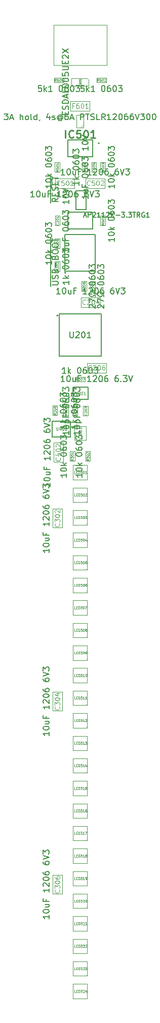
<source format=gbr>
G04 #@! TF.GenerationSoftware,KiCad,Pcbnew,(6.0.4)*
G04 #@! TF.CreationDate,2023-09-16T16:18:12-06:00*
G04 #@! TF.ProjectId,RP2040-Breadstick,52503230-3430-42d4-9272-656164737469,0.2*
G04 #@! TF.SameCoordinates,Original*
G04 #@! TF.FileFunction,AssemblyDrawing,Top*
%FSLAX46Y46*%
G04 Gerber Fmt 4.6, Leading zero omitted, Abs format (unit mm)*
G04 Created by KiCad (PCBNEW (6.0.4)) date 2023-09-16 16:18:12*
%MOMM*%
%LPD*%
G01*
G04 APERTURE LIST*
%ADD10C,0.100000*%
%ADD11C,0.150000*%
%ADD12C,0.254000*%
%ADD13C,0.120000*%
%ADD14C,0.060000*%
%ADD15C,0.050000*%
%ADD16C,0.125000*%
%ADD17C,0.127000*%
%ADD18C,0.200000*%
G04 APERTURE END LIST*
D10*
X82353257Y-83952590D02*
X82353257Y-84357352D01*
X82377066Y-84404971D01*
X82400876Y-84428780D01*
X82448495Y-84452590D01*
X82543733Y-84452590D01*
X82591352Y-84428780D01*
X82615161Y-84404971D01*
X82638971Y-84357352D01*
X82638971Y-83952590D01*
X83091352Y-84119257D02*
X83091352Y-84452590D01*
X82972304Y-83928780D02*
X82853257Y-84285923D01*
X83162780Y-84285923D01*
X83448495Y-83952590D02*
X83496114Y-83952590D01*
X83543733Y-83976400D01*
X83567542Y-84000209D01*
X83591352Y-84047828D01*
X83615161Y-84143066D01*
X83615161Y-84262114D01*
X83591352Y-84357352D01*
X83567542Y-84404971D01*
X83543733Y-84428780D01*
X83496114Y-84452590D01*
X83448495Y-84452590D01*
X83400876Y-84428780D01*
X83377066Y-84404971D01*
X83353257Y-84357352D01*
X83329447Y-84262114D01*
X83329447Y-84143066D01*
X83353257Y-84047828D01*
X83377066Y-84000209D01*
X83400876Y-83976400D01*
X83448495Y-83952590D01*
X84091352Y-84452590D02*
X83805638Y-84452590D01*
X83948495Y-84452590D02*
X83948495Y-83952590D01*
X83900876Y-84024019D01*
X83853257Y-84071638D01*
X83805638Y-84095447D01*
D11*
X84645714Y-68032380D02*
X84645714Y-68841904D01*
X84693333Y-68937142D01*
X84740952Y-68984761D01*
X84836190Y-69032380D01*
X85026666Y-69032380D01*
X85121904Y-68984761D01*
X85169523Y-68937142D01*
X85217142Y-68841904D01*
X85217142Y-68032380D01*
X85645714Y-68127619D02*
X85693333Y-68080000D01*
X85788571Y-68032380D01*
X86026666Y-68032380D01*
X86121904Y-68080000D01*
X86169523Y-68127619D01*
X86217142Y-68222857D01*
X86217142Y-68318095D01*
X86169523Y-68460952D01*
X85598095Y-69032380D01*
X86217142Y-69032380D01*
X86836190Y-68032380D02*
X86931428Y-68032380D01*
X87026666Y-68080000D01*
X87074285Y-68127619D01*
X87121904Y-68222857D01*
X87169523Y-68413333D01*
X87169523Y-68651428D01*
X87121904Y-68841904D01*
X87074285Y-68937142D01*
X87026666Y-68984761D01*
X86931428Y-69032380D01*
X86836190Y-69032380D01*
X86740952Y-68984761D01*
X86693333Y-68937142D01*
X86645714Y-68841904D01*
X86598095Y-68651428D01*
X86598095Y-68413333D01*
X86645714Y-68222857D01*
X86693333Y-68127619D01*
X86740952Y-68080000D01*
X86836190Y-68032380D01*
X88121904Y-69032380D02*
X87550476Y-69032380D01*
X87836190Y-69032380D02*
X87836190Y-68032380D01*
X87740952Y-68175238D01*
X87645714Y-68270476D01*
X87550476Y-68318095D01*
D12*
X83910714Y-35753523D02*
X83910714Y-34483523D01*
X85241190Y-35632571D02*
X85180714Y-35693047D01*
X84999285Y-35753523D01*
X84878333Y-35753523D01*
X84696904Y-35693047D01*
X84575952Y-35572095D01*
X84515476Y-35451142D01*
X84455000Y-35209238D01*
X84455000Y-35027809D01*
X84515476Y-34785904D01*
X84575952Y-34664952D01*
X84696904Y-34544000D01*
X84878333Y-34483523D01*
X84999285Y-34483523D01*
X85180714Y-34544000D01*
X85241190Y-34604476D01*
X86390238Y-34483523D02*
X85785476Y-34483523D01*
X85725000Y-35088285D01*
X85785476Y-35027809D01*
X85906428Y-34967333D01*
X86208809Y-34967333D01*
X86329761Y-35027809D01*
X86390238Y-35088285D01*
X86450714Y-35209238D01*
X86450714Y-35511619D01*
X86390238Y-35632571D01*
X86329761Y-35693047D01*
X86208809Y-35753523D01*
X85906428Y-35753523D01*
X85785476Y-35693047D01*
X85725000Y-35632571D01*
X87236904Y-34483523D02*
X87357857Y-34483523D01*
X87478809Y-34544000D01*
X87539285Y-34604476D01*
X87599761Y-34725428D01*
X87660238Y-34967333D01*
X87660238Y-35269714D01*
X87599761Y-35511619D01*
X87539285Y-35632571D01*
X87478809Y-35693047D01*
X87357857Y-35753523D01*
X87236904Y-35753523D01*
X87115952Y-35693047D01*
X87055476Y-35632571D01*
X86995000Y-35511619D01*
X86934523Y-35269714D01*
X86934523Y-34967333D01*
X86995000Y-34725428D01*
X87055476Y-34604476D01*
X87115952Y-34544000D01*
X87236904Y-34483523D01*
X88869761Y-35753523D02*
X88144047Y-35753523D01*
X88506904Y-35753523D02*
X88506904Y-34483523D01*
X88385952Y-34664952D01*
X88265000Y-34785904D01*
X88144047Y-34846380D01*
D11*
X81304780Y-93231647D02*
X81304780Y-93803076D01*
X81304780Y-93517361D02*
X80304780Y-93517361D01*
X80447638Y-93612600D01*
X80542876Y-93707838D01*
X80590495Y-93803076D01*
X80304780Y-92612600D02*
X80304780Y-92517361D01*
X80352400Y-92422123D01*
X80400019Y-92374504D01*
X80495257Y-92326885D01*
X80685733Y-92279266D01*
X80923828Y-92279266D01*
X81114304Y-92326885D01*
X81209542Y-92374504D01*
X81257161Y-92422123D01*
X81304780Y-92517361D01*
X81304780Y-92612600D01*
X81257161Y-92707838D01*
X81209542Y-92755457D01*
X81114304Y-92803076D01*
X80923828Y-92850695D01*
X80685733Y-92850695D01*
X80495257Y-92803076D01*
X80400019Y-92755457D01*
X80352400Y-92707838D01*
X80304780Y-92612600D01*
X80638114Y-91422123D02*
X81304780Y-91422123D01*
X80638114Y-91850695D02*
X81161923Y-91850695D01*
X81257161Y-91803076D01*
X81304780Y-91707838D01*
X81304780Y-91564980D01*
X81257161Y-91469742D01*
X81209542Y-91422123D01*
X80780971Y-90612600D02*
X80780971Y-90945933D01*
X81304780Y-90945933D02*
X80304780Y-90945933D01*
X80304780Y-90469742D01*
X81304780Y-88803076D02*
X81304780Y-89374504D01*
X81304780Y-89088790D02*
X80304780Y-89088790D01*
X80447638Y-89184028D01*
X80542876Y-89279266D01*
X80590495Y-89374504D01*
X80400019Y-88422123D02*
X80352400Y-88374504D01*
X80304780Y-88279266D01*
X80304780Y-88041171D01*
X80352400Y-87945933D01*
X80400019Y-87898314D01*
X80495257Y-87850695D01*
X80590495Y-87850695D01*
X80733352Y-87898314D01*
X81304780Y-88469742D01*
X81304780Y-87850695D01*
X80304780Y-87231647D02*
X80304780Y-87136409D01*
X80352400Y-87041171D01*
X80400019Y-86993552D01*
X80495257Y-86945933D01*
X80685733Y-86898314D01*
X80923828Y-86898314D01*
X81114304Y-86945933D01*
X81209542Y-86993552D01*
X81257161Y-87041171D01*
X81304780Y-87136409D01*
X81304780Y-87231647D01*
X81257161Y-87326885D01*
X81209542Y-87374504D01*
X81114304Y-87422123D01*
X80923828Y-87469742D01*
X80685733Y-87469742D01*
X80495257Y-87422123D01*
X80400019Y-87374504D01*
X80352400Y-87326885D01*
X80304780Y-87231647D01*
X80304780Y-86041171D02*
X80304780Y-86231647D01*
X80352400Y-86326885D01*
X80400019Y-86374504D01*
X80542876Y-86469742D01*
X80733352Y-86517361D01*
X81114304Y-86517361D01*
X81209542Y-86469742D01*
X81257161Y-86422123D01*
X81304780Y-86326885D01*
X81304780Y-86136409D01*
X81257161Y-86041171D01*
X81209542Y-85993552D01*
X81114304Y-85945933D01*
X80876209Y-85945933D01*
X80780971Y-85993552D01*
X80733352Y-86041171D01*
X80685733Y-86136409D01*
X80685733Y-86326885D01*
X80733352Y-86422123D01*
X80780971Y-86469742D01*
X80876209Y-86517361D01*
X80304780Y-84326885D02*
X80304780Y-84517361D01*
X80352400Y-84612600D01*
X80400019Y-84660219D01*
X80542876Y-84755457D01*
X80733352Y-84803076D01*
X81114304Y-84803076D01*
X81209542Y-84755457D01*
X81257161Y-84707838D01*
X81304780Y-84612600D01*
X81304780Y-84422123D01*
X81257161Y-84326885D01*
X81209542Y-84279266D01*
X81114304Y-84231647D01*
X80876209Y-84231647D01*
X80780971Y-84279266D01*
X80733352Y-84326885D01*
X80685733Y-84422123D01*
X80685733Y-84612600D01*
X80733352Y-84707838D01*
X80780971Y-84755457D01*
X80876209Y-84803076D01*
X80304780Y-83945933D02*
X81304780Y-83612600D01*
X80304780Y-83279266D01*
X80304780Y-83041171D02*
X80304780Y-82422123D01*
X80685733Y-82755457D01*
X80685733Y-82612600D01*
X80733352Y-82517361D01*
X80780971Y-82469742D01*
X80876209Y-82422123D01*
X81114304Y-82422123D01*
X81209542Y-82469742D01*
X81257161Y-82517361D01*
X81304780Y-82612600D01*
X81304780Y-82898314D01*
X81257161Y-82993552D01*
X81209542Y-83041171D01*
D13*
X82988114Y-89007838D02*
X83026209Y-89045933D01*
X83064304Y-89160219D01*
X83064304Y-89236409D01*
X83026209Y-89350695D01*
X82950019Y-89426885D01*
X82873828Y-89464980D01*
X82721447Y-89503076D01*
X82607161Y-89503076D01*
X82454780Y-89464980D01*
X82378590Y-89426885D01*
X82302400Y-89350695D01*
X82264304Y-89236409D01*
X82264304Y-89160219D01*
X82302400Y-89045933D01*
X82340495Y-89007838D01*
X82530971Y-88322123D02*
X83064304Y-88322123D01*
X82226209Y-88512600D02*
X82797638Y-88703076D01*
X82797638Y-88207838D01*
X82264304Y-87750695D02*
X82264304Y-87674504D01*
X82302400Y-87598314D01*
X82340495Y-87560219D01*
X82416685Y-87522123D01*
X82569066Y-87484028D01*
X82759542Y-87484028D01*
X82911923Y-87522123D01*
X82988114Y-87560219D01*
X83026209Y-87598314D01*
X83064304Y-87674504D01*
X83064304Y-87750695D01*
X83026209Y-87826885D01*
X82988114Y-87864980D01*
X82911923Y-87903076D01*
X82759542Y-87941171D01*
X82569066Y-87941171D01*
X82416685Y-87903076D01*
X82340495Y-87864980D01*
X82302400Y-87826885D01*
X82264304Y-87750695D01*
X82340495Y-87179266D02*
X82302400Y-87141171D01*
X82264304Y-87064980D01*
X82264304Y-86874504D01*
X82302400Y-86798314D01*
X82340495Y-86760219D01*
X82416685Y-86722123D01*
X82492876Y-86722123D01*
X82607161Y-86760219D01*
X83064304Y-87217361D01*
X83064304Y-86722123D01*
D11*
X86144380Y-43044761D02*
X86144380Y-43616190D01*
X86144380Y-43330476D02*
X85144380Y-43330476D01*
X85287238Y-43425714D01*
X85382476Y-43520952D01*
X85430095Y-43616190D01*
X86144380Y-42616190D02*
X85144380Y-42616190D01*
X85763428Y-42520952D02*
X86144380Y-42235238D01*
X85477714Y-42235238D02*
X85858666Y-42616190D01*
X85144380Y-40854285D02*
X85144380Y-40759047D01*
X85192000Y-40663809D01*
X85239619Y-40616190D01*
X85334857Y-40568571D01*
X85525333Y-40520952D01*
X85763428Y-40520952D01*
X85953904Y-40568571D01*
X86049142Y-40616190D01*
X86096761Y-40663809D01*
X86144380Y-40759047D01*
X86144380Y-40854285D01*
X86096761Y-40949523D01*
X86049142Y-40997142D01*
X85953904Y-41044761D01*
X85763428Y-41092380D01*
X85525333Y-41092380D01*
X85334857Y-41044761D01*
X85239619Y-40997142D01*
X85192000Y-40949523D01*
X85144380Y-40854285D01*
X85144380Y-39663809D02*
X85144380Y-39854285D01*
X85192000Y-39949523D01*
X85239619Y-39997142D01*
X85382476Y-40092380D01*
X85572952Y-40140000D01*
X85953904Y-40140000D01*
X86049142Y-40092380D01*
X86096761Y-40044761D01*
X86144380Y-39949523D01*
X86144380Y-39759047D01*
X86096761Y-39663809D01*
X86049142Y-39616190D01*
X85953904Y-39568571D01*
X85715809Y-39568571D01*
X85620571Y-39616190D01*
X85572952Y-39663809D01*
X85525333Y-39759047D01*
X85525333Y-39949523D01*
X85572952Y-40044761D01*
X85620571Y-40092380D01*
X85715809Y-40140000D01*
X85144380Y-38949523D02*
X85144380Y-38854285D01*
X85192000Y-38759047D01*
X85239619Y-38711428D01*
X85334857Y-38663809D01*
X85525333Y-38616190D01*
X85763428Y-38616190D01*
X85953904Y-38663809D01*
X86049142Y-38711428D01*
X86096761Y-38759047D01*
X86144380Y-38854285D01*
X86144380Y-38949523D01*
X86096761Y-39044761D01*
X86049142Y-39092380D01*
X85953904Y-39140000D01*
X85763428Y-39187619D01*
X85525333Y-39187619D01*
X85334857Y-39140000D01*
X85239619Y-39092380D01*
X85192000Y-39044761D01*
X85144380Y-38949523D01*
X85144380Y-38282857D02*
X85144380Y-37663809D01*
X85525333Y-37997142D01*
X85525333Y-37854285D01*
X85572952Y-37759047D01*
X85620571Y-37711428D01*
X85715809Y-37663809D01*
X85953904Y-37663809D01*
X86049142Y-37711428D01*
X86096761Y-37759047D01*
X86144380Y-37854285D01*
X86144380Y-38140000D01*
X86096761Y-38235238D01*
X86049142Y-38282857D01*
D14*
X87302952Y-41087619D02*
X87112476Y-41220952D01*
X87302952Y-41316190D02*
X86902952Y-41316190D01*
X86902952Y-41163809D01*
X86922000Y-41125714D01*
X86941047Y-41106666D01*
X86979142Y-41087619D01*
X87036285Y-41087619D01*
X87074380Y-41106666D01*
X87093428Y-41125714D01*
X87112476Y-41163809D01*
X87112476Y-41316190D01*
X86941047Y-40935238D02*
X86922000Y-40916190D01*
X86902952Y-40878095D01*
X86902952Y-40782857D01*
X86922000Y-40744761D01*
X86941047Y-40725714D01*
X86979142Y-40706666D01*
X87017238Y-40706666D01*
X87074380Y-40725714D01*
X87302952Y-40954285D01*
X87302952Y-40706666D01*
X86902952Y-40459047D02*
X86902952Y-40420952D01*
X86922000Y-40382857D01*
X86941047Y-40363809D01*
X86979142Y-40344761D01*
X87055333Y-40325714D01*
X87150571Y-40325714D01*
X87226761Y-40344761D01*
X87264857Y-40363809D01*
X87283904Y-40382857D01*
X87302952Y-40420952D01*
X87302952Y-40459047D01*
X87283904Y-40497142D01*
X87264857Y-40516190D01*
X87226761Y-40535238D01*
X87150571Y-40554285D01*
X87055333Y-40554285D01*
X86979142Y-40535238D01*
X86941047Y-40516190D01*
X86922000Y-40497142D01*
X86902952Y-40459047D01*
X87036285Y-39982857D02*
X87302952Y-39982857D01*
X86883904Y-40078095D02*
X87169619Y-40173333D01*
X87169619Y-39925714D01*
D15*
X85571828Y-132915754D02*
X85381352Y-132915754D01*
X85381352Y-132515754D01*
X85705161Y-132706230D02*
X85838495Y-132706230D01*
X85895638Y-132915754D02*
X85705161Y-132915754D01*
X85705161Y-132515754D01*
X85895638Y-132515754D01*
X86067066Y-132915754D02*
X86067066Y-132515754D01*
X86162304Y-132515754D01*
X86219447Y-132534802D01*
X86257542Y-132572897D01*
X86276590Y-132610992D01*
X86295638Y-132687182D01*
X86295638Y-132744325D01*
X86276590Y-132820516D01*
X86257542Y-132858611D01*
X86219447Y-132896706D01*
X86162304Y-132915754D01*
X86067066Y-132915754D01*
X86428971Y-132515754D02*
X86676590Y-132515754D01*
X86543257Y-132668135D01*
X86600400Y-132668135D01*
X86638495Y-132687182D01*
X86657542Y-132706230D01*
X86676590Y-132744325D01*
X86676590Y-132839563D01*
X86657542Y-132877659D01*
X86638495Y-132896706D01*
X86600400Y-132915754D01*
X86486114Y-132915754D01*
X86448019Y-132896706D01*
X86428971Y-132877659D01*
X87057542Y-132915754D02*
X86828971Y-132915754D01*
X86943257Y-132915754D02*
X86943257Y-132515754D01*
X86905161Y-132572897D01*
X86867066Y-132610992D01*
X86828971Y-132630040D01*
X87209923Y-132553849D02*
X87228971Y-132534802D01*
X87267066Y-132515754D01*
X87362304Y-132515754D01*
X87400400Y-132534802D01*
X87419447Y-132553849D01*
X87438495Y-132591944D01*
X87438495Y-132630040D01*
X87419447Y-132687182D01*
X87190876Y-132915754D01*
X87438495Y-132915754D01*
X85571828Y-170463574D02*
X85381352Y-170463574D01*
X85381352Y-170063574D01*
X85705161Y-170254050D02*
X85838495Y-170254050D01*
X85895638Y-170463574D02*
X85705161Y-170463574D01*
X85705161Y-170063574D01*
X85895638Y-170063574D01*
X86067066Y-170463574D02*
X86067066Y-170063574D01*
X86162304Y-170063574D01*
X86219447Y-170082622D01*
X86257542Y-170120717D01*
X86276590Y-170158812D01*
X86295638Y-170235002D01*
X86295638Y-170292145D01*
X86276590Y-170368336D01*
X86257542Y-170406431D01*
X86219447Y-170444526D01*
X86162304Y-170463574D01*
X86067066Y-170463574D01*
X86428971Y-170063574D02*
X86676590Y-170063574D01*
X86543257Y-170215955D01*
X86600400Y-170215955D01*
X86638495Y-170235002D01*
X86657542Y-170254050D01*
X86676590Y-170292145D01*
X86676590Y-170387383D01*
X86657542Y-170425479D01*
X86638495Y-170444526D01*
X86600400Y-170463574D01*
X86486114Y-170463574D01*
X86448019Y-170444526D01*
X86428971Y-170425479D01*
X86828971Y-170101669D02*
X86848019Y-170082622D01*
X86886114Y-170063574D01*
X86981352Y-170063574D01*
X87019447Y-170082622D01*
X87038495Y-170101669D01*
X87057542Y-170139764D01*
X87057542Y-170177860D01*
X87038495Y-170235002D01*
X86809923Y-170463574D01*
X87057542Y-170463574D01*
X87209923Y-170101669D02*
X87228971Y-170082622D01*
X87267066Y-170063574D01*
X87362304Y-170063574D01*
X87400400Y-170082622D01*
X87419447Y-170101669D01*
X87438495Y-170139764D01*
X87438495Y-170177860D01*
X87419447Y-170235002D01*
X87190876Y-170463574D01*
X87438495Y-170463574D01*
X85571828Y-166708792D02*
X85381352Y-166708792D01*
X85381352Y-166308792D01*
X85705161Y-166499268D02*
X85838495Y-166499268D01*
X85895638Y-166708792D02*
X85705161Y-166708792D01*
X85705161Y-166308792D01*
X85895638Y-166308792D01*
X86067066Y-166708792D02*
X86067066Y-166308792D01*
X86162304Y-166308792D01*
X86219447Y-166327840D01*
X86257542Y-166365935D01*
X86276590Y-166404030D01*
X86295638Y-166480220D01*
X86295638Y-166537363D01*
X86276590Y-166613554D01*
X86257542Y-166651649D01*
X86219447Y-166689744D01*
X86162304Y-166708792D01*
X86067066Y-166708792D01*
X86428971Y-166308792D02*
X86676590Y-166308792D01*
X86543257Y-166461173D01*
X86600400Y-166461173D01*
X86638495Y-166480220D01*
X86657542Y-166499268D01*
X86676590Y-166537363D01*
X86676590Y-166632601D01*
X86657542Y-166670697D01*
X86638495Y-166689744D01*
X86600400Y-166708792D01*
X86486114Y-166708792D01*
X86448019Y-166689744D01*
X86428971Y-166670697D01*
X86828971Y-166346887D02*
X86848019Y-166327840D01*
X86886114Y-166308792D01*
X86981352Y-166308792D01*
X87019447Y-166327840D01*
X87038495Y-166346887D01*
X87057542Y-166384982D01*
X87057542Y-166423078D01*
X87038495Y-166480220D01*
X86809923Y-166708792D01*
X87057542Y-166708792D01*
X87438495Y-166708792D02*
X87209923Y-166708792D01*
X87324209Y-166708792D02*
X87324209Y-166308792D01*
X87286114Y-166365935D01*
X87248019Y-166404030D01*
X87209923Y-166423078D01*
D11*
X85854780Y-83557761D02*
X85854780Y-84129190D01*
X85854780Y-83843476D02*
X84854780Y-83843476D01*
X84997638Y-83938714D01*
X85092876Y-84033952D01*
X85140495Y-84129190D01*
X85854780Y-83129190D02*
X84854780Y-83129190D01*
X85473828Y-83033952D02*
X85854780Y-82748238D01*
X85188114Y-82748238D02*
X85569066Y-83129190D01*
X84854780Y-81367285D02*
X84854780Y-81272047D01*
X84902400Y-81176809D01*
X84950019Y-81129190D01*
X85045257Y-81081571D01*
X85235733Y-81033952D01*
X85473828Y-81033952D01*
X85664304Y-81081571D01*
X85759542Y-81129190D01*
X85807161Y-81176809D01*
X85854780Y-81272047D01*
X85854780Y-81367285D01*
X85807161Y-81462523D01*
X85759542Y-81510142D01*
X85664304Y-81557761D01*
X85473828Y-81605380D01*
X85235733Y-81605380D01*
X85045257Y-81557761D01*
X84950019Y-81510142D01*
X84902400Y-81462523D01*
X84854780Y-81367285D01*
X84854780Y-80176809D02*
X84854780Y-80367285D01*
X84902400Y-80462523D01*
X84950019Y-80510142D01*
X85092876Y-80605380D01*
X85283352Y-80653000D01*
X85664304Y-80653000D01*
X85759542Y-80605380D01*
X85807161Y-80557761D01*
X85854780Y-80462523D01*
X85854780Y-80272047D01*
X85807161Y-80176809D01*
X85759542Y-80129190D01*
X85664304Y-80081571D01*
X85426209Y-80081571D01*
X85330971Y-80129190D01*
X85283352Y-80176809D01*
X85235733Y-80272047D01*
X85235733Y-80462523D01*
X85283352Y-80557761D01*
X85330971Y-80605380D01*
X85426209Y-80653000D01*
X84854780Y-79462523D02*
X84854780Y-79367285D01*
X84902400Y-79272047D01*
X84950019Y-79224428D01*
X85045257Y-79176809D01*
X85235733Y-79129190D01*
X85473828Y-79129190D01*
X85664304Y-79176809D01*
X85759542Y-79224428D01*
X85807161Y-79272047D01*
X85854780Y-79367285D01*
X85854780Y-79462523D01*
X85807161Y-79557761D01*
X85759542Y-79605380D01*
X85664304Y-79653000D01*
X85473828Y-79700619D01*
X85235733Y-79700619D01*
X85045257Y-79653000D01*
X84950019Y-79605380D01*
X84902400Y-79557761D01*
X84854780Y-79462523D01*
X84854780Y-78795857D02*
X84854780Y-78176809D01*
X85235733Y-78510142D01*
X85235733Y-78367285D01*
X85283352Y-78272047D01*
X85330971Y-78224428D01*
X85426209Y-78176809D01*
X85664304Y-78176809D01*
X85759542Y-78224428D01*
X85807161Y-78272047D01*
X85854780Y-78367285D01*
X85854780Y-78653000D01*
X85807161Y-78748238D01*
X85759542Y-78795857D01*
D14*
X84153352Y-81600619D02*
X83962876Y-81733952D01*
X84153352Y-81829190D02*
X83753352Y-81829190D01*
X83753352Y-81676809D01*
X83772400Y-81638714D01*
X83791447Y-81619666D01*
X83829542Y-81600619D01*
X83886685Y-81600619D01*
X83924780Y-81619666D01*
X83943828Y-81638714D01*
X83962876Y-81676809D01*
X83962876Y-81829190D01*
X83791447Y-81448238D02*
X83772400Y-81429190D01*
X83753352Y-81391095D01*
X83753352Y-81295857D01*
X83772400Y-81257761D01*
X83791447Y-81238714D01*
X83829542Y-81219666D01*
X83867638Y-81219666D01*
X83924780Y-81238714D01*
X84153352Y-81467285D01*
X84153352Y-81219666D01*
X83753352Y-80972047D02*
X83753352Y-80933952D01*
X83772400Y-80895857D01*
X83791447Y-80876809D01*
X83829542Y-80857761D01*
X83905733Y-80838714D01*
X84000971Y-80838714D01*
X84077161Y-80857761D01*
X84115257Y-80876809D01*
X84134304Y-80895857D01*
X84153352Y-80933952D01*
X84153352Y-80972047D01*
X84134304Y-81010142D01*
X84115257Y-81029190D01*
X84077161Y-81048238D01*
X84000971Y-81067285D01*
X83905733Y-81067285D01*
X83829542Y-81048238D01*
X83791447Y-81029190D01*
X83772400Y-81010142D01*
X83753352Y-80972047D01*
X84153352Y-80648238D02*
X84153352Y-80572047D01*
X84134304Y-80533952D01*
X84115257Y-80514904D01*
X84058114Y-80476809D01*
X83981923Y-80457761D01*
X83829542Y-80457761D01*
X83791447Y-80476809D01*
X83772400Y-80495857D01*
X83753352Y-80533952D01*
X83753352Y-80610142D01*
X83772400Y-80648238D01*
X83791447Y-80667285D01*
X83829542Y-80686333D01*
X83924780Y-80686333D01*
X83962876Y-80667285D01*
X83981923Y-80648238D01*
X84000971Y-80610142D01*
X84000971Y-80533952D01*
X83981923Y-80495857D01*
X83962876Y-80476809D01*
X83924780Y-80457761D01*
D11*
X84025980Y-83532361D02*
X84025980Y-84103790D01*
X84025980Y-83818076D02*
X83025980Y-83818076D01*
X83168838Y-83913314D01*
X83264076Y-84008552D01*
X83311695Y-84103790D01*
X84025980Y-83103790D02*
X83025980Y-83103790D01*
X83645028Y-83008552D02*
X84025980Y-82722838D01*
X83359314Y-82722838D02*
X83740266Y-83103790D01*
X83025980Y-81341885D02*
X83025980Y-81246647D01*
X83073600Y-81151409D01*
X83121219Y-81103790D01*
X83216457Y-81056171D01*
X83406933Y-81008552D01*
X83645028Y-81008552D01*
X83835504Y-81056171D01*
X83930742Y-81103790D01*
X83978361Y-81151409D01*
X84025980Y-81246647D01*
X84025980Y-81341885D01*
X83978361Y-81437123D01*
X83930742Y-81484742D01*
X83835504Y-81532361D01*
X83645028Y-81579980D01*
X83406933Y-81579980D01*
X83216457Y-81532361D01*
X83121219Y-81484742D01*
X83073600Y-81437123D01*
X83025980Y-81341885D01*
X83025980Y-80151409D02*
X83025980Y-80341885D01*
X83073600Y-80437123D01*
X83121219Y-80484742D01*
X83264076Y-80579980D01*
X83454552Y-80627600D01*
X83835504Y-80627600D01*
X83930742Y-80579980D01*
X83978361Y-80532361D01*
X84025980Y-80437123D01*
X84025980Y-80246647D01*
X83978361Y-80151409D01*
X83930742Y-80103790D01*
X83835504Y-80056171D01*
X83597409Y-80056171D01*
X83502171Y-80103790D01*
X83454552Y-80151409D01*
X83406933Y-80246647D01*
X83406933Y-80437123D01*
X83454552Y-80532361D01*
X83502171Y-80579980D01*
X83597409Y-80627600D01*
X83025980Y-79437123D02*
X83025980Y-79341885D01*
X83073600Y-79246647D01*
X83121219Y-79199028D01*
X83216457Y-79151409D01*
X83406933Y-79103790D01*
X83645028Y-79103790D01*
X83835504Y-79151409D01*
X83930742Y-79199028D01*
X83978361Y-79246647D01*
X84025980Y-79341885D01*
X84025980Y-79437123D01*
X83978361Y-79532361D01*
X83930742Y-79579980D01*
X83835504Y-79627600D01*
X83645028Y-79675219D01*
X83406933Y-79675219D01*
X83216457Y-79627600D01*
X83121219Y-79579980D01*
X83073600Y-79532361D01*
X83025980Y-79437123D01*
X83025980Y-78770457D02*
X83025980Y-78151409D01*
X83406933Y-78484742D01*
X83406933Y-78341885D01*
X83454552Y-78246647D01*
X83502171Y-78199028D01*
X83597409Y-78151409D01*
X83835504Y-78151409D01*
X83930742Y-78199028D01*
X83978361Y-78246647D01*
X84025980Y-78341885D01*
X84025980Y-78627600D01*
X83978361Y-78722838D01*
X83930742Y-78770457D01*
D14*
X82324552Y-81575219D02*
X82134076Y-81708552D01*
X82324552Y-81803790D02*
X81924552Y-81803790D01*
X81924552Y-81651409D01*
X81943600Y-81613314D01*
X81962647Y-81594266D01*
X82000742Y-81575219D01*
X82057885Y-81575219D01*
X82095980Y-81594266D01*
X82115028Y-81613314D01*
X82134076Y-81651409D01*
X82134076Y-81803790D01*
X81962647Y-81422838D02*
X81943600Y-81403790D01*
X81924552Y-81365695D01*
X81924552Y-81270457D01*
X81943600Y-81232361D01*
X81962647Y-81213314D01*
X82000742Y-81194266D01*
X82038838Y-81194266D01*
X82095980Y-81213314D01*
X82324552Y-81441885D01*
X82324552Y-81194266D01*
X81924552Y-80946647D02*
X81924552Y-80908552D01*
X81943600Y-80870457D01*
X81962647Y-80851409D01*
X82000742Y-80832361D01*
X82076933Y-80813314D01*
X82172171Y-80813314D01*
X82248361Y-80832361D01*
X82286457Y-80851409D01*
X82305504Y-80870457D01*
X82324552Y-80908552D01*
X82324552Y-80946647D01*
X82305504Y-80984742D01*
X82286457Y-81003790D01*
X82248361Y-81022838D01*
X82172171Y-81041885D01*
X82076933Y-81041885D01*
X82000742Y-81022838D01*
X81962647Y-81003790D01*
X81943600Y-80984742D01*
X81924552Y-80946647D01*
X82095980Y-80584742D02*
X82076933Y-80622838D01*
X82057885Y-80641885D01*
X82019790Y-80660933D01*
X82000742Y-80660933D01*
X81962647Y-80641885D01*
X81943600Y-80622838D01*
X81924552Y-80584742D01*
X81924552Y-80508552D01*
X81943600Y-80470457D01*
X81962647Y-80451409D01*
X82000742Y-80432361D01*
X82019790Y-80432361D01*
X82057885Y-80451409D01*
X82076933Y-80470457D01*
X82095980Y-80508552D01*
X82095980Y-80584742D01*
X82115028Y-80622838D01*
X82134076Y-80641885D01*
X82172171Y-80660933D01*
X82248361Y-80660933D01*
X82286457Y-80641885D01*
X82305504Y-80622838D01*
X82324552Y-80584742D01*
X82324552Y-80508552D01*
X82305504Y-80470457D01*
X82286457Y-80451409D01*
X82248361Y-80432361D01*
X82172171Y-80432361D01*
X82134076Y-80451409D01*
X82115028Y-80470457D01*
X82095980Y-80508552D01*
D15*
X85571828Y-155444446D02*
X85381352Y-155444446D01*
X85381352Y-155044446D01*
X85705161Y-155234922D02*
X85838495Y-155234922D01*
X85895638Y-155444446D02*
X85705161Y-155444446D01*
X85705161Y-155044446D01*
X85895638Y-155044446D01*
X86067066Y-155444446D02*
X86067066Y-155044446D01*
X86162304Y-155044446D01*
X86219447Y-155063494D01*
X86257542Y-155101589D01*
X86276590Y-155139684D01*
X86295638Y-155215874D01*
X86295638Y-155273017D01*
X86276590Y-155349208D01*
X86257542Y-155387303D01*
X86219447Y-155425398D01*
X86162304Y-155444446D01*
X86067066Y-155444446D01*
X86428971Y-155044446D02*
X86676590Y-155044446D01*
X86543257Y-155196827D01*
X86600400Y-155196827D01*
X86638495Y-155215874D01*
X86657542Y-155234922D01*
X86676590Y-155273017D01*
X86676590Y-155368255D01*
X86657542Y-155406351D01*
X86638495Y-155425398D01*
X86600400Y-155444446D01*
X86486114Y-155444446D01*
X86448019Y-155425398D01*
X86428971Y-155406351D01*
X87057542Y-155444446D02*
X86828971Y-155444446D01*
X86943257Y-155444446D02*
X86943257Y-155044446D01*
X86905161Y-155101589D01*
X86867066Y-155139684D01*
X86828971Y-155158732D01*
X87286114Y-155215874D02*
X87248019Y-155196827D01*
X87228971Y-155177779D01*
X87209923Y-155139684D01*
X87209923Y-155120636D01*
X87228971Y-155082541D01*
X87248019Y-155063494D01*
X87286114Y-155044446D01*
X87362304Y-155044446D01*
X87400400Y-155063494D01*
X87419447Y-155082541D01*
X87438495Y-155120636D01*
X87438495Y-155139684D01*
X87419447Y-155177779D01*
X87400400Y-155196827D01*
X87362304Y-155215874D01*
X87286114Y-155215874D01*
X87248019Y-155234922D01*
X87228971Y-155253970D01*
X87209923Y-155292065D01*
X87209923Y-155368255D01*
X87228971Y-155406351D01*
X87248019Y-155425398D01*
X87286114Y-155444446D01*
X87362304Y-155444446D01*
X87400400Y-155425398D01*
X87419447Y-155406351D01*
X87438495Y-155368255D01*
X87438495Y-155292065D01*
X87419447Y-155253970D01*
X87400400Y-155234922D01*
X87362304Y-155215874D01*
D11*
X89427619Y-64079047D02*
X89380000Y-64031428D01*
X89332380Y-63936190D01*
X89332380Y-63698095D01*
X89380000Y-63602857D01*
X89427619Y-63555238D01*
X89522857Y-63507619D01*
X89618095Y-63507619D01*
X89760952Y-63555238D01*
X90332380Y-64126666D01*
X90332380Y-63507619D01*
X89332380Y-63174285D02*
X89332380Y-62507619D01*
X90332380Y-62936190D01*
X90332380Y-62174285D02*
X90332380Y-61936190D01*
X90141904Y-61936190D01*
X90094285Y-62031428D01*
X89999047Y-62126666D01*
X89856190Y-62174285D01*
X89618095Y-62174285D01*
X89475238Y-62126666D01*
X89380000Y-62031428D01*
X89332380Y-61888571D01*
X89332380Y-61698095D01*
X89380000Y-61555238D01*
X89475238Y-61460000D01*
X89618095Y-61412380D01*
X89856190Y-61412380D01*
X89999047Y-61460000D01*
X90094285Y-61555238D01*
X90141904Y-61650476D01*
X90332380Y-61650476D01*
X90332380Y-61412380D01*
X89332380Y-60031428D02*
X89332380Y-59936190D01*
X89380000Y-59840952D01*
X89427619Y-59793333D01*
X89522857Y-59745714D01*
X89713333Y-59698095D01*
X89951428Y-59698095D01*
X90141904Y-59745714D01*
X90237142Y-59793333D01*
X90284761Y-59840952D01*
X90332380Y-59936190D01*
X90332380Y-60031428D01*
X90284761Y-60126666D01*
X90237142Y-60174285D01*
X90141904Y-60221904D01*
X89951428Y-60269523D01*
X89713333Y-60269523D01*
X89522857Y-60221904D01*
X89427619Y-60174285D01*
X89380000Y-60126666D01*
X89332380Y-60031428D01*
X89332380Y-58840952D02*
X89332380Y-59031428D01*
X89380000Y-59126666D01*
X89427619Y-59174285D01*
X89570476Y-59269523D01*
X89760952Y-59317142D01*
X90141904Y-59317142D01*
X90237142Y-59269523D01*
X90284761Y-59221904D01*
X90332380Y-59126666D01*
X90332380Y-58936190D01*
X90284761Y-58840952D01*
X90237142Y-58793333D01*
X90141904Y-58745714D01*
X89903809Y-58745714D01*
X89808571Y-58793333D01*
X89760952Y-58840952D01*
X89713333Y-58936190D01*
X89713333Y-59126666D01*
X89760952Y-59221904D01*
X89808571Y-59269523D01*
X89903809Y-59317142D01*
X89332380Y-58126666D02*
X89332380Y-58031428D01*
X89380000Y-57936190D01*
X89427619Y-57888571D01*
X89522857Y-57840952D01*
X89713333Y-57793333D01*
X89951428Y-57793333D01*
X90141904Y-57840952D01*
X90237142Y-57888571D01*
X90284761Y-57936190D01*
X90332380Y-58031428D01*
X90332380Y-58126666D01*
X90284761Y-58221904D01*
X90237142Y-58269523D01*
X90141904Y-58317142D01*
X89951428Y-58364761D01*
X89713333Y-58364761D01*
X89522857Y-58317142D01*
X89427619Y-58269523D01*
X89380000Y-58221904D01*
X89332380Y-58126666D01*
X89332380Y-57460000D02*
X89332380Y-56840952D01*
X89713333Y-57174285D01*
X89713333Y-57031428D01*
X89760952Y-56936190D01*
X89808571Y-56888571D01*
X89903809Y-56840952D01*
X90141904Y-56840952D01*
X90237142Y-56888571D01*
X90284761Y-56936190D01*
X90332380Y-57031428D01*
X90332380Y-57317142D01*
X90284761Y-57412380D01*
X90237142Y-57460000D01*
D14*
X88630952Y-60907619D02*
X88440476Y-61040952D01*
X88630952Y-61136190D02*
X88230952Y-61136190D01*
X88230952Y-60983809D01*
X88250000Y-60945714D01*
X88269047Y-60926666D01*
X88307142Y-60907619D01*
X88364285Y-60907619D01*
X88402380Y-60926666D01*
X88421428Y-60945714D01*
X88440476Y-60983809D01*
X88440476Y-61136190D01*
X88269047Y-60755238D02*
X88250000Y-60736190D01*
X88230952Y-60698095D01*
X88230952Y-60602857D01*
X88250000Y-60564761D01*
X88269047Y-60545714D01*
X88307142Y-60526666D01*
X88345238Y-60526666D01*
X88402380Y-60545714D01*
X88630952Y-60774285D01*
X88630952Y-60526666D01*
X88230952Y-60279047D02*
X88230952Y-60240952D01*
X88250000Y-60202857D01*
X88269047Y-60183809D01*
X88307142Y-60164761D01*
X88383333Y-60145714D01*
X88478571Y-60145714D01*
X88554761Y-60164761D01*
X88592857Y-60183809D01*
X88611904Y-60202857D01*
X88630952Y-60240952D01*
X88630952Y-60279047D01*
X88611904Y-60317142D01*
X88592857Y-60336190D01*
X88554761Y-60355238D01*
X88478571Y-60374285D01*
X88383333Y-60374285D01*
X88307142Y-60355238D01*
X88269047Y-60336190D01*
X88250000Y-60317142D01*
X88230952Y-60279047D01*
X88230952Y-59783809D02*
X88230952Y-59974285D01*
X88421428Y-59993333D01*
X88402380Y-59974285D01*
X88383333Y-59936190D01*
X88383333Y-59840952D01*
X88402380Y-59802857D01*
X88421428Y-59783809D01*
X88459523Y-59764761D01*
X88554761Y-59764761D01*
X88592857Y-59783809D01*
X88611904Y-59802857D01*
X88630952Y-59840952D01*
X88630952Y-59936190D01*
X88611904Y-59974285D01*
X88592857Y-59993333D01*
D11*
X83780952Y-41909380D02*
X83209523Y-41909380D01*
X83495238Y-41909380D02*
X83495238Y-40909380D01*
X83400000Y-41052238D01*
X83304761Y-41147476D01*
X83209523Y-41195095D01*
X84400000Y-40909380D02*
X84495238Y-40909380D01*
X84590476Y-40957000D01*
X84638095Y-41004619D01*
X84685714Y-41099857D01*
X84733333Y-41290333D01*
X84733333Y-41528428D01*
X84685714Y-41718904D01*
X84638095Y-41814142D01*
X84590476Y-41861761D01*
X84495238Y-41909380D01*
X84400000Y-41909380D01*
X84304761Y-41861761D01*
X84257142Y-41814142D01*
X84209523Y-41718904D01*
X84161904Y-41528428D01*
X84161904Y-41290333D01*
X84209523Y-41099857D01*
X84257142Y-41004619D01*
X84304761Y-40957000D01*
X84400000Y-40909380D01*
X85590476Y-41242714D02*
X85590476Y-41909380D01*
X85161904Y-41242714D02*
X85161904Y-41766523D01*
X85209523Y-41861761D01*
X85304761Y-41909380D01*
X85447619Y-41909380D01*
X85542857Y-41861761D01*
X85590476Y-41814142D01*
X86400000Y-41385571D02*
X86066666Y-41385571D01*
X86066666Y-41909380D02*
X86066666Y-40909380D01*
X86542857Y-40909380D01*
X88209523Y-41909380D02*
X87638095Y-41909380D01*
X87923809Y-41909380D02*
X87923809Y-40909380D01*
X87828571Y-41052238D01*
X87733333Y-41147476D01*
X87638095Y-41195095D01*
X88590476Y-41004619D02*
X88638095Y-40957000D01*
X88733333Y-40909380D01*
X88971428Y-40909380D01*
X89066666Y-40957000D01*
X89114285Y-41004619D01*
X89161904Y-41099857D01*
X89161904Y-41195095D01*
X89114285Y-41337952D01*
X88542857Y-41909380D01*
X89161904Y-41909380D01*
X89780952Y-40909380D02*
X89876190Y-40909380D01*
X89971428Y-40957000D01*
X90019047Y-41004619D01*
X90066666Y-41099857D01*
X90114285Y-41290333D01*
X90114285Y-41528428D01*
X90066666Y-41718904D01*
X90019047Y-41814142D01*
X89971428Y-41861761D01*
X89876190Y-41909380D01*
X89780952Y-41909380D01*
X89685714Y-41861761D01*
X89638095Y-41814142D01*
X89590476Y-41718904D01*
X89542857Y-41528428D01*
X89542857Y-41290333D01*
X89590476Y-41099857D01*
X89638095Y-41004619D01*
X89685714Y-40957000D01*
X89780952Y-40909380D01*
X90971428Y-40909380D02*
X90780952Y-40909380D01*
X90685714Y-40957000D01*
X90638095Y-41004619D01*
X90542857Y-41147476D01*
X90495238Y-41337952D01*
X90495238Y-41718904D01*
X90542857Y-41814142D01*
X90590476Y-41861761D01*
X90685714Y-41909380D01*
X90876190Y-41909380D01*
X90971428Y-41861761D01*
X91019047Y-41814142D01*
X91066666Y-41718904D01*
X91066666Y-41480809D01*
X91019047Y-41385571D01*
X90971428Y-41337952D01*
X90876190Y-41290333D01*
X90685714Y-41290333D01*
X90590476Y-41337952D01*
X90542857Y-41385571D01*
X90495238Y-41480809D01*
X92685714Y-40909380D02*
X92495238Y-40909380D01*
X92400000Y-40957000D01*
X92352380Y-41004619D01*
X92257142Y-41147476D01*
X92209523Y-41337952D01*
X92209523Y-41718904D01*
X92257142Y-41814142D01*
X92304761Y-41861761D01*
X92400000Y-41909380D01*
X92590476Y-41909380D01*
X92685714Y-41861761D01*
X92733333Y-41814142D01*
X92780952Y-41718904D01*
X92780952Y-41480809D01*
X92733333Y-41385571D01*
X92685714Y-41337952D01*
X92590476Y-41290333D01*
X92400000Y-41290333D01*
X92304761Y-41337952D01*
X92257142Y-41385571D01*
X92209523Y-41480809D01*
X93066666Y-40909380D02*
X93400000Y-41909380D01*
X93733333Y-40909380D01*
X93971428Y-40909380D02*
X94590476Y-40909380D01*
X94257142Y-41290333D01*
X94399999Y-41290333D01*
X94495238Y-41337952D01*
X94542857Y-41385571D01*
X94590476Y-41480809D01*
X94590476Y-41718904D01*
X94542857Y-41814142D01*
X94495238Y-41861761D01*
X94399999Y-41909380D01*
X94114285Y-41909380D01*
X94019047Y-41861761D01*
X93971428Y-41814142D01*
D13*
X88004761Y-43592714D02*
X87966666Y-43630809D01*
X87852380Y-43668904D01*
X87776190Y-43668904D01*
X87661904Y-43630809D01*
X87585714Y-43554619D01*
X87547619Y-43478428D01*
X87509523Y-43326047D01*
X87509523Y-43211761D01*
X87547619Y-43059380D01*
X87585714Y-42983190D01*
X87661904Y-42907000D01*
X87776190Y-42868904D01*
X87852380Y-42868904D01*
X87966666Y-42907000D01*
X88004761Y-42945095D01*
X88728571Y-42868904D02*
X88347619Y-42868904D01*
X88309523Y-43249857D01*
X88347619Y-43211761D01*
X88423809Y-43173666D01*
X88614285Y-43173666D01*
X88690476Y-43211761D01*
X88728571Y-43249857D01*
X88766666Y-43326047D01*
X88766666Y-43516523D01*
X88728571Y-43592714D01*
X88690476Y-43630809D01*
X88614285Y-43668904D01*
X88423809Y-43668904D01*
X88347619Y-43630809D01*
X88309523Y-43592714D01*
X89261904Y-42868904D02*
X89338095Y-42868904D01*
X89414285Y-42907000D01*
X89452380Y-42945095D01*
X89490476Y-43021285D01*
X89528571Y-43173666D01*
X89528571Y-43364142D01*
X89490476Y-43516523D01*
X89452380Y-43592714D01*
X89414285Y-43630809D01*
X89338095Y-43668904D01*
X89261904Y-43668904D01*
X89185714Y-43630809D01*
X89147619Y-43592714D01*
X89109523Y-43516523D01*
X89071428Y-43364142D01*
X89071428Y-43173666D01*
X89109523Y-43021285D01*
X89147619Y-42945095D01*
X89185714Y-42907000D01*
X89261904Y-42868904D01*
X89833333Y-42945095D02*
X89871428Y-42907000D01*
X89947619Y-42868904D01*
X90138095Y-42868904D01*
X90214285Y-42907000D01*
X90252380Y-42945095D01*
X90290476Y-43021285D01*
X90290476Y-43097476D01*
X90252380Y-43211761D01*
X89795238Y-43668904D01*
X90290476Y-43668904D01*
D11*
X87668380Y-45282857D02*
X87668380Y-45854285D01*
X87668380Y-45568571D02*
X86668380Y-45568571D01*
X86811238Y-45663809D01*
X86906476Y-45759047D01*
X86954095Y-45854285D01*
X87001714Y-44425714D02*
X87668380Y-44425714D01*
X87001714Y-44854285D02*
X87525523Y-44854285D01*
X87620761Y-44806666D01*
X87668380Y-44711428D01*
X87668380Y-44568571D01*
X87620761Y-44473333D01*
X87573142Y-44425714D01*
X87144571Y-43616190D02*
X87144571Y-43949523D01*
X87668380Y-43949523D02*
X86668380Y-43949523D01*
X86668380Y-43473333D01*
X86668380Y-42140000D02*
X86668380Y-42044761D01*
X86716000Y-41949523D01*
X86763619Y-41901904D01*
X86858857Y-41854285D01*
X87049333Y-41806666D01*
X87287428Y-41806666D01*
X87477904Y-41854285D01*
X87573142Y-41901904D01*
X87620761Y-41949523D01*
X87668380Y-42044761D01*
X87668380Y-42140000D01*
X87620761Y-42235238D01*
X87573142Y-42282857D01*
X87477904Y-42330476D01*
X87287428Y-42378095D01*
X87049333Y-42378095D01*
X86858857Y-42330476D01*
X86763619Y-42282857D01*
X86716000Y-42235238D01*
X86668380Y-42140000D01*
X86668380Y-40949523D02*
X86668380Y-41140000D01*
X86716000Y-41235238D01*
X86763619Y-41282857D01*
X86906476Y-41378095D01*
X87096952Y-41425714D01*
X87477904Y-41425714D01*
X87573142Y-41378095D01*
X87620761Y-41330476D01*
X87668380Y-41235238D01*
X87668380Y-41044761D01*
X87620761Y-40949523D01*
X87573142Y-40901904D01*
X87477904Y-40854285D01*
X87239809Y-40854285D01*
X87144571Y-40901904D01*
X87096952Y-40949523D01*
X87049333Y-41044761D01*
X87049333Y-41235238D01*
X87096952Y-41330476D01*
X87144571Y-41378095D01*
X87239809Y-41425714D01*
X86668380Y-40235238D02*
X86668380Y-40140000D01*
X86716000Y-40044761D01*
X86763619Y-39997142D01*
X86858857Y-39949523D01*
X87049333Y-39901904D01*
X87287428Y-39901904D01*
X87477904Y-39949523D01*
X87573142Y-39997142D01*
X87620761Y-40044761D01*
X87668380Y-40140000D01*
X87668380Y-40235238D01*
X87620761Y-40330476D01*
X87573142Y-40378095D01*
X87477904Y-40425714D01*
X87287428Y-40473333D01*
X87049333Y-40473333D01*
X86858857Y-40425714D01*
X86763619Y-40378095D01*
X86716000Y-40330476D01*
X86668380Y-40235238D01*
X86668380Y-39568571D02*
X86668380Y-38949523D01*
X87049333Y-39282857D01*
X87049333Y-39140000D01*
X87096952Y-39044761D01*
X87144571Y-38997142D01*
X87239809Y-38949523D01*
X87477904Y-38949523D01*
X87573142Y-38997142D01*
X87620761Y-39044761D01*
X87668380Y-39140000D01*
X87668380Y-39425714D01*
X87620761Y-39520952D01*
X87573142Y-39568571D01*
X87668380Y-37235238D02*
X87668380Y-37806666D01*
X87668380Y-37520952D02*
X86668380Y-37520952D01*
X86811238Y-37616190D01*
X86906476Y-37711428D01*
X86954095Y-37806666D01*
X86668380Y-36616190D02*
X86668380Y-36520952D01*
X86716000Y-36425714D01*
X86763619Y-36378095D01*
X86858857Y-36330476D01*
X87049333Y-36282857D01*
X87287428Y-36282857D01*
X87477904Y-36330476D01*
X87573142Y-36378095D01*
X87620761Y-36425714D01*
X87668380Y-36520952D01*
X87668380Y-36616190D01*
X87620761Y-36711428D01*
X87573142Y-36759047D01*
X87477904Y-36806666D01*
X87287428Y-36854285D01*
X87049333Y-36854285D01*
X86858857Y-36806666D01*
X86763619Y-36759047D01*
X86716000Y-36711428D01*
X86668380Y-36616190D01*
X86668380Y-35997142D02*
X87668380Y-35663809D01*
X86668380Y-35330476D01*
D14*
X88788857Y-41087619D02*
X88807904Y-41106666D01*
X88826952Y-41163809D01*
X88826952Y-41201904D01*
X88807904Y-41259047D01*
X88769809Y-41297142D01*
X88731714Y-41316190D01*
X88655523Y-41335238D01*
X88598380Y-41335238D01*
X88522190Y-41316190D01*
X88484095Y-41297142D01*
X88446000Y-41259047D01*
X88426952Y-41201904D01*
X88426952Y-41163809D01*
X88446000Y-41106666D01*
X88465047Y-41087619D01*
X88465047Y-40935238D02*
X88446000Y-40916190D01*
X88426952Y-40878095D01*
X88426952Y-40782857D01*
X88446000Y-40744761D01*
X88465047Y-40725714D01*
X88503142Y-40706666D01*
X88541238Y-40706666D01*
X88598380Y-40725714D01*
X88826952Y-40954285D01*
X88826952Y-40706666D01*
X88426952Y-40459047D02*
X88426952Y-40420952D01*
X88446000Y-40382857D01*
X88465047Y-40363809D01*
X88503142Y-40344761D01*
X88579333Y-40325714D01*
X88674571Y-40325714D01*
X88750761Y-40344761D01*
X88788857Y-40363809D01*
X88807904Y-40382857D01*
X88826952Y-40420952D01*
X88826952Y-40459047D01*
X88807904Y-40497142D01*
X88788857Y-40516190D01*
X88750761Y-40535238D01*
X88674571Y-40554285D01*
X88579333Y-40554285D01*
X88503142Y-40535238D01*
X88465047Y-40516190D01*
X88446000Y-40497142D01*
X88426952Y-40459047D01*
X88426952Y-39963809D02*
X88426952Y-40154285D01*
X88617428Y-40173333D01*
X88598380Y-40154285D01*
X88579333Y-40116190D01*
X88579333Y-40020952D01*
X88598380Y-39982857D01*
X88617428Y-39963809D01*
X88655523Y-39944761D01*
X88750761Y-39944761D01*
X88788857Y-39963809D01*
X88807904Y-39982857D01*
X88826952Y-40020952D01*
X88826952Y-40116190D01*
X88807904Y-40154285D01*
X88788857Y-40173333D01*
D15*
X85571828Y-95367934D02*
X85381352Y-95367934D01*
X85381352Y-94967934D01*
X85705161Y-95158410D02*
X85838495Y-95158410D01*
X85895638Y-95367934D02*
X85705161Y-95367934D01*
X85705161Y-94967934D01*
X85895638Y-94967934D01*
X86067066Y-95367934D02*
X86067066Y-94967934D01*
X86162304Y-94967934D01*
X86219447Y-94986982D01*
X86257542Y-95025077D01*
X86276590Y-95063172D01*
X86295638Y-95139362D01*
X86295638Y-95196505D01*
X86276590Y-95272696D01*
X86257542Y-95310791D01*
X86219447Y-95348886D01*
X86162304Y-95367934D01*
X86067066Y-95367934D01*
X86428971Y-94967934D02*
X86676590Y-94967934D01*
X86543257Y-95120315D01*
X86600400Y-95120315D01*
X86638495Y-95139362D01*
X86657542Y-95158410D01*
X86676590Y-95196505D01*
X86676590Y-95291743D01*
X86657542Y-95329839D01*
X86638495Y-95348886D01*
X86600400Y-95367934D01*
X86486114Y-95367934D01*
X86448019Y-95348886D01*
X86428971Y-95329839D01*
X86924209Y-94967934D02*
X86962304Y-94967934D01*
X87000400Y-94986982D01*
X87019447Y-95006029D01*
X87038495Y-95044124D01*
X87057542Y-95120315D01*
X87057542Y-95215553D01*
X87038495Y-95291743D01*
X87019447Y-95329839D01*
X87000400Y-95348886D01*
X86962304Y-95367934D01*
X86924209Y-95367934D01*
X86886114Y-95348886D01*
X86867066Y-95329839D01*
X86848019Y-95291743D01*
X86828971Y-95215553D01*
X86828971Y-95120315D01*
X86848019Y-95044124D01*
X86867066Y-95006029D01*
X86886114Y-94986982D01*
X86924209Y-94967934D01*
X87209923Y-95006029D02*
X87228971Y-94986982D01*
X87267066Y-94967934D01*
X87362304Y-94967934D01*
X87400400Y-94986982D01*
X87419447Y-95006029D01*
X87438495Y-95044124D01*
X87438495Y-95082220D01*
X87419447Y-95139362D01*
X87190876Y-95367934D01*
X87438495Y-95367934D01*
D11*
X78700952Y-45609380D02*
X78129523Y-45609380D01*
X78415238Y-45609380D02*
X78415238Y-44609380D01*
X78320000Y-44752238D01*
X78224761Y-44847476D01*
X78129523Y-44895095D01*
X79320000Y-44609380D02*
X79415238Y-44609380D01*
X79510476Y-44657000D01*
X79558095Y-44704619D01*
X79605714Y-44799857D01*
X79653333Y-44990333D01*
X79653333Y-45228428D01*
X79605714Y-45418904D01*
X79558095Y-45514142D01*
X79510476Y-45561761D01*
X79415238Y-45609380D01*
X79320000Y-45609380D01*
X79224761Y-45561761D01*
X79177142Y-45514142D01*
X79129523Y-45418904D01*
X79081904Y-45228428D01*
X79081904Y-44990333D01*
X79129523Y-44799857D01*
X79177142Y-44704619D01*
X79224761Y-44657000D01*
X79320000Y-44609380D01*
X80510476Y-44942714D02*
X80510476Y-45609380D01*
X80081904Y-44942714D02*
X80081904Y-45466523D01*
X80129523Y-45561761D01*
X80224761Y-45609380D01*
X80367619Y-45609380D01*
X80462857Y-45561761D01*
X80510476Y-45514142D01*
X81320000Y-45085571D02*
X80986666Y-45085571D01*
X80986666Y-45609380D02*
X80986666Y-44609380D01*
X81462857Y-44609380D01*
X83129523Y-45609380D02*
X82558095Y-45609380D01*
X82843809Y-45609380D02*
X82843809Y-44609380D01*
X82748571Y-44752238D01*
X82653333Y-44847476D01*
X82558095Y-44895095D01*
X83510476Y-44704619D02*
X83558095Y-44657000D01*
X83653333Y-44609380D01*
X83891428Y-44609380D01*
X83986666Y-44657000D01*
X84034285Y-44704619D01*
X84081904Y-44799857D01*
X84081904Y-44895095D01*
X84034285Y-45037952D01*
X83462857Y-45609380D01*
X84081904Y-45609380D01*
X84700952Y-44609380D02*
X84796190Y-44609380D01*
X84891428Y-44657000D01*
X84939047Y-44704619D01*
X84986666Y-44799857D01*
X85034285Y-44990333D01*
X85034285Y-45228428D01*
X84986666Y-45418904D01*
X84939047Y-45514142D01*
X84891428Y-45561761D01*
X84796190Y-45609380D01*
X84700952Y-45609380D01*
X84605714Y-45561761D01*
X84558095Y-45514142D01*
X84510476Y-45418904D01*
X84462857Y-45228428D01*
X84462857Y-44990333D01*
X84510476Y-44799857D01*
X84558095Y-44704619D01*
X84605714Y-44657000D01*
X84700952Y-44609380D01*
X85891428Y-44609380D02*
X85700952Y-44609380D01*
X85605714Y-44657000D01*
X85558095Y-44704619D01*
X85462857Y-44847476D01*
X85415238Y-45037952D01*
X85415238Y-45418904D01*
X85462857Y-45514142D01*
X85510476Y-45561761D01*
X85605714Y-45609380D01*
X85796190Y-45609380D01*
X85891428Y-45561761D01*
X85939047Y-45514142D01*
X85986666Y-45418904D01*
X85986666Y-45180809D01*
X85939047Y-45085571D01*
X85891428Y-45037952D01*
X85796190Y-44990333D01*
X85605714Y-44990333D01*
X85510476Y-45037952D01*
X85462857Y-45085571D01*
X85415238Y-45180809D01*
X87605714Y-44609380D02*
X87415238Y-44609380D01*
X87320000Y-44657000D01*
X87272380Y-44704619D01*
X87177142Y-44847476D01*
X87129523Y-45037952D01*
X87129523Y-45418904D01*
X87177142Y-45514142D01*
X87224761Y-45561761D01*
X87320000Y-45609380D01*
X87510476Y-45609380D01*
X87605714Y-45561761D01*
X87653333Y-45514142D01*
X87700952Y-45418904D01*
X87700952Y-45180809D01*
X87653333Y-45085571D01*
X87605714Y-45037952D01*
X87510476Y-44990333D01*
X87320000Y-44990333D01*
X87224761Y-45037952D01*
X87177142Y-45085571D01*
X87129523Y-45180809D01*
X87986666Y-44609380D02*
X88320000Y-45609380D01*
X88653333Y-44609380D01*
X88891428Y-44609380D02*
X89510476Y-44609380D01*
X89177142Y-44990333D01*
X89319999Y-44990333D01*
X89415238Y-45037952D01*
X89462857Y-45085571D01*
X89510476Y-45180809D01*
X89510476Y-45418904D01*
X89462857Y-45514142D01*
X89415238Y-45561761D01*
X89319999Y-45609380D01*
X89034285Y-45609380D01*
X88939047Y-45561761D01*
X88891428Y-45514142D01*
D13*
X82924761Y-43592714D02*
X82886666Y-43630809D01*
X82772380Y-43668904D01*
X82696190Y-43668904D01*
X82581904Y-43630809D01*
X82505714Y-43554619D01*
X82467619Y-43478428D01*
X82429523Y-43326047D01*
X82429523Y-43211761D01*
X82467619Y-43059380D01*
X82505714Y-42983190D01*
X82581904Y-42907000D01*
X82696190Y-42868904D01*
X82772380Y-42868904D01*
X82886666Y-42907000D01*
X82924761Y-42945095D01*
X83648571Y-42868904D02*
X83267619Y-42868904D01*
X83229523Y-43249857D01*
X83267619Y-43211761D01*
X83343809Y-43173666D01*
X83534285Y-43173666D01*
X83610476Y-43211761D01*
X83648571Y-43249857D01*
X83686666Y-43326047D01*
X83686666Y-43516523D01*
X83648571Y-43592714D01*
X83610476Y-43630809D01*
X83534285Y-43668904D01*
X83343809Y-43668904D01*
X83267619Y-43630809D01*
X83229523Y-43592714D01*
X84181904Y-42868904D02*
X84258095Y-42868904D01*
X84334285Y-42907000D01*
X84372380Y-42945095D01*
X84410476Y-43021285D01*
X84448571Y-43173666D01*
X84448571Y-43364142D01*
X84410476Y-43516523D01*
X84372380Y-43592714D01*
X84334285Y-43630809D01*
X84258095Y-43668904D01*
X84181904Y-43668904D01*
X84105714Y-43630809D01*
X84067619Y-43592714D01*
X84029523Y-43516523D01*
X83991428Y-43364142D01*
X83991428Y-43173666D01*
X84029523Y-43021285D01*
X84067619Y-42945095D01*
X84105714Y-42907000D01*
X84181904Y-42868904D01*
X85210476Y-43668904D02*
X84753333Y-43668904D01*
X84981904Y-43668904D02*
X84981904Y-42868904D01*
X84905714Y-42983190D01*
X84829523Y-43059380D01*
X84753333Y-43097476D01*
D15*
X85571828Y-151689664D02*
X85381352Y-151689664D01*
X85381352Y-151289664D01*
X85705161Y-151480140D02*
X85838495Y-151480140D01*
X85895638Y-151689664D02*
X85705161Y-151689664D01*
X85705161Y-151289664D01*
X85895638Y-151289664D01*
X86067066Y-151689664D02*
X86067066Y-151289664D01*
X86162304Y-151289664D01*
X86219447Y-151308712D01*
X86257542Y-151346807D01*
X86276590Y-151384902D01*
X86295638Y-151461092D01*
X86295638Y-151518235D01*
X86276590Y-151594426D01*
X86257542Y-151632521D01*
X86219447Y-151670616D01*
X86162304Y-151689664D01*
X86067066Y-151689664D01*
X86428971Y-151289664D02*
X86676590Y-151289664D01*
X86543257Y-151442045D01*
X86600400Y-151442045D01*
X86638495Y-151461092D01*
X86657542Y-151480140D01*
X86676590Y-151518235D01*
X86676590Y-151613473D01*
X86657542Y-151651569D01*
X86638495Y-151670616D01*
X86600400Y-151689664D01*
X86486114Y-151689664D01*
X86448019Y-151670616D01*
X86428971Y-151651569D01*
X87057542Y-151689664D02*
X86828971Y-151689664D01*
X86943257Y-151689664D02*
X86943257Y-151289664D01*
X86905161Y-151346807D01*
X86867066Y-151384902D01*
X86828971Y-151403950D01*
X87190876Y-151289664D02*
X87457542Y-151289664D01*
X87286114Y-151689664D01*
D11*
X92052380Y-52410952D02*
X92052380Y-52982380D01*
X92052380Y-52696666D02*
X91052380Y-52696666D01*
X91195238Y-52791904D01*
X91290476Y-52887142D01*
X91338095Y-52982380D01*
X91052380Y-51791904D02*
X91052380Y-51696666D01*
X91100000Y-51601428D01*
X91147619Y-51553809D01*
X91242857Y-51506190D01*
X91433333Y-51458571D01*
X91671428Y-51458571D01*
X91861904Y-51506190D01*
X91957142Y-51553809D01*
X92004761Y-51601428D01*
X92052380Y-51696666D01*
X92052380Y-51791904D01*
X92004761Y-51887142D01*
X91957142Y-51934761D01*
X91861904Y-51982380D01*
X91671428Y-52030000D01*
X91433333Y-52030000D01*
X91242857Y-51982380D01*
X91147619Y-51934761D01*
X91100000Y-51887142D01*
X91052380Y-51791904D01*
X92052380Y-51030000D02*
X91052380Y-51030000D01*
X91671428Y-50934761D02*
X92052380Y-50649047D01*
X91385714Y-50649047D02*
X91766666Y-51030000D01*
X91052380Y-49268095D02*
X91052380Y-49172857D01*
X91100000Y-49077619D01*
X91147619Y-49030000D01*
X91242857Y-48982380D01*
X91433333Y-48934761D01*
X91671428Y-48934761D01*
X91861904Y-48982380D01*
X91957142Y-49030000D01*
X92004761Y-49077619D01*
X92052380Y-49172857D01*
X92052380Y-49268095D01*
X92004761Y-49363333D01*
X91957142Y-49410952D01*
X91861904Y-49458571D01*
X91671428Y-49506190D01*
X91433333Y-49506190D01*
X91242857Y-49458571D01*
X91147619Y-49410952D01*
X91100000Y-49363333D01*
X91052380Y-49268095D01*
X91052380Y-48077619D02*
X91052380Y-48268095D01*
X91100000Y-48363333D01*
X91147619Y-48410952D01*
X91290476Y-48506190D01*
X91480952Y-48553809D01*
X91861904Y-48553809D01*
X91957142Y-48506190D01*
X92004761Y-48458571D01*
X92052380Y-48363333D01*
X92052380Y-48172857D01*
X92004761Y-48077619D01*
X91957142Y-48030000D01*
X91861904Y-47982380D01*
X91623809Y-47982380D01*
X91528571Y-48030000D01*
X91480952Y-48077619D01*
X91433333Y-48172857D01*
X91433333Y-48363333D01*
X91480952Y-48458571D01*
X91528571Y-48506190D01*
X91623809Y-48553809D01*
X91052380Y-47363333D02*
X91052380Y-47268095D01*
X91100000Y-47172857D01*
X91147619Y-47125238D01*
X91242857Y-47077619D01*
X91433333Y-47030000D01*
X91671428Y-47030000D01*
X91861904Y-47077619D01*
X91957142Y-47125238D01*
X92004761Y-47172857D01*
X92052380Y-47268095D01*
X92052380Y-47363333D01*
X92004761Y-47458571D01*
X91957142Y-47506190D01*
X91861904Y-47553809D01*
X91671428Y-47601428D01*
X91433333Y-47601428D01*
X91242857Y-47553809D01*
X91147619Y-47506190D01*
X91100000Y-47458571D01*
X91052380Y-47363333D01*
X91052380Y-46696666D02*
X91052380Y-46077619D01*
X91433333Y-46410952D01*
X91433333Y-46268095D01*
X91480952Y-46172857D01*
X91528571Y-46125238D01*
X91623809Y-46077619D01*
X91861904Y-46077619D01*
X91957142Y-46125238D01*
X92004761Y-46172857D01*
X92052380Y-46268095D01*
X92052380Y-46553809D01*
X92004761Y-46649047D01*
X91957142Y-46696666D01*
D14*
X90350952Y-49977619D02*
X90160476Y-50110952D01*
X90350952Y-50206190D02*
X89950952Y-50206190D01*
X89950952Y-50053809D01*
X89970000Y-50015714D01*
X89989047Y-49996666D01*
X90027142Y-49977619D01*
X90084285Y-49977619D01*
X90122380Y-49996666D01*
X90141428Y-50015714D01*
X90160476Y-50053809D01*
X90160476Y-50206190D01*
X89950952Y-49615714D02*
X89950952Y-49806190D01*
X90141428Y-49825238D01*
X90122380Y-49806190D01*
X90103333Y-49768095D01*
X90103333Y-49672857D01*
X90122380Y-49634761D01*
X90141428Y-49615714D01*
X90179523Y-49596666D01*
X90274761Y-49596666D01*
X90312857Y-49615714D01*
X90331904Y-49634761D01*
X90350952Y-49672857D01*
X90350952Y-49768095D01*
X90331904Y-49806190D01*
X90312857Y-49825238D01*
X89950952Y-49349047D02*
X89950952Y-49310952D01*
X89970000Y-49272857D01*
X89989047Y-49253809D01*
X90027142Y-49234761D01*
X90103333Y-49215714D01*
X90198571Y-49215714D01*
X90274761Y-49234761D01*
X90312857Y-49253809D01*
X90331904Y-49272857D01*
X90350952Y-49310952D01*
X90350952Y-49349047D01*
X90331904Y-49387142D01*
X90312857Y-49406190D01*
X90274761Y-49425238D01*
X90198571Y-49444285D01*
X90103333Y-49444285D01*
X90027142Y-49425238D01*
X89989047Y-49406190D01*
X89970000Y-49387142D01*
X89950952Y-49349047D01*
X89989047Y-49063333D02*
X89970000Y-49044285D01*
X89950952Y-49006190D01*
X89950952Y-48910952D01*
X89970000Y-48872857D01*
X89989047Y-48853809D01*
X90027142Y-48834761D01*
X90065238Y-48834761D01*
X90122380Y-48853809D01*
X90350952Y-49082380D01*
X90350952Y-48834761D01*
D11*
X84432380Y-54172857D02*
X84432380Y-54744285D01*
X84432380Y-54458571D02*
X83432380Y-54458571D01*
X83575238Y-54553809D01*
X83670476Y-54649047D01*
X83718095Y-54744285D01*
X83765714Y-53315714D02*
X84432380Y-53315714D01*
X83765714Y-53744285D02*
X84289523Y-53744285D01*
X84384761Y-53696666D01*
X84432380Y-53601428D01*
X84432380Y-53458571D01*
X84384761Y-53363333D01*
X84337142Y-53315714D01*
X83908571Y-52506190D02*
X83908571Y-52839523D01*
X84432380Y-52839523D02*
X83432380Y-52839523D01*
X83432380Y-52363333D01*
X83432380Y-51030000D02*
X83432380Y-50934761D01*
X83480000Y-50839523D01*
X83527619Y-50791904D01*
X83622857Y-50744285D01*
X83813333Y-50696666D01*
X84051428Y-50696666D01*
X84241904Y-50744285D01*
X84337142Y-50791904D01*
X84384761Y-50839523D01*
X84432380Y-50934761D01*
X84432380Y-51030000D01*
X84384761Y-51125238D01*
X84337142Y-51172857D01*
X84241904Y-51220476D01*
X84051428Y-51268095D01*
X83813333Y-51268095D01*
X83622857Y-51220476D01*
X83527619Y-51172857D01*
X83480000Y-51125238D01*
X83432380Y-51030000D01*
X83432380Y-49839523D02*
X83432380Y-50030000D01*
X83480000Y-50125238D01*
X83527619Y-50172857D01*
X83670476Y-50268095D01*
X83860952Y-50315714D01*
X84241904Y-50315714D01*
X84337142Y-50268095D01*
X84384761Y-50220476D01*
X84432380Y-50125238D01*
X84432380Y-49934761D01*
X84384761Y-49839523D01*
X84337142Y-49791904D01*
X84241904Y-49744285D01*
X84003809Y-49744285D01*
X83908571Y-49791904D01*
X83860952Y-49839523D01*
X83813333Y-49934761D01*
X83813333Y-50125238D01*
X83860952Y-50220476D01*
X83908571Y-50268095D01*
X84003809Y-50315714D01*
X83432380Y-49125238D02*
X83432380Y-49030000D01*
X83480000Y-48934761D01*
X83527619Y-48887142D01*
X83622857Y-48839523D01*
X83813333Y-48791904D01*
X84051428Y-48791904D01*
X84241904Y-48839523D01*
X84337142Y-48887142D01*
X84384761Y-48934761D01*
X84432380Y-49030000D01*
X84432380Y-49125238D01*
X84384761Y-49220476D01*
X84337142Y-49268095D01*
X84241904Y-49315714D01*
X84051428Y-49363333D01*
X83813333Y-49363333D01*
X83622857Y-49315714D01*
X83527619Y-49268095D01*
X83480000Y-49220476D01*
X83432380Y-49125238D01*
X83432380Y-48458571D02*
X83432380Y-47839523D01*
X83813333Y-48172857D01*
X83813333Y-48030000D01*
X83860952Y-47934761D01*
X83908571Y-47887142D01*
X84003809Y-47839523D01*
X84241904Y-47839523D01*
X84337142Y-47887142D01*
X84384761Y-47934761D01*
X84432380Y-48030000D01*
X84432380Y-48315714D01*
X84384761Y-48410952D01*
X84337142Y-48458571D01*
X84432380Y-46125238D02*
X84432380Y-46696666D01*
X84432380Y-46410952D02*
X83432380Y-46410952D01*
X83575238Y-46506190D01*
X83670476Y-46601428D01*
X83718095Y-46696666D01*
X83432380Y-45506190D02*
X83432380Y-45410952D01*
X83480000Y-45315714D01*
X83527619Y-45268095D01*
X83622857Y-45220476D01*
X83813333Y-45172857D01*
X84051428Y-45172857D01*
X84241904Y-45220476D01*
X84337142Y-45268095D01*
X84384761Y-45315714D01*
X84432380Y-45410952D01*
X84432380Y-45506190D01*
X84384761Y-45601428D01*
X84337142Y-45649047D01*
X84241904Y-45696666D01*
X84051428Y-45744285D01*
X83813333Y-45744285D01*
X83622857Y-45696666D01*
X83527619Y-45649047D01*
X83480000Y-45601428D01*
X83432380Y-45506190D01*
X83432380Y-44887142D02*
X84432380Y-44553809D01*
X83432380Y-44220476D01*
D14*
X82692857Y-49977619D02*
X82711904Y-49996666D01*
X82730952Y-50053809D01*
X82730952Y-50091904D01*
X82711904Y-50149047D01*
X82673809Y-50187142D01*
X82635714Y-50206190D01*
X82559523Y-50225238D01*
X82502380Y-50225238D01*
X82426190Y-50206190D01*
X82388095Y-50187142D01*
X82350000Y-50149047D01*
X82330952Y-50091904D01*
X82330952Y-50053809D01*
X82350000Y-49996666D01*
X82369047Y-49977619D01*
X82369047Y-49825238D02*
X82350000Y-49806190D01*
X82330952Y-49768095D01*
X82330952Y-49672857D01*
X82350000Y-49634761D01*
X82369047Y-49615714D01*
X82407142Y-49596666D01*
X82445238Y-49596666D01*
X82502380Y-49615714D01*
X82730952Y-49844285D01*
X82730952Y-49596666D01*
X82330952Y-49349047D02*
X82330952Y-49310952D01*
X82350000Y-49272857D01*
X82369047Y-49253809D01*
X82407142Y-49234761D01*
X82483333Y-49215714D01*
X82578571Y-49215714D01*
X82654761Y-49234761D01*
X82692857Y-49253809D01*
X82711904Y-49272857D01*
X82730952Y-49310952D01*
X82730952Y-49349047D01*
X82711904Y-49387142D01*
X82692857Y-49406190D01*
X82654761Y-49425238D01*
X82578571Y-49444285D01*
X82483333Y-49444285D01*
X82407142Y-49425238D01*
X82369047Y-49406190D01*
X82350000Y-49387142D01*
X82330952Y-49349047D01*
X82730952Y-48834761D02*
X82730952Y-49063333D01*
X82730952Y-48949047D02*
X82330952Y-48949047D01*
X82388095Y-48987142D01*
X82426190Y-49025238D01*
X82445238Y-49063333D01*
D11*
X86990953Y-48738932D02*
X87372618Y-48738932D01*
X86914620Y-48967931D02*
X87181786Y-48166435D01*
X87448951Y-48967931D01*
X87716116Y-48967931D02*
X87716116Y-48166435D01*
X88021448Y-48166435D01*
X88097781Y-48204602D01*
X88135948Y-48242768D01*
X88174114Y-48319101D01*
X88174114Y-48433600D01*
X88135948Y-48509933D01*
X88097781Y-48548100D01*
X88021448Y-48586266D01*
X87716116Y-48586266D01*
X88479446Y-48242768D02*
X88517612Y-48204602D01*
X88593945Y-48166435D01*
X88784778Y-48166435D01*
X88861111Y-48204602D01*
X88899277Y-48242768D01*
X88937444Y-48319101D01*
X88937444Y-48395434D01*
X88899277Y-48509933D01*
X88441280Y-48967931D01*
X88937444Y-48967931D01*
X89700773Y-48967931D02*
X89242776Y-48967931D01*
X89471774Y-48967931D02*
X89471774Y-48166435D01*
X89395441Y-48280934D01*
X89319108Y-48357267D01*
X89242776Y-48395434D01*
X90464103Y-48967931D02*
X90006105Y-48967931D01*
X90235104Y-48967931D02*
X90235104Y-48166435D01*
X90158771Y-48280934D01*
X90082438Y-48357267D01*
X90006105Y-48395434D01*
X90769435Y-48242768D02*
X90807601Y-48204602D01*
X90883934Y-48166435D01*
X91074766Y-48166435D01*
X91151099Y-48204602D01*
X91189266Y-48242768D01*
X91227432Y-48319101D01*
X91227432Y-48395434D01*
X91189266Y-48509933D01*
X90731268Y-48967931D01*
X91227432Y-48967931D01*
X91570931Y-48967931D02*
X91570931Y-48166435D01*
X92028928Y-48967931D02*
X91685430Y-48509933D01*
X92028928Y-48166435D02*
X91570931Y-48624433D01*
X92372427Y-48662599D02*
X92983090Y-48662599D01*
X93288422Y-48166435D02*
X93784586Y-48166435D01*
X93517421Y-48471767D01*
X93631920Y-48471767D01*
X93708253Y-48509933D01*
X93746420Y-48548100D01*
X93784586Y-48624433D01*
X93784586Y-48815265D01*
X93746420Y-48891598D01*
X93708253Y-48929765D01*
X93631920Y-48967931D01*
X93402921Y-48967931D01*
X93326588Y-48929765D01*
X93288422Y-48891598D01*
X94128084Y-48891598D02*
X94166251Y-48929765D01*
X94128084Y-48967931D01*
X94089918Y-48929765D01*
X94128084Y-48891598D01*
X94128084Y-48967931D01*
X94433416Y-48166435D02*
X94929580Y-48166435D01*
X94662415Y-48471767D01*
X94776915Y-48471767D01*
X94853248Y-48509933D01*
X94891414Y-48548100D01*
X94929580Y-48624433D01*
X94929580Y-48815265D01*
X94891414Y-48891598D01*
X94853248Y-48929765D01*
X94776915Y-48967931D01*
X94547916Y-48967931D01*
X94471583Y-48929765D01*
X94433416Y-48891598D01*
X95158579Y-48166435D02*
X95616577Y-48166435D01*
X95387578Y-48967931D02*
X95387578Y-48166435D01*
X96341740Y-48967931D02*
X96074575Y-48586266D01*
X95883742Y-48967931D02*
X95883742Y-48166435D01*
X96189074Y-48166435D01*
X96265407Y-48204602D01*
X96303574Y-48242768D01*
X96341740Y-48319101D01*
X96341740Y-48433600D01*
X96303574Y-48509933D01*
X96265407Y-48548100D01*
X96189074Y-48586266D01*
X95883742Y-48586266D01*
X97105070Y-48204602D02*
X97028737Y-48166435D01*
X96914237Y-48166435D01*
X96799738Y-48204602D01*
X96723405Y-48280934D01*
X96685238Y-48357267D01*
X96647072Y-48509933D01*
X96647072Y-48624433D01*
X96685238Y-48777099D01*
X96723405Y-48853432D01*
X96799738Y-48929765D01*
X96914237Y-48967931D01*
X96990570Y-48967931D01*
X97105070Y-48929765D01*
X97143236Y-48891598D01*
X97143236Y-48624433D01*
X96990570Y-48624433D01*
X97906566Y-48967931D02*
X97448568Y-48967931D01*
X97677567Y-48967931D02*
X97677567Y-48166435D01*
X97601234Y-48280934D01*
X97524901Y-48357267D01*
X97448568Y-48395434D01*
X84432380Y-59554761D02*
X84432380Y-60126190D01*
X84432380Y-59840476D02*
X83432380Y-59840476D01*
X83575238Y-59935714D01*
X83670476Y-60030952D01*
X83718095Y-60126190D01*
X84432380Y-59126190D02*
X83432380Y-59126190D01*
X84051428Y-59030952D02*
X84432380Y-58745238D01*
X83765714Y-58745238D02*
X84146666Y-59126190D01*
X83432380Y-57364285D02*
X83432380Y-57269047D01*
X83480000Y-57173809D01*
X83527619Y-57126190D01*
X83622857Y-57078571D01*
X83813333Y-57030952D01*
X84051428Y-57030952D01*
X84241904Y-57078571D01*
X84337142Y-57126190D01*
X84384761Y-57173809D01*
X84432380Y-57269047D01*
X84432380Y-57364285D01*
X84384761Y-57459523D01*
X84337142Y-57507142D01*
X84241904Y-57554761D01*
X84051428Y-57602380D01*
X83813333Y-57602380D01*
X83622857Y-57554761D01*
X83527619Y-57507142D01*
X83480000Y-57459523D01*
X83432380Y-57364285D01*
X83432380Y-56173809D02*
X83432380Y-56364285D01*
X83480000Y-56459523D01*
X83527619Y-56507142D01*
X83670476Y-56602380D01*
X83860952Y-56650000D01*
X84241904Y-56650000D01*
X84337142Y-56602380D01*
X84384761Y-56554761D01*
X84432380Y-56459523D01*
X84432380Y-56269047D01*
X84384761Y-56173809D01*
X84337142Y-56126190D01*
X84241904Y-56078571D01*
X84003809Y-56078571D01*
X83908571Y-56126190D01*
X83860952Y-56173809D01*
X83813333Y-56269047D01*
X83813333Y-56459523D01*
X83860952Y-56554761D01*
X83908571Y-56602380D01*
X84003809Y-56650000D01*
X83432380Y-55459523D02*
X83432380Y-55364285D01*
X83480000Y-55269047D01*
X83527619Y-55221428D01*
X83622857Y-55173809D01*
X83813333Y-55126190D01*
X84051428Y-55126190D01*
X84241904Y-55173809D01*
X84337142Y-55221428D01*
X84384761Y-55269047D01*
X84432380Y-55364285D01*
X84432380Y-55459523D01*
X84384761Y-55554761D01*
X84337142Y-55602380D01*
X84241904Y-55650000D01*
X84051428Y-55697619D01*
X83813333Y-55697619D01*
X83622857Y-55650000D01*
X83527619Y-55602380D01*
X83480000Y-55554761D01*
X83432380Y-55459523D01*
X83432380Y-54792857D02*
X83432380Y-54173809D01*
X83813333Y-54507142D01*
X83813333Y-54364285D01*
X83860952Y-54269047D01*
X83908571Y-54221428D01*
X84003809Y-54173809D01*
X84241904Y-54173809D01*
X84337142Y-54221428D01*
X84384761Y-54269047D01*
X84432380Y-54364285D01*
X84432380Y-54650000D01*
X84384761Y-54745238D01*
X84337142Y-54792857D01*
D14*
X82730952Y-57597619D02*
X82540476Y-57730952D01*
X82730952Y-57826190D02*
X82330952Y-57826190D01*
X82330952Y-57673809D01*
X82350000Y-57635714D01*
X82369047Y-57616666D01*
X82407142Y-57597619D01*
X82464285Y-57597619D01*
X82502380Y-57616666D01*
X82521428Y-57635714D01*
X82540476Y-57673809D01*
X82540476Y-57826190D01*
X82369047Y-57445238D02*
X82350000Y-57426190D01*
X82330952Y-57388095D01*
X82330952Y-57292857D01*
X82350000Y-57254761D01*
X82369047Y-57235714D01*
X82407142Y-57216666D01*
X82445238Y-57216666D01*
X82502380Y-57235714D01*
X82730952Y-57464285D01*
X82730952Y-57216666D01*
X82330952Y-56969047D02*
X82330952Y-56930952D01*
X82350000Y-56892857D01*
X82369047Y-56873809D01*
X82407142Y-56854761D01*
X82483333Y-56835714D01*
X82578571Y-56835714D01*
X82654761Y-56854761D01*
X82692857Y-56873809D01*
X82711904Y-56892857D01*
X82730952Y-56930952D01*
X82730952Y-56969047D01*
X82711904Y-57007142D01*
X82692857Y-57026190D01*
X82654761Y-57045238D01*
X82578571Y-57064285D01*
X82483333Y-57064285D01*
X82407142Y-57045238D01*
X82369047Y-57026190D01*
X82350000Y-57007142D01*
X82330952Y-56969047D01*
X82369047Y-56683333D02*
X82350000Y-56664285D01*
X82330952Y-56626190D01*
X82330952Y-56530952D01*
X82350000Y-56492857D01*
X82369047Y-56473809D01*
X82407142Y-56454761D01*
X82445238Y-56454761D01*
X82502380Y-56473809D01*
X82730952Y-56702380D01*
X82730952Y-56454761D01*
D11*
X83888571Y-31871561D02*
X83888571Y-31538228D01*
X84412380Y-31395371D02*
X84412380Y-31871561D01*
X83412380Y-31871561D01*
X83412380Y-31395371D01*
X84364761Y-31014419D02*
X84412380Y-30871561D01*
X84412380Y-30633466D01*
X84364761Y-30538228D01*
X84317142Y-30490609D01*
X84221904Y-30442990D01*
X84126666Y-30442990D01*
X84031428Y-30490609D01*
X83983809Y-30538228D01*
X83936190Y-30633466D01*
X83888571Y-30823942D01*
X83840952Y-30919180D01*
X83793333Y-30966800D01*
X83698095Y-31014419D01*
X83602857Y-31014419D01*
X83507619Y-30966800D01*
X83460000Y-30919180D01*
X83412380Y-30823942D01*
X83412380Y-30585847D01*
X83460000Y-30442990D01*
X84412380Y-30014419D02*
X83412380Y-30014419D01*
X83412380Y-29776323D01*
X83460000Y-29633466D01*
X83555238Y-29538228D01*
X83650476Y-29490609D01*
X83840952Y-29442990D01*
X83983809Y-29442990D01*
X84174285Y-29490609D01*
X84269523Y-29538228D01*
X84364761Y-29633466D01*
X84412380Y-29776323D01*
X84412380Y-30014419D01*
X84126666Y-29062038D02*
X84126666Y-28585847D01*
X84412380Y-29157276D02*
X83412380Y-28823942D01*
X84412380Y-28490609D01*
X84412380Y-27681085D02*
X84412380Y-28157276D01*
X83412380Y-28157276D01*
X84412380Y-27347752D02*
X83412380Y-27347752D01*
X83412380Y-27109657D01*
X83460000Y-26966800D01*
X83555238Y-26871561D01*
X83650476Y-26823942D01*
X83840952Y-26776323D01*
X83983809Y-26776323D01*
X84174285Y-26823942D01*
X84269523Y-26871561D01*
X84364761Y-26966800D01*
X84412380Y-27109657D01*
X84412380Y-27347752D01*
X83412380Y-26157276D02*
X83412380Y-26062038D01*
X83460000Y-25966800D01*
X83507619Y-25919180D01*
X83602857Y-25871561D01*
X83793333Y-25823942D01*
X84031428Y-25823942D01*
X84221904Y-25871561D01*
X84317142Y-25919180D01*
X84364761Y-25966800D01*
X84412380Y-26062038D01*
X84412380Y-26157276D01*
X84364761Y-26252514D01*
X84317142Y-26300133D01*
X84221904Y-26347752D01*
X84031428Y-26395371D01*
X83793333Y-26395371D01*
X83602857Y-26347752D01*
X83507619Y-26300133D01*
X83460000Y-26252514D01*
X83412380Y-26157276D01*
X83412380Y-24919180D02*
X83412380Y-25395371D01*
X83888571Y-25442990D01*
X83840952Y-25395371D01*
X83793333Y-25300133D01*
X83793333Y-25062038D01*
X83840952Y-24966800D01*
X83888571Y-24919180D01*
X83983809Y-24871561D01*
X84221904Y-24871561D01*
X84317142Y-24919180D01*
X84364761Y-24966800D01*
X84412380Y-25062038D01*
X84412380Y-25300133D01*
X84364761Y-25395371D01*
X84317142Y-25442990D01*
X83412380Y-24442990D02*
X84221904Y-24442990D01*
X84317142Y-24395371D01*
X84364761Y-24347752D01*
X84412380Y-24252514D01*
X84412380Y-24062038D01*
X84364761Y-23966800D01*
X84317142Y-23919180D01*
X84221904Y-23871561D01*
X83412380Y-23871561D01*
X83888571Y-23395371D02*
X83888571Y-23062038D01*
X84412380Y-22919180D02*
X84412380Y-23395371D01*
X83412380Y-23395371D01*
X83412380Y-22919180D01*
X83507619Y-22538228D02*
X83460000Y-22490609D01*
X83412380Y-22395371D01*
X83412380Y-22157276D01*
X83460000Y-22062038D01*
X83507619Y-22014419D01*
X83602857Y-21966800D01*
X83698095Y-21966800D01*
X83840952Y-22014419D01*
X84412380Y-22585847D01*
X84412380Y-21966800D01*
X83412380Y-21633466D02*
X84412380Y-20966800D01*
X83412380Y-20966800D02*
X84412380Y-21633466D01*
D15*
X86504761Y-27007752D02*
X86184761Y-27007752D01*
X86184761Y-26931561D01*
X86200000Y-26885847D01*
X86230476Y-26855371D01*
X86260952Y-26840133D01*
X86321904Y-26824895D01*
X86367619Y-26824895D01*
X86428571Y-26840133D01*
X86459047Y-26855371D01*
X86489523Y-26885847D01*
X86504761Y-26931561D01*
X86504761Y-27007752D01*
X86184761Y-26550609D02*
X86184761Y-26611561D01*
X86200000Y-26642038D01*
X86215238Y-26657276D01*
X86260952Y-26687752D01*
X86321904Y-26702990D01*
X86443809Y-26702990D01*
X86474285Y-26687752D01*
X86489523Y-26672514D01*
X86504761Y-26642038D01*
X86504761Y-26581085D01*
X86489523Y-26550609D01*
X86474285Y-26535371D01*
X86443809Y-26520133D01*
X86367619Y-26520133D01*
X86337142Y-26535371D01*
X86321904Y-26550609D01*
X86306666Y-26581085D01*
X86306666Y-26642038D01*
X86321904Y-26672514D01*
X86337142Y-26687752D01*
X86367619Y-26702990D01*
X86184761Y-26322038D02*
X86184761Y-26291561D01*
X86200000Y-26261085D01*
X86215238Y-26245847D01*
X86245714Y-26230609D01*
X86306666Y-26215371D01*
X86382857Y-26215371D01*
X86443809Y-26230609D01*
X86474285Y-26245847D01*
X86489523Y-26261085D01*
X86504761Y-26291561D01*
X86504761Y-26322038D01*
X86489523Y-26352514D01*
X86474285Y-26367752D01*
X86443809Y-26382990D01*
X86382857Y-26398228D01*
X86306666Y-26398228D01*
X86245714Y-26382990D01*
X86215238Y-26367752D01*
X86200000Y-26352514D01*
X86184761Y-26322038D01*
X86504761Y-25910609D02*
X86504761Y-26093466D01*
X86504761Y-26002038D02*
X86184761Y-26002038D01*
X86230476Y-26032514D01*
X86260952Y-26062990D01*
X86276190Y-26093466D01*
D11*
X81152380Y-165139047D02*
X81152380Y-165710476D01*
X81152380Y-165424761D02*
X80152380Y-165424761D01*
X80295238Y-165520000D01*
X80390476Y-165615238D01*
X80438095Y-165710476D01*
X80152380Y-164520000D02*
X80152380Y-164424761D01*
X80200000Y-164329523D01*
X80247619Y-164281904D01*
X80342857Y-164234285D01*
X80533333Y-164186666D01*
X80771428Y-164186666D01*
X80961904Y-164234285D01*
X81057142Y-164281904D01*
X81104761Y-164329523D01*
X81152380Y-164424761D01*
X81152380Y-164520000D01*
X81104761Y-164615238D01*
X81057142Y-164662857D01*
X80961904Y-164710476D01*
X80771428Y-164758095D01*
X80533333Y-164758095D01*
X80342857Y-164710476D01*
X80247619Y-164662857D01*
X80200000Y-164615238D01*
X80152380Y-164520000D01*
X80485714Y-163329523D02*
X81152380Y-163329523D01*
X80485714Y-163758095D02*
X81009523Y-163758095D01*
X81104761Y-163710476D01*
X81152380Y-163615238D01*
X81152380Y-163472380D01*
X81104761Y-163377142D01*
X81057142Y-163329523D01*
X80628571Y-162520000D02*
X80628571Y-162853333D01*
X81152380Y-162853333D02*
X80152380Y-162853333D01*
X80152380Y-162377142D01*
X81152380Y-160710476D02*
X81152380Y-161281904D01*
X81152380Y-160996190D02*
X80152380Y-160996190D01*
X80295238Y-161091428D01*
X80390476Y-161186666D01*
X80438095Y-161281904D01*
X80247619Y-160329523D02*
X80200000Y-160281904D01*
X80152380Y-160186666D01*
X80152380Y-159948571D01*
X80200000Y-159853333D01*
X80247619Y-159805714D01*
X80342857Y-159758095D01*
X80438095Y-159758095D01*
X80580952Y-159805714D01*
X81152380Y-160377142D01*
X81152380Y-159758095D01*
X80152380Y-159139047D02*
X80152380Y-159043809D01*
X80200000Y-158948571D01*
X80247619Y-158900952D01*
X80342857Y-158853333D01*
X80533333Y-158805714D01*
X80771428Y-158805714D01*
X80961904Y-158853333D01*
X81057142Y-158900952D01*
X81104761Y-158948571D01*
X81152380Y-159043809D01*
X81152380Y-159139047D01*
X81104761Y-159234285D01*
X81057142Y-159281904D01*
X80961904Y-159329523D01*
X80771428Y-159377142D01*
X80533333Y-159377142D01*
X80342857Y-159329523D01*
X80247619Y-159281904D01*
X80200000Y-159234285D01*
X80152380Y-159139047D01*
X80152380Y-157948571D02*
X80152380Y-158139047D01*
X80200000Y-158234285D01*
X80247619Y-158281904D01*
X80390476Y-158377142D01*
X80580952Y-158424761D01*
X80961904Y-158424761D01*
X81057142Y-158377142D01*
X81104761Y-158329523D01*
X81152380Y-158234285D01*
X81152380Y-158043809D01*
X81104761Y-157948571D01*
X81057142Y-157900952D01*
X80961904Y-157853333D01*
X80723809Y-157853333D01*
X80628571Y-157900952D01*
X80580952Y-157948571D01*
X80533333Y-158043809D01*
X80533333Y-158234285D01*
X80580952Y-158329523D01*
X80628571Y-158377142D01*
X80723809Y-158424761D01*
X80152380Y-156234285D02*
X80152380Y-156424761D01*
X80200000Y-156520000D01*
X80247619Y-156567619D01*
X80390476Y-156662857D01*
X80580952Y-156710476D01*
X80961904Y-156710476D01*
X81057142Y-156662857D01*
X81104761Y-156615238D01*
X81152380Y-156520000D01*
X81152380Y-156329523D01*
X81104761Y-156234285D01*
X81057142Y-156186666D01*
X80961904Y-156139047D01*
X80723809Y-156139047D01*
X80628571Y-156186666D01*
X80580952Y-156234285D01*
X80533333Y-156329523D01*
X80533333Y-156520000D01*
X80580952Y-156615238D01*
X80628571Y-156662857D01*
X80723809Y-156710476D01*
X80152380Y-155853333D02*
X81152380Y-155520000D01*
X80152380Y-155186666D01*
X80152380Y-154948571D02*
X80152380Y-154329523D01*
X80533333Y-154662857D01*
X80533333Y-154520000D01*
X80580952Y-154424761D01*
X80628571Y-154377142D01*
X80723809Y-154329523D01*
X80961904Y-154329523D01*
X81057142Y-154377142D01*
X81104761Y-154424761D01*
X81152380Y-154520000D01*
X81152380Y-154805714D01*
X81104761Y-154900952D01*
X81057142Y-154948571D01*
D13*
X82835714Y-160915238D02*
X82873809Y-160953333D01*
X82911904Y-161067619D01*
X82911904Y-161143809D01*
X82873809Y-161258095D01*
X82797619Y-161334285D01*
X82721428Y-161372380D01*
X82569047Y-161410476D01*
X82454761Y-161410476D01*
X82302380Y-161372380D01*
X82226190Y-161334285D01*
X82150000Y-161258095D01*
X82111904Y-161143809D01*
X82111904Y-161067619D01*
X82150000Y-160953333D01*
X82188095Y-160915238D01*
X82111904Y-160648571D02*
X82111904Y-160153333D01*
X82416666Y-160420000D01*
X82416666Y-160305714D01*
X82454761Y-160229523D01*
X82492857Y-160191428D01*
X82569047Y-160153333D01*
X82759523Y-160153333D01*
X82835714Y-160191428D01*
X82873809Y-160229523D01*
X82911904Y-160305714D01*
X82911904Y-160534285D01*
X82873809Y-160610476D01*
X82835714Y-160648571D01*
X82111904Y-159658095D02*
X82111904Y-159581904D01*
X82150000Y-159505714D01*
X82188095Y-159467619D01*
X82264285Y-159429523D01*
X82416666Y-159391428D01*
X82607142Y-159391428D01*
X82759523Y-159429523D01*
X82835714Y-159467619D01*
X82873809Y-159505714D01*
X82911904Y-159581904D01*
X82911904Y-159658095D01*
X82873809Y-159734285D01*
X82835714Y-159772380D01*
X82759523Y-159810476D01*
X82607142Y-159848571D01*
X82416666Y-159848571D01*
X82264285Y-159810476D01*
X82188095Y-159772380D01*
X82150000Y-159734285D01*
X82111904Y-159658095D01*
X82111904Y-158705714D02*
X82111904Y-158858095D01*
X82150000Y-158934285D01*
X82188095Y-158972380D01*
X82302380Y-159048571D01*
X82454761Y-159086666D01*
X82759523Y-159086666D01*
X82835714Y-159048571D01*
X82873809Y-159010476D01*
X82911904Y-158934285D01*
X82911904Y-158781904D01*
X82873809Y-158705714D01*
X82835714Y-158667619D01*
X82759523Y-158629523D01*
X82569047Y-158629523D01*
X82492857Y-158667619D01*
X82454761Y-158705714D01*
X82416666Y-158781904D01*
X82416666Y-158934285D01*
X82454761Y-159010476D01*
X82492857Y-159048571D01*
X82569047Y-159086666D01*
D15*
X85571828Y-147934882D02*
X85381352Y-147934882D01*
X85381352Y-147534882D01*
X85705161Y-147725358D02*
X85838495Y-147725358D01*
X85895638Y-147934882D02*
X85705161Y-147934882D01*
X85705161Y-147534882D01*
X85895638Y-147534882D01*
X86067066Y-147934882D02*
X86067066Y-147534882D01*
X86162304Y-147534882D01*
X86219447Y-147553930D01*
X86257542Y-147592025D01*
X86276590Y-147630120D01*
X86295638Y-147706310D01*
X86295638Y-147763453D01*
X86276590Y-147839644D01*
X86257542Y-147877739D01*
X86219447Y-147915834D01*
X86162304Y-147934882D01*
X86067066Y-147934882D01*
X86428971Y-147534882D02*
X86676590Y-147534882D01*
X86543257Y-147687263D01*
X86600400Y-147687263D01*
X86638495Y-147706310D01*
X86657542Y-147725358D01*
X86676590Y-147763453D01*
X86676590Y-147858691D01*
X86657542Y-147896787D01*
X86638495Y-147915834D01*
X86600400Y-147934882D01*
X86486114Y-147934882D01*
X86448019Y-147915834D01*
X86428971Y-147896787D01*
X87057542Y-147934882D02*
X86828971Y-147934882D01*
X86943257Y-147934882D02*
X86943257Y-147534882D01*
X86905161Y-147592025D01*
X86867066Y-147630120D01*
X86828971Y-147649168D01*
X87400400Y-147534882D02*
X87324209Y-147534882D01*
X87286114Y-147553930D01*
X87267066Y-147572977D01*
X87228971Y-147630120D01*
X87209923Y-147706310D01*
X87209923Y-147858691D01*
X87228971Y-147896787D01*
X87248019Y-147915834D01*
X87286114Y-147934882D01*
X87362304Y-147934882D01*
X87400400Y-147915834D01*
X87419447Y-147896787D01*
X87438495Y-147858691D01*
X87438495Y-147763453D01*
X87419447Y-147725358D01*
X87400400Y-147706310D01*
X87362304Y-147687263D01*
X87286114Y-147687263D01*
X87248019Y-147706310D01*
X87228971Y-147725358D01*
X87209923Y-147763453D01*
X85571828Y-121651408D02*
X85381352Y-121651408D01*
X85381352Y-121251408D01*
X85705161Y-121441884D02*
X85838495Y-121441884D01*
X85895638Y-121651408D02*
X85705161Y-121651408D01*
X85705161Y-121251408D01*
X85895638Y-121251408D01*
X86067066Y-121651408D02*
X86067066Y-121251408D01*
X86162304Y-121251408D01*
X86219447Y-121270456D01*
X86257542Y-121308551D01*
X86276590Y-121346646D01*
X86295638Y-121422836D01*
X86295638Y-121479979D01*
X86276590Y-121556170D01*
X86257542Y-121594265D01*
X86219447Y-121632360D01*
X86162304Y-121651408D01*
X86067066Y-121651408D01*
X86428971Y-121251408D02*
X86676590Y-121251408D01*
X86543257Y-121403789D01*
X86600400Y-121403789D01*
X86638495Y-121422836D01*
X86657542Y-121441884D01*
X86676590Y-121479979D01*
X86676590Y-121575217D01*
X86657542Y-121613313D01*
X86638495Y-121632360D01*
X86600400Y-121651408D01*
X86486114Y-121651408D01*
X86448019Y-121632360D01*
X86428971Y-121613313D01*
X86924209Y-121251408D02*
X86962304Y-121251408D01*
X87000400Y-121270456D01*
X87019447Y-121289503D01*
X87038495Y-121327598D01*
X87057542Y-121403789D01*
X87057542Y-121499027D01*
X87038495Y-121575217D01*
X87019447Y-121613313D01*
X87000400Y-121632360D01*
X86962304Y-121651408D01*
X86924209Y-121651408D01*
X86886114Y-121632360D01*
X86867066Y-121613313D01*
X86848019Y-121575217D01*
X86828971Y-121499027D01*
X86828971Y-121403789D01*
X86848019Y-121327598D01*
X86867066Y-121289503D01*
X86886114Y-121270456D01*
X86924209Y-121251408D01*
X87248019Y-121651408D02*
X87324209Y-121651408D01*
X87362304Y-121632360D01*
X87381352Y-121613313D01*
X87419447Y-121556170D01*
X87438495Y-121479979D01*
X87438495Y-121327598D01*
X87419447Y-121289503D01*
X87400400Y-121270456D01*
X87362304Y-121251408D01*
X87286114Y-121251408D01*
X87248019Y-121270456D01*
X87228971Y-121289503D01*
X87209923Y-121327598D01*
X87209923Y-121422836D01*
X87228971Y-121460932D01*
X87248019Y-121479979D01*
X87286114Y-121499027D01*
X87362304Y-121499027D01*
X87400400Y-121479979D01*
X87419447Y-121460932D01*
X87438495Y-121422836D01*
D11*
X84086980Y-91628552D02*
X84086980Y-92199980D01*
X84086980Y-91914266D02*
X83086980Y-91914266D01*
X83229838Y-92009504D01*
X83325076Y-92104742D01*
X83372695Y-92199980D01*
X83086980Y-91009504D02*
X83086980Y-90914266D01*
X83134600Y-90819028D01*
X83182219Y-90771409D01*
X83277457Y-90723790D01*
X83467933Y-90676171D01*
X83706028Y-90676171D01*
X83896504Y-90723790D01*
X83991742Y-90771409D01*
X84039361Y-90819028D01*
X84086980Y-90914266D01*
X84086980Y-91009504D01*
X84039361Y-91104742D01*
X83991742Y-91152361D01*
X83896504Y-91199980D01*
X83706028Y-91247600D01*
X83467933Y-91247600D01*
X83277457Y-91199980D01*
X83182219Y-91152361D01*
X83134600Y-91104742D01*
X83086980Y-91009504D01*
X84086980Y-90247600D02*
X83086980Y-90247600D01*
X83706028Y-90152361D02*
X84086980Y-89866647D01*
X83420314Y-89866647D02*
X83801266Y-90247600D01*
X83086980Y-88485695D02*
X83086980Y-88390457D01*
X83134600Y-88295219D01*
X83182219Y-88247600D01*
X83277457Y-88199980D01*
X83467933Y-88152361D01*
X83706028Y-88152361D01*
X83896504Y-88199980D01*
X83991742Y-88247600D01*
X84039361Y-88295219D01*
X84086980Y-88390457D01*
X84086980Y-88485695D01*
X84039361Y-88580933D01*
X83991742Y-88628552D01*
X83896504Y-88676171D01*
X83706028Y-88723790D01*
X83467933Y-88723790D01*
X83277457Y-88676171D01*
X83182219Y-88628552D01*
X83134600Y-88580933D01*
X83086980Y-88485695D01*
X83086980Y-87295219D02*
X83086980Y-87485695D01*
X83134600Y-87580933D01*
X83182219Y-87628552D01*
X83325076Y-87723790D01*
X83515552Y-87771409D01*
X83896504Y-87771409D01*
X83991742Y-87723790D01*
X84039361Y-87676171D01*
X84086980Y-87580933D01*
X84086980Y-87390457D01*
X84039361Y-87295219D01*
X83991742Y-87247600D01*
X83896504Y-87199980D01*
X83658409Y-87199980D01*
X83563171Y-87247600D01*
X83515552Y-87295219D01*
X83467933Y-87390457D01*
X83467933Y-87580933D01*
X83515552Y-87676171D01*
X83563171Y-87723790D01*
X83658409Y-87771409D01*
X83086980Y-86580933D02*
X83086980Y-86485695D01*
X83134600Y-86390457D01*
X83182219Y-86342838D01*
X83277457Y-86295219D01*
X83467933Y-86247600D01*
X83706028Y-86247600D01*
X83896504Y-86295219D01*
X83991742Y-86342838D01*
X84039361Y-86390457D01*
X84086980Y-86485695D01*
X84086980Y-86580933D01*
X84039361Y-86676171D01*
X83991742Y-86723790D01*
X83896504Y-86771409D01*
X83706028Y-86819028D01*
X83467933Y-86819028D01*
X83277457Y-86771409D01*
X83182219Y-86723790D01*
X83134600Y-86676171D01*
X83086980Y-86580933D01*
X83086980Y-85914266D02*
X83086980Y-85295219D01*
X83467933Y-85628552D01*
X83467933Y-85485695D01*
X83515552Y-85390457D01*
X83563171Y-85342838D01*
X83658409Y-85295219D01*
X83896504Y-85295219D01*
X83991742Y-85342838D01*
X84039361Y-85390457D01*
X84086980Y-85485695D01*
X84086980Y-85771409D01*
X84039361Y-85866647D01*
X83991742Y-85914266D01*
D14*
X85245552Y-89195219D02*
X85055076Y-89328552D01*
X85245552Y-89423790D02*
X84845552Y-89423790D01*
X84845552Y-89271409D01*
X84864600Y-89233314D01*
X84883647Y-89214266D01*
X84921742Y-89195219D01*
X84978885Y-89195219D01*
X85016980Y-89214266D01*
X85036028Y-89233314D01*
X85055076Y-89271409D01*
X85055076Y-89423790D01*
X84845552Y-89061885D02*
X84845552Y-88814266D01*
X84997933Y-88947600D01*
X84997933Y-88890457D01*
X85016980Y-88852361D01*
X85036028Y-88833314D01*
X85074123Y-88814266D01*
X85169361Y-88814266D01*
X85207457Y-88833314D01*
X85226504Y-88852361D01*
X85245552Y-88890457D01*
X85245552Y-89004742D01*
X85226504Y-89042838D01*
X85207457Y-89061885D01*
X84845552Y-88566647D02*
X84845552Y-88528552D01*
X84864600Y-88490457D01*
X84883647Y-88471409D01*
X84921742Y-88452361D01*
X84997933Y-88433314D01*
X85093171Y-88433314D01*
X85169361Y-88452361D01*
X85207457Y-88471409D01*
X85226504Y-88490457D01*
X85245552Y-88528552D01*
X85245552Y-88566647D01*
X85226504Y-88604742D01*
X85207457Y-88623790D01*
X85169361Y-88642838D01*
X85093171Y-88661885D01*
X84997933Y-88661885D01*
X84921742Y-88642838D01*
X84883647Y-88623790D01*
X84864600Y-88604742D01*
X84845552Y-88566647D01*
X85245552Y-88052361D02*
X85245552Y-88280933D01*
X85245552Y-88166647D02*
X84845552Y-88166647D01*
X84902695Y-88204742D01*
X84940790Y-88242838D01*
X84959838Y-88280933D01*
D15*
X85571828Y-159199228D02*
X85381352Y-159199228D01*
X85381352Y-158799228D01*
X85705161Y-158989704D02*
X85838495Y-158989704D01*
X85895638Y-159199228D02*
X85705161Y-159199228D01*
X85705161Y-158799228D01*
X85895638Y-158799228D01*
X86067066Y-159199228D02*
X86067066Y-158799228D01*
X86162304Y-158799228D01*
X86219447Y-158818276D01*
X86257542Y-158856371D01*
X86276590Y-158894466D01*
X86295638Y-158970656D01*
X86295638Y-159027799D01*
X86276590Y-159103990D01*
X86257542Y-159142085D01*
X86219447Y-159180180D01*
X86162304Y-159199228D01*
X86067066Y-159199228D01*
X86428971Y-158799228D02*
X86676590Y-158799228D01*
X86543257Y-158951609D01*
X86600400Y-158951609D01*
X86638495Y-158970656D01*
X86657542Y-158989704D01*
X86676590Y-159027799D01*
X86676590Y-159123037D01*
X86657542Y-159161133D01*
X86638495Y-159180180D01*
X86600400Y-159199228D01*
X86486114Y-159199228D01*
X86448019Y-159180180D01*
X86428971Y-159161133D01*
X87057542Y-159199228D02*
X86828971Y-159199228D01*
X86943257Y-159199228D02*
X86943257Y-158799228D01*
X86905161Y-158856371D01*
X86867066Y-158894466D01*
X86828971Y-158913514D01*
X87248019Y-159199228D02*
X87324209Y-159199228D01*
X87362304Y-159180180D01*
X87381352Y-159161133D01*
X87419447Y-159103990D01*
X87438495Y-159027799D01*
X87438495Y-158875418D01*
X87419447Y-158837323D01*
X87400400Y-158818276D01*
X87362304Y-158799228D01*
X87286114Y-158799228D01*
X87248019Y-158818276D01*
X87228971Y-158837323D01*
X87209923Y-158875418D01*
X87209923Y-158970656D01*
X87228971Y-159008752D01*
X87248019Y-159027799D01*
X87286114Y-159046847D01*
X87362304Y-159046847D01*
X87400400Y-159027799D01*
X87419447Y-159008752D01*
X87438495Y-158970656D01*
X85571828Y-99122716D02*
X85381352Y-99122716D01*
X85381352Y-98722716D01*
X85705161Y-98913192D02*
X85838495Y-98913192D01*
X85895638Y-99122716D02*
X85705161Y-99122716D01*
X85705161Y-98722716D01*
X85895638Y-98722716D01*
X86067066Y-99122716D02*
X86067066Y-98722716D01*
X86162304Y-98722716D01*
X86219447Y-98741764D01*
X86257542Y-98779859D01*
X86276590Y-98817954D01*
X86295638Y-98894144D01*
X86295638Y-98951287D01*
X86276590Y-99027478D01*
X86257542Y-99065573D01*
X86219447Y-99103668D01*
X86162304Y-99122716D01*
X86067066Y-99122716D01*
X86428971Y-98722716D02*
X86676590Y-98722716D01*
X86543257Y-98875097D01*
X86600400Y-98875097D01*
X86638495Y-98894144D01*
X86657542Y-98913192D01*
X86676590Y-98951287D01*
X86676590Y-99046525D01*
X86657542Y-99084621D01*
X86638495Y-99103668D01*
X86600400Y-99122716D01*
X86486114Y-99122716D01*
X86448019Y-99103668D01*
X86428971Y-99084621D01*
X86924209Y-98722716D02*
X86962304Y-98722716D01*
X87000400Y-98741764D01*
X87019447Y-98760811D01*
X87038495Y-98798906D01*
X87057542Y-98875097D01*
X87057542Y-98970335D01*
X87038495Y-99046525D01*
X87019447Y-99084621D01*
X87000400Y-99103668D01*
X86962304Y-99122716D01*
X86924209Y-99122716D01*
X86886114Y-99103668D01*
X86867066Y-99084621D01*
X86848019Y-99046525D01*
X86828971Y-98970335D01*
X86828971Y-98875097D01*
X86848019Y-98798906D01*
X86867066Y-98760811D01*
X86886114Y-98741764D01*
X86924209Y-98722716D01*
X87190876Y-98722716D02*
X87438495Y-98722716D01*
X87305161Y-98875097D01*
X87362304Y-98875097D01*
X87400400Y-98894144D01*
X87419447Y-98913192D01*
X87438495Y-98951287D01*
X87438495Y-99046525D01*
X87419447Y-99084621D01*
X87400400Y-99103668D01*
X87362304Y-99122716D01*
X87248019Y-99122716D01*
X87209923Y-99103668D01*
X87190876Y-99084621D01*
X85571828Y-162954010D02*
X85381352Y-162954010D01*
X85381352Y-162554010D01*
X85705161Y-162744486D02*
X85838495Y-162744486D01*
X85895638Y-162954010D02*
X85705161Y-162954010D01*
X85705161Y-162554010D01*
X85895638Y-162554010D01*
X86067066Y-162954010D02*
X86067066Y-162554010D01*
X86162304Y-162554010D01*
X86219447Y-162573058D01*
X86257542Y-162611153D01*
X86276590Y-162649248D01*
X86295638Y-162725438D01*
X86295638Y-162782581D01*
X86276590Y-162858772D01*
X86257542Y-162896867D01*
X86219447Y-162934962D01*
X86162304Y-162954010D01*
X86067066Y-162954010D01*
X86428971Y-162554010D02*
X86676590Y-162554010D01*
X86543257Y-162706391D01*
X86600400Y-162706391D01*
X86638495Y-162725438D01*
X86657542Y-162744486D01*
X86676590Y-162782581D01*
X86676590Y-162877819D01*
X86657542Y-162915915D01*
X86638495Y-162934962D01*
X86600400Y-162954010D01*
X86486114Y-162954010D01*
X86448019Y-162934962D01*
X86428971Y-162915915D01*
X86828971Y-162592105D02*
X86848019Y-162573058D01*
X86886114Y-162554010D01*
X86981352Y-162554010D01*
X87019447Y-162573058D01*
X87038495Y-162592105D01*
X87057542Y-162630200D01*
X87057542Y-162668296D01*
X87038495Y-162725438D01*
X86809923Y-162954010D01*
X87057542Y-162954010D01*
X87305161Y-162554010D02*
X87343257Y-162554010D01*
X87381352Y-162573058D01*
X87400400Y-162592105D01*
X87419447Y-162630200D01*
X87438495Y-162706391D01*
X87438495Y-162801629D01*
X87419447Y-162877819D01*
X87400400Y-162915915D01*
X87381352Y-162934962D01*
X87343257Y-162954010D01*
X87305161Y-162954010D01*
X87267066Y-162934962D01*
X87248019Y-162915915D01*
X87228971Y-162877819D01*
X87209923Y-162801629D01*
X87209923Y-162706391D01*
X87228971Y-162630200D01*
X87248019Y-162592105D01*
X87267066Y-162573058D01*
X87305161Y-162554010D01*
D11*
X86987428Y-27044380D02*
X86511238Y-27044380D01*
X86463619Y-27520571D01*
X86511238Y-27472952D01*
X86606476Y-27425333D01*
X86844571Y-27425333D01*
X86939809Y-27472952D01*
X86987428Y-27520571D01*
X87035047Y-27615809D01*
X87035047Y-27853904D01*
X86987428Y-27949142D01*
X86939809Y-27996761D01*
X86844571Y-28044380D01*
X86606476Y-28044380D01*
X86511238Y-27996761D01*
X86463619Y-27949142D01*
X87463619Y-28044380D02*
X87463619Y-27044380D01*
X87558857Y-27663428D02*
X87844571Y-28044380D01*
X87844571Y-27377714D02*
X87463619Y-27758666D01*
X88796952Y-28044380D02*
X88225523Y-28044380D01*
X88511238Y-28044380D02*
X88511238Y-27044380D01*
X88416000Y-27187238D01*
X88320761Y-27282476D01*
X88225523Y-27330095D01*
X90177904Y-27044380D02*
X90273142Y-27044380D01*
X90368380Y-27092000D01*
X90416000Y-27139619D01*
X90463619Y-27234857D01*
X90511238Y-27425333D01*
X90511238Y-27663428D01*
X90463619Y-27853904D01*
X90416000Y-27949142D01*
X90368380Y-27996761D01*
X90273142Y-28044380D01*
X90177904Y-28044380D01*
X90082666Y-27996761D01*
X90035047Y-27949142D01*
X89987428Y-27853904D01*
X89939809Y-27663428D01*
X89939809Y-27425333D01*
X89987428Y-27234857D01*
X90035047Y-27139619D01*
X90082666Y-27092000D01*
X90177904Y-27044380D01*
X91368380Y-27044380D02*
X91177904Y-27044380D01*
X91082666Y-27092000D01*
X91035047Y-27139619D01*
X90939809Y-27282476D01*
X90892190Y-27472952D01*
X90892190Y-27853904D01*
X90939809Y-27949142D01*
X90987428Y-27996761D01*
X91082666Y-28044380D01*
X91273142Y-28044380D01*
X91368380Y-27996761D01*
X91416000Y-27949142D01*
X91463619Y-27853904D01*
X91463619Y-27615809D01*
X91416000Y-27520571D01*
X91368380Y-27472952D01*
X91273142Y-27425333D01*
X91082666Y-27425333D01*
X90987428Y-27472952D01*
X90939809Y-27520571D01*
X90892190Y-27615809D01*
X92082666Y-27044380D02*
X92177904Y-27044380D01*
X92273142Y-27092000D01*
X92320761Y-27139619D01*
X92368380Y-27234857D01*
X92416000Y-27425333D01*
X92416000Y-27663428D01*
X92368380Y-27853904D01*
X92320761Y-27949142D01*
X92273142Y-27996761D01*
X92177904Y-28044380D01*
X92082666Y-28044380D01*
X91987428Y-27996761D01*
X91939809Y-27949142D01*
X91892190Y-27853904D01*
X91844571Y-27663428D01*
X91844571Y-27425333D01*
X91892190Y-27234857D01*
X91939809Y-27139619D01*
X91987428Y-27092000D01*
X92082666Y-27044380D01*
X92749333Y-27044380D02*
X93368380Y-27044380D01*
X93035047Y-27425333D01*
X93177904Y-27425333D01*
X93273142Y-27472952D01*
X93320761Y-27520571D01*
X93368380Y-27615809D01*
X93368380Y-27853904D01*
X93320761Y-27949142D01*
X93273142Y-27996761D01*
X93177904Y-28044380D01*
X92892190Y-28044380D01*
X92796952Y-27996761D01*
X92749333Y-27949142D01*
D14*
X89468380Y-26342952D02*
X89335047Y-26152476D01*
X89239809Y-26342952D02*
X89239809Y-25942952D01*
X89392190Y-25942952D01*
X89430285Y-25962000D01*
X89449333Y-25981047D01*
X89468380Y-26019142D01*
X89468380Y-26076285D01*
X89449333Y-26114380D01*
X89430285Y-26133428D01*
X89392190Y-26152476D01*
X89239809Y-26152476D01*
X89811238Y-25942952D02*
X89735047Y-25942952D01*
X89696952Y-25962000D01*
X89677904Y-25981047D01*
X89639809Y-26038190D01*
X89620761Y-26114380D01*
X89620761Y-26266761D01*
X89639809Y-26304857D01*
X89658857Y-26323904D01*
X89696952Y-26342952D01*
X89773142Y-26342952D01*
X89811238Y-26323904D01*
X89830285Y-26304857D01*
X89849333Y-26266761D01*
X89849333Y-26171523D01*
X89830285Y-26133428D01*
X89811238Y-26114380D01*
X89773142Y-26095333D01*
X89696952Y-26095333D01*
X89658857Y-26114380D01*
X89639809Y-26133428D01*
X89620761Y-26171523D01*
X90096952Y-25942952D02*
X90135047Y-25942952D01*
X90173142Y-25962000D01*
X90192190Y-25981047D01*
X90211238Y-26019142D01*
X90230285Y-26095333D01*
X90230285Y-26190571D01*
X90211238Y-26266761D01*
X90192190Y-26304857D01*
X90173142Y-26323904D01*
X90135047Y-26342952D01*
X90096952Y-26342952D01*
X90058857Y-26323904D01*
X90039809Y-26304857D01*
X90020761Y-26266761D01*
X90001714Y-26190571D01*
X90001714Y-26095333D01*
X90020761Y-26019142D01*
X90039809Y-25981047D01*
X90058857Y-25962000D01*
X90096952Y-25942952D01*
X90382666Y-25981047D02*
X90401714Y-25962000D01*
X90439809Y-25942952D01*
X90535047Y-25942952D01*
X90573142Y-25962000D01*
X90592190Y-25981047D01*
X90611238Y-26019142D01*
X90611238Y-26057238D01*
X90592190Y-26114380D01*
X90363619Y-26342952D01*
X90611238Y-26342952D01*
D11*
X83955238Y-74968380D02*
X83383809Y-74968380D01*
X83669523Y-74968380D02*
X83669523Y-73968380D01*
X83574285Y-74111238D01*
X83479047Y-74206476D01*
X83383809Y-74254095D01*
X84383809Y-74968380D02*
X84383809Y-73968380D01*
X84479047Y-74587428D02*
X84764761Y-74968380D01*
X84764761Y-74301714D02*
X84383809Y-74682666D01*
X86145714Y-73968380D02*
X86240952Y-73968380D01*
X86336190Y-74016000D01*
X86383809Y-74063619D01*
X86431428Y-74158857D01*
X86479047Y-74349333D01*
X86479047Y-74587428D01*
X86431428Y-74777904D01*
X86383809Y-74873142D01*
X86336190Y-74920761D01*
X86240952Y-74968380D01*
X86145714Y-74968380D01*
X86050476Y-74920761D01*
X86002857Y-74873142D01*
X85955238Y-74777904D01*
X85907619Y-74587428D01*
X85907619Y-74349333D01*
X85955238Y-74158857D01*
X86002857Y-74063619D01*
X86050476Y-74016000D01*
X86145714Y-73968380D01*
X87336190Y-73968380D02*
X87145714Y-73968380D01*
X87050476Y-74016000D01*
X87002857Y-74063619D01*
X86907619Y-74206476D01*
X86860000Y-74396952D01*
X86860000Y-74777904D01*
X86907619Y-74873142D01*
X86955238Y-74920761D01*
X87050476Y-74968380D01*
X87240952Y-74968380D01*
X87336190Y-74920761D01*
X87383809Y-74873142D01*
X87431428Y-74777904D01*
X87431428Y-74539809D01*
X87383809Y-74444571D01*
X87336190Y-74396952D01*
X87240952Y-74349333D01*
X87050476Y-74349333D01*
X86955238Y-74396952D01*
X86907619Y-74444571D01*
X86860000Y-74539809D01*
X88050476Y-73968380D02*
X88145714Y-73968380D01*
X88240952Y-74016000D01*
X88288571Y-74063619D01*
X88336190Y-74158857D01*
X88383809Y-74349333D01*
X88383809Y-74587428D01*
X88336190Y-74777904D01*
X88288571Y-74873142D01*
X88240952Y-74920761D01*
X88145714Y-74968380D01*
X88050476Y-74968380D01*
X87955238Y-74920761D01*
X87907619Y-74873142D01*
X87860000Y-74777904D01*
X87812380Y-74587428D01*
X87812380Y-74349333D01*
X87860000Y-74158857D01*
X87907619Y-74063619D01*
X87955238Y-74016000D01*
X88050476Y-73968380D01*
X88717142Y-73968380D02*
X89336190Y-73968380D01*
X89002857Y-74349333D01*
X89145714Y-74349333D01*
X89240952Y-74396952D01*
X89288571Y-74444571D01*
X89336190Y-74539809D01*
X89336190Y-74777904D01*
X89288571Y-74873142D01*
X89240952Y-74920761D01*
X89145714Y-74968380D01*
X88860000Y-74968380D01*
X88764761Y-74920761D01*
X88717142Y-74873142D01*
D14*
X85912380Y-76126952D02*
X85779047Y-75936476D01*
X85683809Y-76126952D02*
X85683809Y-75726952D01*
X85836190Y-75726952D01*
X85874285Y-75746000D01*
X85893333Y-75765047D01*
X85912380Y-75803142D01*
X85912380Y-75860285D01*
X85893333Y-75898380D01*
X85874285Y-75917428D01*
X85836190Y-75936476D01*
X85683809Y-75936476D01*
X86064761Y-75765047D02*
X86083809Y-75746000D01*
X86121904Y-75726952D01*
X86217142Y-75726952D01*
X86255238Y-75746000D01*
X86274285Y-75765047D01*
X86293333Y-75803142D01*
X86293333Y-75841238D01*
X86274285Y-75898380D01*
X86045714Y-76126952D01*
X86293333Y-76126952D01*
X86540952Y-75726952D02*
X86579047Y-75726952D01*
X86617142Y-75746000D01*
X86636190Y-75765047D01*
X86655238Y-75803142D01*
X86674285Y-75879333D01*
X86674285Y-75974571D01*
X86655238Y-76050761D01*
X86636190Y-76088857D01*
X86617142Y-76107904D01*
X86579047Y-76126952D01*
X86540952Y-76126952D01*
X86502857Y-76107904D01*
X86483809Y-76088857D01*
X86464761Y-76050761D01*
X86445714Y-75974571D01*
X86445714Y-75879333D01*
X86464761Y-75803142D01*
X86483809Y-75765047D01*
X86502857Y-75746000D01*
X86540952Y-75726952D01*
X86807619Y-75726952D02*
X87074285Y-75726952D01*
X86902857Y-76126952D01*
D11*
X87967619Y-64079047D02*
X87920000Y-64031428D01*
X87872380Y-63936190D01*
X87872380Y-63698095D01*
X87920000Y-63602857D01*
X87967619Y-63555238D01*
X88062857Y-63507619D01*
X88158095Y-63507619D01*
X88300952Y-63555238D01*
X88872380Y-64126666D01*
X88872380Y-63507619D01*
X87872380Y-63174285D02*
X87872380Y-62507619D01*
X88872380Y-62936190D01*
X88872380Y-62174285D02*
X88872380Y-61936190D01*
X88681904Y-61936190D01*
X88634285Y-62031428D01*
X88539047Y-62126666D01*
X88396190Y-62174285D01*
X88158095Y-62174285D01*
X88015238Y-62126666D01*
X87920000Y-62031428D01*
X87872380Y-61888571D01*
X87872380Y-61698095D01*
X87920000Y-61555238D01*
X88015238Y-61460000D01*
X88158095Y-61412380D01*
X88396190Y-61412380D01*
X88539047Y-61460000D01*
X88634285Y-61555238D01*
X88681904Y-61650476D01*
X88872380Y-61650476D01*
X88872380Y-61412380D01*
X87872380Y-60031428D02*
X87872380Y-59936190D01*
X87920000Y-59840952D01*
X87967619Y-59793333D01*
X88062857Y-59745714D01*
X88253333Y-59698095D01*
X88491428Y-59698095D01*
X88681904Y-59745714D01*
X88777142Y-59793333D01*
X88824761Y-59840952D01*
X88872380Y-59936190D01*
X88872380Y-60031428D01*
X88824761Y-60126666D01*
X88777142Y-60174285D01*
X88681904Y-60221904D01*
X88491428Y-60269523D01*
X88253333Y-60269523D01*
X88062857Y-60221904D01*
X87967619Y-60174285D01*
X87920000Y-60126666D01*
X87872380Y-60031428D01*
X87872380Y-58840952D02*
X87872380Y-59031428D01*
X87920000Y-59126666D01*
X87967619Y-59174285D01*
X88110476Y-59269523D01*
X88300952Y-59317142D01*
X88681904Y-59317142D01*
X88777142Y-59269523D01*
X88824761Y-59221904D01*
X88872380Y-59126666D01*
X88872380Y-58936190D01*
X88824761Y-58840952D01*
X88777142Y-58793333D01*
X88681904Y-58745714D01*
X88443809Y-58745714D01*
X88348571Y-58793333D01*
X88300952Y-58840952D01*
X88253333Y-58936190D01*
X88253333Y-59126666D01*
X88300952Y-59221904D01*
X88348571Y-59269523D01*
X88443809Y-59317142D01*
X87872380Y-58126666D02*
X87872380Y-58031428D01*
X87920000Y-57936190D01*
X87967619Y-57888571D01*
X88062857Y-57840952D01*
X88253333Y-57793333D01*
X88491428Y-57793333D01*
X88681904Y-57840952D01*
X88777142Y-57888571D01*
X88824761Y-57936190D01*
X88872380Y-58031428D01*
X88872380Y-58126666D01*
X88824761Y-58221904D01*
X88777142Y-58269523D01*
X88681904Y-58317142D01*
X88491428Y-58364761D01*
X88253333Y-58364761D01*
X88062857Y-58317142D01*
X87967619Y-58269523D01*
X87920000Y-58221904D01*
X87872380Y-58126666D01*
X87872380Y-57460000D02*
X87872380Y-56840952D01*
X88253333Y-57174285D01*
X88253333Y-57031428D01*
X88300952Y-56936190D01*
X88348571Y-56888571D01*
X88443809Y-56840952D01*
X88681904Y-56840952D01*
X88777142Y-56888571D01*
X88824761Y-56936190D01*
X88872380Y-57031428D01*
X88872380Y-57317142D01*
X88824761Y-57412380D01*
X88777142Y-57460000D01*
D14*
X87170952Y-60907619D02*
X86980476Y-61040952D01*
X87170952Y-61136190D02*
X86770952Y-61136190D01*
X86770952Y-60983809D01*
X86790000Y-60945714D01*
X86809047Y-60926666D01*
X86847142Y-60907619D01*
X86904285Y-60907619D01*
X86942380Y-60926666D01*
X86961428Y-60945714D01*
X86980476Y-60983809D01*
X86980476Y-61136190D01*
X86809047Y-60755238D02*
X86790000Y-60736190D01*
X86770952Y-60698095D01*
X86770952Y-60602857D01*
X86790000Y-60564761D01*
X86809047Y-60545714D01*
X86847142Y-60526666D01*
X86885238Y-60526666D01*
X86942380Y-60545714D01*
X87170952Y-60774285D01*
X87170952Y-60526666D01*
X86770952Y-60279047D02*
X86770952Y-60240952D01*
X86790000Y-60202857D01*
X86809047Y-60183809D01*
X86847142Y-60164761D01*
X86923333Y-60145714D01*
X87018571Y-60145714D01*
X87094761Y-60164761D01*
X87132857Y-60183809D01*
X87151904Y-60202857D01*
X87170952Y-60240952D01*
X87170952Y-60279047D01*
X87151904Y-60317142D01*
X87132857Y-60336190D01*
X87094761Y-60355238D01*
X87018571Y-60374285D01*
X86923333Y-60374285D01*
X86847142Y-60355238D01*
X86809047Y-60336190D01*
X86790000Y-60317142D01*
X86770952Y-60279047D01*
X86770952Y-59802857D02*
X86770952Y-59879047D01*
X86790000Y-59917142D01*
X86809047Y-59936190D01*
X86866190Y-59974285D01*
X86942380Y-59993333D01*
X87094761Y-59993333D01*
X87132857Y-59974285D01*
X87151904Y-59955238D01*
X87170952Y-59917142D01*
X87170952Y-59840952D01*
X87151904Y-59802857D01*
X87132857Y-59783809D01*
X87094761Y-59764761D01*
X86999523Y-59764761D01*
X86961428Y-59783809D01*
X86942380Y-59802857D01*
X86923333Y-59840952D01*
X86923333Y-59917142D01*
X86942380Y-59955238D01*
X86961428Y-59974285D01*
X86999523Y-59993333D01*
D11*
X81395000Y-60467619D02*
X81395000Y-59420000D01*
X81677380Y-60229523D02*
X82486904Y-60229523D01*
X82582142Y-60181904D01*
X82629761Y-60134285D01*
X82677380Y-60039047D01*
X82677380Y-59848571D01*
X82629761Y-59753333D01*
X82582142Y-59705714D01*
X82486904Y-59658095D01*
X81677380Y-59658095D01*
X81395000Y-59420000D02*
X81395000Y-58467619D01*
X82629761Y-59229523D02*
X82677380Y-59086666D01*
X82677380Y-58848571D01*
X82629761Y-58753333D01*
X82582142Y-58705714D01*
X82486904Y-58658095D01*
X82391666Y-58658095D01*
X82296428Y-58705714D01*
X82248809Y-58753333D01*
X82201190Y-58848571D01*
X82153571Y-59039047D01*
X82105952Y-59134285D01*
X82058333Y-59181904D01*
X81963095Y-59229523D01*
X81867857Y-59229523D01*
X81772619Y-59181904D01*
X81725000Y-59134285D01*
X81677380Y-59039047D01*
X81677380Y-58800952D01*
X81725000Y-58658095D01*
X81395000Y-58467619D02*
X81395000Y-57467619D01*
X82153571Y-57896190D02*
X82201190Y-57753333D01*
X82248809Y-57705714D01*
X82344047Y-57658095D01*
X82486904Y-57658095D01*
X82582142Y-57705714D01*
X82629761Y-57753333D01*
X82677380Y-57848571D01*
X82677380Y-58229523D01*
X81677380Y-58229523D01*
X81677380Y-57896190D01*
X81725000Y-57800952D01*
X81772619Y-57753333D01*
X81867857Y-57705714D01*
X81963095Y-57705714D01*
X82058333Y-57753333D01*
X82105952Y-57800952D01*
X82153571Y-57896190D01*
X82153571Y-58229523D01*
X81395000Y-57467619D02*
X81395000Y-56229523D01*
X82296428Y-57229523D02*
X82296428Y-56467619D01*
X81395000Y-56229523D02*
X81395000Y-55229523D01*
X82153571Y-55658095D02*
X82201190Y-55515238D01*
X82248809Y-55467619D01*
X82344047Y-55420000D01*
X82486904Y-55420000D01*
X82582142Y-55467619D01*
X82629761Y-55515238D01*
X82677380Y-55610476D01*
X82677380Y-55991428D01*
X81677380Y-55991428D01*
X81677380Y-55658095D01*
X81725000Y-55562857D01*
X81772619Y-55515238D01*
X81867857Y-55467619D01*
X81963095Y-55467619D01*
X82058333Y-55515238D01*
X82105952Y-55562857D01*
X82153571Y-55658095D01*
X82153571Y-55991428D01*
X81395000Y-55229523D02*
X81395000Y-54181904D01*
X81677380Y-54800952D02*
X81677380Y-54610476D01*
X81725000Y-54515238D01*
X81820238Y-54420000D01*
X82010714Y-54372380D01*
X82344047Y-54372380D01*
X82534523Y-54420000D01*
X82629761Y-54515238D01*
X82677380Y-54610476D01*
X82677380Y-54800952D01*
X82629761Y-54896190D01*
X82534523Y-54991428D01*
X82344047Y-55039047D01*
X82010714Y-55039047D01*
X81820238Y-54991428D01*
X81725000Y-54896190D01*
X81677380Y-54800952D01*
X81395000Y-54181904D02*
X81395000Y-53134285D01*
X81677380Y-53753333D02*
X81677380Y-53562857D01*
X81725000Y-53467619D01*
X81820238Y-53372380D01*
X82010714Y-53324761D01*
X82344047Y-53324761D01*
X82534523Y-53372380D01*
X82629761Y-53467619D01*
X82677380Y-53562857D01*
X82677380Y-53753333D01*
X82629761Y-53848571D01*
X82534523Y-53943809D01*
X82344047Y-53991428D01*
X82010714Y-53991428D01*
X81820238Y-53943809D01*
X81725000Y-53848571D01*
X81677380Y-53753333D01*
X81395000Y-53134285D02*
X81395000Y-52372380D01*
X81677380Y-53039047D02*
X81677380Y-52467619D01*
X82677380Y-52753333D02*
X81677380Y-52753333D01*
D15*
X85571828Y-129160972D02*
X85381352Y-129160972D01*
X85381352Y-128760972D01*
X85705161Y-128951448D02*
X85838495Y-128951448D01*
X85895638Y-129160972D02*
X85705161Y-129160972D01*
X85705161Y-128760972D01*
X85895638Y-128760972D01*
X86067066Y-129160972D02*
X86067066Y-128760972D01*
X86162304Y-128760972D01*
X86219447Y-128780020D01*
X86257542Y-128818115D01*
X86276590Y-128856210D01*
X86295638Y-128932400D01*
X86295638Y-128989543D01*
X86276590Y-129065734D01*
X86257542Y-129103829D01*
X86219447Y-129141924D01*
X86162304Y-129160972D01*
X86067066Y-129160972D01*
X86428971Y-128760972D02*
X86676590Y-128760972D01*
X86543257Y-128913353D01*
X86600400Y-128913353D01*
X86638495Y-128932400D01*
X86657542Y-128951448D01*
X86676590Y-128989543D01*
X86676590Y-129084781D01*
X86657542Y-129122877D01*
X86638495Y-129141924D01*
X86600400Y-129160972D01*
X86486114Y-129160972D01*
X86448019Y-129141924D01*
X86428971Y-129122877D01*
X87057542Y-129160972D02*
X86828971Y-129160972D01*
X86943257Y-129160972D02*
X86943257Y-128760972D01*
X86905161Y-128818115D01*
X86867066Y-128856210D01*
X86828971Y-128875258D01*
X87438495Y-129160972D02*
X87209923Y-129160972D01*
X87324209Y-129160972D02*
X87324209Y-128760972D01*
X87286114Y-128818115D01*
X87248019Y-128856210D01*
X87209923Y-128875258D01*
D11*
X84493380Y-84560942D02*
X84493380Y-85132371D01*
X84493380Y-84846657D02*
X83493380Y-84846657D01*
X83636238Y-84941895D01*
X83731476Y-85037133D01*
X83779095Y-85132371D01*
X83493380Y-83941895D02*
X83493380Y-83846657D01*
X83541000Y-83751419D01*
X83588619Y-83703800D01*
X83683857Y-83656180D01*
X83874333Y-83608561D01*
X84112428Y-83608561D01*
X84302904Y-83656180D01*
X84398142Y-83703800D01*
X84445761Y-83751419D01*
X84493380Y-83846657D01*
X84493380Y-83941895D01*
X84445761Y-84037133D01*
X84398142Y-84084752D01*
X84302904Y-84132371D01*
X84112428Y-84179990D01*
X83874333Y-84179990D01*
X83683857Y-84132371D01*
X83588619Y-84084752D01*
X83541000Y-84037133D01*
X83493380Y-83941895D01*
X83826714Y-83179990D02*
X84826714Y-83179990D01*
X83874333Y-83179990D02*
X83826714Y-83084752D01*
X83826714Y-82894276D01*
X83874333Y-82799038D01*
X83921952Y-82751419D01*
X84017190Y-82703800D01*
X84302904Y-82703800D01*
X84398142Y-82751419D01*
X84445761Y-82799038D01*
X84493380Y-82894276D01*
X84493380Y-83084752D01*
X84445761Y-83179990D01*
X83969571Y-81941895D02*
X83969571Y-82275228D01*
X84493380Y-82275228D02*
X83493380Y-82275228D01*
X83493380Y-81799038D01*
X83493380Y-80465704D02*
X83493380Y-80370466D01*
X83541000Y-80275228D01*
X83588619Y-80227609D01*
X83683857Y-80179990D01*
X83874333Y-80132371D01*
X84112428Y-80132371D01*
X84302904Y-80179990D01*
X84398142Y-80227609D01*
X84445761Y-80275228D01*
X84493380Y-80370466D01*
X84493380Y-80465704D01*
X84445761Y-80560942D01*
X84398142Y-80608561D01*
X84302904Y-80656180D01*
X84112428Y-80703800D01*
X83874333Y-80703800D01*
X83683857Y-80656180D01*
X83588619Y-80608561D01*
X83541000Y-80560942D01*
X83493380Y-80465704D01*
X83493380Y-79275228D02*
X83493380Y-79465704D01*
X83541000Y-79560942D01*
X83588619Y-79608561D01*
X83731476Y-79703800D01*
X83921952Y-79751419D01*
X84302904Y-79751419D01*
X84398142Y-79703800D01*
X84445761Y-79656180D01*
X84493380Y-79560942D01*
X84493380Y-79370466D01*
X84445761Y-79275228D01*
X84398142Y-79227609D01*
X84302904Y-79179990D01*
X84064809Y-79179990D01*
X83969571Y-79227609D01*
X83921952Y-79275228D01*
X83874333Y-79370466D01*
X83874333Y-79560942D01*
X83921952Y-79656180D01*
X83969571Y-79703800D01*
X84064809Y-79751419D01*
X83493380Y-78560942D02*
X83493380Y-78465704D01*
X83541000Y-78370466D01*
X83588619Y-78322847D01*
X83683857Y-78275228D01*
X83874333Y-78227609D01*
X84112428Y-78227609D01*
X84302904Y-78275228D01*
X84398142Y-78322847D01*
X84445761Y-78370466D01*
X84493380Y-78465704D01*
X84493380Y-78560942D01*
X84445761Y-78656180D01*
X84398142Y-78703800D01*
X84302904Y-78751419D01*
X84112428Y-78799038D01*
X83874333Y-78799038D01*
X83683857Y-78751419D01*
X83588619Y-78703800D01*
X83541000Y-78656180D01*
X83493380Y-78560942D01*
X83493380Y-77894276D02*
X83493380Y-77275228D01*
X83874333Y-77608561D01*
X83874333Y-77465704D01*
X83921952Y-77370466D01*
X83969571Y-77322847D01*
X84064809Y-77275228D01*
X84302904Y-77275228D01*
X84398142Y-77322847D01*
X84445761Y-77370466D01*
X84493380Y-77465704D01*
X84493380Y-77751419D01*
X84445761Y-77846657D01*
X84398142Y-77894276D01*
D14*
X85613857Y-81651419D02*
X85632904Y-81670466D01*
X85651952Y-81727609D01*
X85651952Y-81765704D01*
X85632904Y-81822847D01*
X85594809Y-81860942D01*
X85556714Y-81879990D01*
X85480523Y-81899038D01*
X85423380Y-81899038D01*
X85347190Y-81879990D01*
X85309095Y-81860942D01*
X85271000Y-81822847D01*
X85251952Y-81765704D01*
X85251952Y-81727609D01*
X85271000Y-81670466D01*
X85290047Y-81651419D01*
X85290047Y-81499038D02*
X85271000Y-81479990D01*
X85251952Y-81441895D01*
X85251952Y-81346657D01*
X85271000Y-81308561D01*
X85290047Y-81289514D01*
X85328142Y-81270466D01*
X85366238Y-81270466D01*
X85423380Y-81289514D01*
X85651952Y-81518085D01*
X85651952Y-81270466D01*
X85251952Y-81022847D02*
X85251952Y-80984752D01*
X85271000Y-80946657D01*
X85290047Y-80927609D01*
X85328142Y-80908561D01*
X85404333Y-80889514D01*
X85499571Y-80889514D01*
X85575761Y-80908561D01*
X85613857Y-80927609D01*
X85632904Y-80946657D01*
X85651952Y-80984752D01*
X85651952Y-81022847D01*
X85632904Y-81060942D01*
X85613857Y-81079990D01*
X85575761Y-81099038D01*
X85499571Y-81118085D01*
X85404333Y-81118085D01*
X85328142Y-81099038D01*
X85290047Y-81079990D01*
X85271000Y-81060942D01*
X85251952Y-81022847D01*
X85290047Y-80737133D02*
X85271000Y-80718085D01*
X85251952Y-80679990D01*
X85251952Y-80584752D01*
X85271000Y-80546657D01*
X85290047Y-80527609D01*
X85328142Y-80508561D01*
X85366238Y-80508561D01*
X85423380Y-80527609D01*
X85651952Y-80756180D01*
X85651952Y-80508561D01*
D15*
X85571828Y-174218356D02*
X85381352Y-174218356D01*
X85381352Y-173818356D01*
X85705161Y-174008832D02*
X85838495Y-174008832D01*
X85895638Y-174218356D02*
X85705161Y-174218356D01*
X85705161Y-173818356D01*
X85895638Y-173818356D01*
X86067066Y-174218356D02*
X86067066Y-173818356D01*
X86162304Y-173818356D01*
X86219447Y-173837404D01*
X86257542Y-173875499D01*
X86276590Y-173913594D01*
X86295638Y-173989784D01*
X86295638Y-174046927D01*
X86276590Y-174123118D01*
X86257542Y-174161213D01*
X86219447Y-174199308D01*
X86162304Y-174218356D01*
X86067066Y-174218356D01*
X86428971Y-173818356D02*
X86676590Y-173818356D01*
X86543257Y-173970737D01*
X86600400Y-173970737D01*
X86638495Y-173989784D01*
X86657542Y-174008832D01*
X86676590Y-174046927D01*
X86676590Y-174142165D01*
X86657542Y-174180261D01*
X86638495Y-174199308D01*
X86600400Y-174218356D01*
X86486114Y-174218356D01*
X86448019Y-174199308D01*
X86428971Y-174180261D01*
X86828971Y-173856451D02*
X86848019Y-173837404D01*
X86886114Y-173818356D01*
X86981352Y-173818356D01*
X87019447Y-173837404D01*
X87038495Y-173856451D01*
X87057542Y-173894546D01*
X87057542Y-173932642D01*
X87038495Y-173989784D01*
X86809923Y-174218356D01*
X87057542Y-174218356D01*
X87190876Y-173818356D02*
X87438495Y-173818356D01*
X87305161Y-173970737D01*
X87362304Y-173970737D01*
X87400400Y-173989784D01*
X87419447Y-174008832D01*
X87438495Y-174046927D01*
X87438495Y-174142165D01*
X87419447Y-174180261D01*
X87400400Y-174199308D01*
X87362304Y-174218356D01*
X87248019Y-174218356D01*
X87209923Y-174199308D01*
X87190876Y-174180261D01*
D11*
X81572380Y-56220952D02*
X81572380Y-56792380D01*
X81572380Y-56506666D02*
X80572380Y-56506666D01*
X80715238Y-56601904D01*
X80810476Y-56697142D01*
X80858095Y-56792380D01*
X80572380Y-55601904D02*
X80572380Y-55506666D01*
X80620000Y-55411428D01*
X80667619Y-55363809D01*
X80762857Y-55316190D01*
X80953333Y-55268571D01*
X81191428Y-55268571D01*
X81381904Y-55316190D01*
X81477142Y-55363809D01*
X81524761Y-55411428D01*
X81572380Y-55506666D01*
X81572380Y-55601904D01*
X81524761Y-55697142D01*
X81477142Y-55744761D01*
X81381904Y-55792380D01*
X81191428Y-55840000D01*
X80953333Y-55840000D01*
X80762857Y-55792380D01*
X80667619Y-55744761D01*
X80620000Y-55697142D01*
X80572380Y-55601904D01*
X81572380Y-54840000D02*
X80572380Y-54840000D01*
X81191428Y-54744761D02*
X81572380Y-54459047D01*
X80905714Y-54459047D02*
X81286666Y-54840000D01*
X80572380Y-53078095D02*
X80572380Y-52982857D01*
X80620000Y-52887619D01*
X80667619Y-52840000D01*
X80762857Y-52792380D01*
X80953333Y-52744761D01*
X81191428Y-52744761D01*
X81381904Y-52792380D01*
X81477142Y-52840000D01*
X81524761Y-52887619D01*
X81572380Y-52982857D01*
X81572380Y-53078095D01*
X81524761Y-53173333D01*
X81477142Y-53220952D01*
X81381904Y-53268571D01*
X81191428Y-53316190D01*
X80953333Y-53316190D01*
X80762857Y-53268571D01*
X80667619Y-53220952D01*
X80620000Y-53173333D01*
X80572380Y-53078095D01*
X80572380Y-51887619D02*
X80572380Y-52078095D01*
X80620000Y-52173333D01*
X80667619Y-52220952D01*
X80810476Y-52316190D01*
X81000952Y-52363809D01*
X81381904Y-52363809D01*
X81477142Y-52316190D01*
X81524761Y-52268571D01*
X81572380Y-52173333D01*
X81572380Y-51982857D01*
X81524761Y-51887619D01*
X81477142Y-51840000D01*
X81381904Y-51792380D01*
X81143809Y-51792380D01*
X81048571Y-51840000D01*
X81000952Y-51887619D01*
X80953333Y-51982857D01*
X80953333Y-52173333D01*
X81000952Y-52268571D01*
X81048571Y-52316190D01*
X81143809Y-52363809D01*
X80572380Y-51173333D02*
X80572380Y-51078095D01*
X80620000Y-50982857D01*
X80667619Y-50935238D01*
X80762857Y-50887619D01*
X80953333Y-50840000D01*
X81191428Y-50840000D01*
X81381904Y-50887619D01*
X81477142Y-50935238D01*
X81524761Y-50982857D01*
X81572380Y-51078095D01*
X81572380Y-51173333D01*
X81524761Y-51268571D01*
X81477142Y-51316190D01*
X81381904Y-51363809D01*
X81191428Y-51411428D01*
X80953333Y-51411428D01*
X80762857Y-51363809D01*
X80667619Y-51316190D01*
X80620000Y-51268571D01*
X80572380Y-51173333D01*
X80572380Y-50506666D02*
X80572380Y-49887619D01*
X80953333Y-50220952D01*
X80953333Y-50078095D01*
X81000952Y-49982857D01*
X81048571Y-49935238D01*
X81143809Y-49887619D01*
X81381904Y-49887619D01*
X81477142Y-49935238D01*
X81524761Y-49982857D01*
X81572380Y-50078095D01*
X81572380Y-50363809D01*
X81524761Y-50459047D01*
X81477142Y-50506666D01*
D14*
X82730952Y-53787619D02*
X82540476Y-53920952D01*
X82730952Y-54016190D02*
X82330952Y-54016190D01*
X82330952Y-53863809D01*
X82350000Y-53825714D01*
X82369047Y-53806666D01*
X82407142Y-53787619D01*
X82464285Y-53787619D01*
X82502380Y-53806666D01*
X82521428Y-53825714D01*
X82540476Y-53863809D01*
X82540476Y-54016190D01*
X82369047Y-53635238D02*
X82350000Y-53616190D01*
X82330952Y-53578095D01*
X82330952Y-53482857D01*
X82350000Y-53444761D01*
X82369047Y-53425714D01*
X82407142Y-53406666D01*
X82445238Y-53406666D01*
X82502380Y-53425714D01*
X82730952Y-53654285D01*
X82730952Y-53406666D01*
X82330952Y-53159047D02*
X82330952Y-53120952D01*
X82350000Y-53082857D01*
X82369047Y-53063809D01*
X82407142Y-53044761D01*
X82483333Y-53025714D01*
X82578571Y-53025714D01*
X82654761Y-53044761D01*
X82692857Y-53063809D01*
X82711904Y-53082857D01*
X82730952Y-53120952D01*
X82730952Y-53159047D01*
X82711904Y-53197142D01*
X82692857Y-53216190D01*
X82654761Y-53235238D01*
X82578571Y-53254285D01*
X82483333Y-53254285D01*
X82407142Y-53235238D01*
X82369047Y-53216190D01*
X82350000Y-53197142D01*
X82330952Y-53159047D01*
X82730952Y-52644761D02*
X82730952Y-52873333D01*
X82730952Y-52759047D02*
X82330952Y-52759047D01*
X82388095Y-52797142D01*
X82426190Y-52835238D01*
X82445238Y-52873333D01*
D11*
X81572380Y-43520952D02*
X81572380Y-44092380D01*
X81572380Y-43806666D02*
X80572380Y-43806666D01*
X80715238Y-43901904D01*
X80810476Y-43997142D01*
X80858095Y-44092380D01*
X80572380Y-42901904D02*
X80572380Y-42806666D01*
X80620000Y-42711428D01*
X80667619Y-42663809D01*
X80762857Y-42616190D01*
X80953333Y-42568571D01*
X81191428Y-42568571D01*
X81381904Y-42616190D01*
X81477142Y-42663809D01*
X81524761Y-42711428D01*
X81572380Y-42806666D01*
X81572380Y-42901904D01*
X81524761Y-42997142D01*
X81477142Y-43044761D01*
X81381904Y-43092380D01*
X81191428Y-43140000D01*
X80953333Y-43140000D01*
X80762857Y-43092380D01*
X80667619Y-43044761D01*
X80620000Y-42997142D01*
X80572380Y-42901904D01*
X81572380Y-42140000D02*
X80572380Y-42140000D01*
X81191428Y-42044761D02*
X81572380Y-41759047D01*
X80905714Y-41759047D02*
X81286666Y-42140000D01*
X80572380Y-40378095D02*
X80572380Y-40282857D01*
X80620000Y-40187619D01*
X80667619Y-40140000D01*
X80762857Y-40092380D01*
X80953333Y-40044761D01*
X81191428Y-40044761D01*
X81381904Y-40092380D01*
X81477142Y-40140000D01*
X81524761Y-40187619D01*
X81572380Y-40282857D01*
X81572380Y-40378095D01*
X81524761Y-40473333D01*
X81477142Y-40520952D01*
X81381904Y-40568571D01*
X81191428Y-40616190D01*
X80953333Y-40616190D01*
X80762857Y-40568571D01*
X80667619Y-40520952D01*
X80620000Y-40473333D01*
X80572380Y-40378095D01*
X80572380Y-39187619D02*
X80572380Y-39378095D01*
X80620000Y-39473333D01*
X80667619Y-39520952D01*
X80810476Y-39616190D01*
X81000952Y-39663809D01*
X81381904Y-39663809D01*
X81477142Y-39616190D01*
X81524761Y-39568571D01*
X81572380Y-39473333D01*
X81572380Y-39282857D01*
X81524761Y-39187619D01*
X81477142Y-39140000D01*
X81381904Y-39092380D01*
X81143809Y-39092380D01*
X81048571Y-39140000D01*
X81000952Y-39187619D01*
X80953333Y-39282857D01*
X80953333Y-39473333D01*
X81000952Y-39568571D01*
X81048571Y-39616190D01*
X81143809Y-39663809D01*
X80572380Y-38473333D02*
X80572380Y-38378095D01*
X80620000Y-38282857D01*
X80667619Y-38235238D01*
X80762857Y-38187619D01*
X80953333Y-38140000D01*
X81191428Y-38140000D01*
X81381904Y-38187619D01*
X81477142Y-38235238D01*
X81524761Y-38282857D01*
X81572380Y-38378095D01*
X81572380Y-38473333D01*
X81524761Y-38568571D01*
X81477142Y-38616190D01*
X81381904Y-38663809D01*
X81191428Y-38711428D01*
X80953333Y-38711428D01*
X80762857Y-38663809D01*
X80667619Y-38616190D01*
X80620000Y-38568571D01*
X80572380Y-38473333D01*
X80572380Y-37806666D02*
X80572380Y-37187619D01*
X80953333Y-37520952D01*
X80953333Y-37378095D01*
X81000952Y-37282857D01*
X81048571Y-37235238D01*
X81143809Y-37187619D01*
X81381904Y-37187619D01*
X81477142Y-37235238D01*
X81524761Y-37282857D01*
X81572380Y-37378095D01*
X81572380Y-37663809D01*
X81524761Y-37759047D01*
X81477142Y-37806666D01*
D14*
X82730952Y-41087619D02*
X82540476Y-41220952D01*
X82730952Y-41316190D02*
X82330952Y-41316190D01*
X82330952Y-41163809D01*
X82350000Y-41125714D01*
X82369047Y-41106666D01*
X82407142Y-41087619D01*
X82464285Y-41087619D01*
X82502380Y-41106666D01*
X82521428Y-41125714D01*
X82540476Y-41163809D01*
X82540476Y-41316190D01*
X82330952Y-40725714D02*
X82330952Y-40916190D01*
X82521428Y-40935238D01*
X82502380Y-40916190D01*
X82483333Y-40878095D01*
X82483333Y-40782857D01*
X82502380Y-40744761D01*
X82521428Y-40725714D01*
X82559523Y-40706666D01*
X82654761Y-40706666D01*
X82692857Y-40725714D01*
X82711904Y-40744761D01*
X82730952Y-40782857D01*
X82730952Y-40878095D01*
X82711904Y-40916190D01*
X82692857Y-40935238D01*
X82330952Y-40459047D02*
X82330952Y-40420952D01*
X82350000Y-40382857D01*
X82369047Y-40363809D01*
X82407142Y-40344761D01*
X82483333Y-40325714D01*
X82578571Y-40325714D01*
X82654761Y-40344761D01*
X82692857Y-40363809D01*
X82711904Y-40382857D01*
X82730952Y-40420952D01*
X82730952Y-40459047D01*
X82711904Y-40497142D01*
X82692857Y-40516190D01*
X82654761Y-40535238D01*
X82578571Y-40554285D01*
X82483333Y-40554285D01*
X82407142Y-40535238D01*
X82369047Y-40516190D01*
X82350000Y-40497142D01*
X82330952Y-40459047D01*
X82730952Y-39944761D02*
X82730952Y-40173333D01*
X82730952Y-40059047D02*
X82330952Y-40059047D01*
X82388095Y-40097142D01*
X82426190Y-40135238D01*
X82445238Y-40173333D01*
D15*
X85571839Y-110387056D02*
X85381363Y-110387056D01*
X85381363Y-109987056D01*
X85705172Y-110177532D02*
X85838506Y-110177532D01*
X85895649Y-110387056D02*
X85705172Y-110387056D01*
X85705172Y-109987056D01*
X85895649Y-109987056D01*
X86067077Y-110387056D02*
X86067077Y-109987056D01*
X86162315Y-109987056D01*
X86219458Y-110006104D01*
X86257553Y-110044199D01*
X86276601Y-110082294D01*
X86295649Y-110158484D01*
X86295649Y-110215627D01*
X86276601Y-110291818D01*
X86257553Y-110329913D01*
X86219458Y-110368008D01*
X86162315Y-110387056D01*
X86067077Y-110387056D01*
X86428982Y-109987056D02*
X86676601Y-109987056D01*
X86543268Y-110139437D01*
X86600411Y-110139437D01*
X86638506Y-110158484D01*
X86657553Y-110177532D01*
X86676601Y-110215627D01*
X86676601Y-110310865D01*
X86657553Y-110348961D01*
X86638506Y-110368008D01*
X86600411Y-110387056D01*
X86486125Y-110387056D01*
X86448030Y-110368008D01*
X86428982Y-110348961D01*
X86924220Y-109987056D02*
X86962315Y-109987056D01*
X87000411Y-110006104D01*
X87019458Y-110025151D01*
X87038506Y-110063246D01*
X87057553Y-110139437D01*
X87057553Y-110234675D01*
X87038506Y-110310865D01*
X87019458Y-110348961D01*
X87000411Y-110368008D01*
X86962315Y-110387056D01*
X86924220Y-110387056D01*
X86886125Y-110368008D01*
X86867077Y-110348961D01*
X86848030Y-110310865D01*
X86828982Y-110234675D01*
X86828982Y-110139437D01*
X86848030Y-110063246D01*
X86867077Y-110025151D01*
X86886125Y-110006104D01*
X86924220Y-109987056D01*
X87400411Y-109987056D02*
X87324220Y-109987056D01*
X87286125Y-110006104D01*
X87267077Y-110025151D01*
X87228982Y-110082294D01*
X87209934Y-110158484D01*
X87209934Y-110310865D01*
X87228982Y-110348961D01*
X87248030Y-110368008D01*
X87286125Y-110387056D01*
X87362315Y-110387056D01*
X87400411Y-110368008D01*
X87419458Y-110348961D01*
X87438506Y-110310865D01*
X87438506Y-110215627D01*
X87419458Y-110177532D01*
X87400411Y-110158484D01*
X87362315Y-110139437D01*
X87286125Y-110139437D01*
X87248030Y-110158484D01*
X87228982Y-110177532D01*
X87209934Y-110215627D01*
D11*
X86296780Y-84560942D02*
X86296780Y-85132371D01*
X86296780Y-84846657D02*
X85296780Y-84846657D01*
X85439638Y-84941895D01*
X85534876Y-85037133D01*
X85582495Y-85132371D01*
X85296780Y-83941895D02*
X85296780Y-83846657D01*
X85344400Y-83751419D01*
X85392019Y-83703800D01*
X85487257Y-83656180D01*
X85677733Y-83608561D01*
X85915828Y-83608561D01*
X86106304Y-83656180D01*
X86201542Y-83703800D01*
X86249161Y-83751419D01*
X86296780Y-83846657D01*
X86296780Y-83941895D01*
X86249161Y-84037133D01*
X86201542Y-84084752D01*
X86106304Y-84132371D01*
X85915828Y-84179990D01*
X85677733Y-84179990D01*
X85487257Y-84132371D01*
X85392019Y-84084752D01*
X85344400Y-84037133D01*
X85296780Y-83941895D01*
X85630114Y-83179990D02*
X86630114Y-83179990D01*
X85677733Y-83179990D02*
X85630114Y-83084752D01*
X85630114Y-82894276D01*
X85677733Y-82799038D01*
X85725352Y-82751419D01*
X85820590Y-82703800D01*
X86106304Y-82703800D01*
X86201542Y-82751419D01*
X86249161Y-82799038D01*
X86296780Y-82894276D01*
X86296780Y-83084752D01*
X86249161Y-83179990D01*
X85772971Y-81941895D02*
X85772971Y-82275228D01*
X86296780Y-82275228D02*
X85296780Y-82275228D01*
X85296780Y-81799038D01*
X85296780Y-80465704D02*
X85296780Y-80370466D01*
X85344400Y-80275228D01*
X85392019Y-80227609D01*
X85487257Y-80179990D01*
X85677733Y-80132371D01*
X85915828Y-80132371D01*
X86106304Y-80179990D01*
X86201542Y-80227609D01*
X86249161Y-80275228D01*
X86296780Y-80370466D01*
X86296780Y-80465704D01*
X86249161Y-80560942D01*
X86201542Y-80608561D01*
X86106304Y-80656180D01*
X85915828Y-80703800D01*
X85677733Y-80703800D01*
X85487257Y-80656180D01*
X85392019Y-80608561D01*
X85344400Y-80560942D01*
X85296780Y-80465704D01*
X85296780Y-79275228D02*
X85296780Y-79465704D01*
X85344400Y-79560942D01*
X85392019Y-79608561D01*
X85534876Y-79703800D01*
X85725352Y-79751419D01*
X86106304Y-79751419D01*
X86201542Y-79703800D01*
X86249161Y-79656180D01*
X86296780Y-79560942D01*
X86296780Y-79370466D01*
X86249161Y-79275228D01*
X86201542Y-79227609D01*
X86106304Y-79179990D01*
X85868209Y-79179990D01*
X85772971Y-79227609D01*
X85725352Y-79275228D01*
X85677733Y-79370466D01*
X85677733Y-79560942D01*
X85725352Y-79656180D01*
X85772971Y-79703800D01*
X85868209Y-79751419D01*
X85296780Y-78560942D02*
X85296780Y-78465704D01*
X85344400Y-78370466D01*
X85392019Y-78322847D01*
X85487257Y-78275228D01*
X85677733Y-78227609D01*
X85915828Y-78227609D01*
X86106304Y-78275228D01*
X86201542Y-78322847D01*
X86249161Y-78370466D01*
X86296780Y-78465704D01*
X86296780Y-78560942D01*
X86249161Y-78656180D01*
X86201542Y-78703800D01*
X86106304Y-78751419D01*
X85915828Y-78799038D01*
X85677733Y-78799038D01*
X85487257Y-78751419D01*
X85392019Y-78703800D01*
X85344400Y-78656180D01*
X85296780Y-78560942D01*
X85296780Y-77894276D02*
X85296780Y-77275228D01*
X85677733Y-77608561D01*
X85677733Y-77465704D01*
X85725352Y-77370466D01*
X85772971Y-77322847D01*
X85868209Y-77275228D01*
X86106304Y-77275228D01*
X86201542Y-77322847D01*
X86249161Y-77370466D01*
X86296780Y-77465704D01*
X86296780Y-77751419D01*
X86249161Y-77846657D01*
X86201542Y-77894276D01*
D14*
X87417257Y-81651419D02*
X87436304Y-81670466D01*
X87455352Y-81727609D01*
X87455352Y-81765704D01*
X87436304Y-81822847D01*
X87398209Y-81860942D01*
X87360114Y-81879990D01*
X87283923Y-81899038D01*
X87226780Y-81899038D01*
X87150590Y-81879990D01*
X87112495Y-81860942D01*
X87074400Y-81822847D01*
X87055352Y-81765704D01*
X87055352Y-81727609D01*
X87074400Y-81670466D01*
X87093447Y-81651419D01*
X87093447Y-81499038D02*
X87074400Y-81479990D01*
X87055352Y-81441895D01*
X87055352Y-81346657D01*
X87074400Y-81308561D01*
X87093447Y-81289514D01*
X87131542Y-81270466D01*
X87169638Y-81270466D01*
X87226780Y-81289514D01*
X87455352Y-81518085D01*
X87455352Y-81270466D01*
X87055352Y-81022847D02*
X87055352Y-80984752D01*
X87074400Y-80946657D01*
X87093447Y-80927609D01*
X87131542Y-80908561D01*
X87207733Y-80889514D01*
X87302971Y-80889514D01*
X87379161Y-80908561D01*
X87417257Y-80927609D01*
X87436304Y-80946657D01*
X87455352Y-80984752D01*
X87455352Y-81022847D01*
X87436304Y-81060942D01*
X87417257Y-81079990D01*
X87379161Y-81099038D01*
X87302971Y-81118085D01*
X87207733Y-81118085D01*
X87131542Y-81099038D01*
X87093447Y-81079990D01*
X87074400Y-81060942D01*
X87055352Y-81022847D01*
X87055352Y-80756180D02*
X87055352Y-80508561D01*
X87207733Y-80641895D01*
X87207733Y-80584752D01*
X87226780Y-80546657D01*
X87245828Y-80527609D01*
X87283923Y-80508561D01*
X87379161Y-80508561D01*
X87417257Y-80527609D01*
X87436304Y-80546657D01*
X87455352Y-80584752D01*
X87455352Y-80699038D01*
X87436304Y-80737133D01*
X87417257Y-80756180D01*
D15*
X85571828Y-177973138D02*
X85381352Y-177973138D01*
X85381352Y-177573138D01*
X85705161Y-177763614D02*
X85838495Y-177763614D01*
X85895638Y-177973138D02*
X85705161Y-177973138D01*
X85705161Y-177573138D01*
X85895638Y-177573138D01*
X86067066Y-177973138D02*
X86067066Y-177573138D01*
X86162304Y-177573138D01*
X86219447Y-177592186D01*
X86257542Y-177630281D01*
X86276590Y-177668376D01*
X86295638Y-177744566D01*
X86295638Y-177801709D01*
X86276590Y-177877900D01*
X86257542Y-177915995D01*
X86219447Y-177954090D01*
X86162304Y-177973138D01*
X86067066Y-177973138D01*
X86428971Y-177573138D02*
X86676590Y-177573138D01*
X86543257Y-177725519D01*
X86600400Y-177725519D01*
X86638495Y-177744566D01*
X86657542Y-177763614D01*
X86676590Y-177801709D01*
X86676590Y-177896947D01*
X86657542Y-177935043D01*
X86638495Y-177954090D01*
X86600400Y-177973138D01*
X86486114Y-177973138D01*
X86448019Y-177954090D01*
X86428971Y-177935043D01*
X86828971Y-177611233D02*
X86848019Y-177592186D01*
X86886114Y-177573138D01*
X86981352Y-177573138D01*
X87019447Y-177592186D01*
X87038495Y-177611233D01*
X87057542Y-177649328D01*
X87057542Y-177687424D01*
X87038495Y-177744566D01*
X86809923Y-177973138D01*
X87057542Y-177973138D01*
X87400400Y-177706471D02*
X87400400Y-177973138D01*
X87305161Y-177554090D02*
X87209923Y-177839805D01*
X87457542Y-177839805D01*
D11*
X81152380Y-134659047D02*
X81152380Y-135230476D01*
X81152380Y-134944761D02*
X80152380Y-134944761D01*
X80295238Y-135040000D01*
X80390476Y-135135238D01*
X80438095Y-135230476D01*
X80152380Y-134040000D02*
X80152380Y-133944761D01*
X80200000Y-133849523D01*
X80247619Y-133801904D01*
X80342857Y-133754285D01*
X80533333Y-133706666D01*
X80771428Y-133706666D01*
X80961904Y-133754285D01*
X81057142Y-133801904D01*
X81104761Y-133849523D01*
X81152380Y-133944761D01*
X81152380Y-134040000D01*
X81104761Y-134135238D01*
X81057142Y-134182857D01*
X80961904Y-134230476D01*
X80771428Y-134278095D01*
X80533333Y-134278095D01*
X80342857Y-134230476D01*
X80247619Y-134182857D01*
X80200000Y-134135238D01*
X80152380Y-134040000D01*
X80485714Y-132849523D02*
X81152380Y-132849523D01*
X80485714Y-133278095D02*
X81009523Y-133278095D01*
X81104761Y-133230476D01*
X81152380Y-133135238D01*
X81152380Y-132992380D01*
X81104761Y-132897142D01*
X81057142Y-132849523D01*
X80628571Y-132040000D02*
X80628571Y-132373333D01*
X81152380Y-132373333D02*
X80152380Y-132373333D01*
X80152380Y-131897142D01*
X81152380Y-130230476D02*
X81152380Y-130801904D01*
X81152380Y-130516190D02*
X80152380Y-130516190D01*
X80295238Y-130611428D01*
X80390476Y-130706666D01*
X80438095Y-130801904D01*
X80247619Y-129849523D02*
X80200000Y-129801904D01*
X80152380Y-129706666D01*
X80152380Y-129468571D01*
X80200000Y-129373333D01*
X80247619Y-129325714D01*
X80342857Y-129278095D01*
X80438095Y-129278095D01*
X80580952Y-129325714D01*
X81152380Y-129897142D01*
X81152380Y-129278095D01*
X80152380Y-128659047D02*
X80152380Y-128563809D01*
X80200000Y-128468571D01*
X80247619Y-128420952D01*
X80342857Y-128373333D01*
X80533333Y-128325714D01*
X80771428Y-128325714D01*
X80961904Y-128373333D01*
X81057142Y-128420952D01*
X81104761Y-128468571D01*
X81152380Y-128563809D01*
X81152380Y-128659047D01*
X81104761Y-128754285D01*
X81057142Y-128801904D01*
X80961904Y-128849523D01*
X80771428Y-128897142D01*
X80533333Y-128897142D01*
X80342857Y-128849523D01*
X80247619Y-128801904D01*
X80200000Y-128754285D01*
X80152380Y-128659047D01*
X80152380Y-127468571D02*
X80152380Y-127659047D01*
X80200000Y-127754285D01*
X80247619Y-127801904D01*
X80390476Y-127897142D01*
X80580952Y-127944761D01*
X80961904Y-127944761D01*
X81057142Y-127897142D01*
X81104761Y-127849523D01*
X81152380Y-127754285D01*
X81152380Y-127563809D01*
X81104761Y-127468571D01*
X81057142Y-127420952D01*
X80961904Y-127373333D01*
X80723809Y-127373333D01*
X80628571Y-127420952D01*
X80580952Y-127468571D01*
X80533333Y-127563809D01*
X80533333Y-127754285D01*
X80580952Y-127849523D01*
X80628571Y-127897142D01*
X80723809Y-127944761D01*
X80152380Y-125754285D02*
X80152380Y-125944761D01*
X80200000Y-126040000D01*
X80247619Y-126087619D01*
X80390476Y-126182857D01*
X80580952Y-126230476D01*
X80961904Y-126230476D01*
X81057142Y-126182857D01*
X81104761Y-126135238D01*
X81152380Y-126040000D01*
X81152380Y-125849523D01*
X81104761Y-125754285D01*
X81057142Y-125706666D01*
X80961904Y-125659047D01*
X80723809Y-125659047D01*
X80628571Y-125706666D01*
X80580952Y-125754285D01*
X80533333Y-125849523D01*
X80533333Y-126040000D01*
X80580952Y-126135238D01*
X80628571Y-126182857D01*
X80723809Y-126230476D01*
X80152380Y-125373333D02*
X81152380Y-125040000D01*
X80152380Y-124706666D01*
X80152380Y-124468571D02*
X80152380Y-123849523D01*
X80533333Y-124182857D01*
X80533333Y-124040000D01*
X80580952Y-123944761D01*
X80628571Y-123897142D01*
X80723809Y-123849523D01*
X80961904Y-123849523D01*
X81057142Y-123897142D01*
X81104761Y-123944761D01*
X81152380Y-124040000D01*
X81152380Y-124325714D01*
X81104761Y-124420952D01*
X81057142Y-124468571D01*
D13*
X82835714Y-130435238D02*
X82873809Y-130473333D01*
X82911904Y-130587619D01*
X82911904Y-130663809D01*
X82873809Y-130778095D01*
X82797619Y-130854285D01*
X82721428Y-130892380D01*
X82569047Y-130930476D01*
X82454761Y-130930476D01*
X82302380Y-130892380D01*
X82226190Y-130854285D01*
X82150000Y-130778095D01*
X82111904Y-130663809D01*
X82111904Y-130587619D01*
X82150000Y-130473333D01*
X82188095Y-130435238D01*
X82111904Y-130168571D02*
X82111904Y-129673333D01*
X82416666Y-129940000D01*
X82416666Y-129825714D01*
X82454761Y-129749523D01*
X82492857Y-129711428D01*
X82569047Y-129673333D01*
X82759523Y-129673333D01*
X82835714Y-129711428D01*
X82873809Y-129749523D01*
X82911904Y-129825714D01*
X82911904Y-130054285D01*
X82873809Y-130130476D01*
X82835714Y-130168571D01*
X82111904Y-129178095D02*
X82111904Y-129101904D01*
X82150000Y-129025714D01*
X82188095Y-128987619D01*
X82264285Y-128949523D01*
X82416666Y-128911428D01*
X82607142Y-128911428D01*
X82759523Y-128949523D01*
X82835714Y-128987619D01*
X82873809Y-129025714D01*
X82911904Y-129101904D01*
X82911904Y-129178095D01*
X82873809Y-129254285D01*
X82835714Y-129292380D01*
X82759523Y-129330476D01*
X82607142Y-129368571D01*
X82416666Y-129368571D01*
X82264285Y-129330476D01*
X82188095Y-129292380D01*
X82150000Y-129254285D01*
X82111904Y-129178095D01*
X82378571Y-128225714D02*
X82911904Y-128225714D01*
X82073809Y-128416190D02*
X82645238Y-128606666D01*
X82645238Y-128111428D01*
D11*
X73669523Y-31752380D02*
X74288571Y-31752380D01*
X73955238Y-32133333D01*
X74098095Y-32133333D01*
X74193333Y-32180952D01*
X74240952Y-32228571D01*
X74288571Y-32323809D01*
X74288571Y-32561904D01*
X74240952Y-32657142D01*
X74193333Y-32704761D01*
X74098095Y-32752380D01*
X73812380Y-32752380D01*
X73717142Y-32704761D01*
X73669523Y-32657142D01*
X74669523Y-32466666D02*
X75145714Y-32466666D01*
X74574285Y-32752380D02*
X74907619Y-31752380D01*
X75240952Y-32752380D01*
X76336190Y-32752380D02*
X76336190Y-31752380D01*
X76764761Y-32752380D02*
X76764761Y-32228571D01*
X76717142Y-32133333D01*
X76621904Y-32085714D01*
X76479047Y-32085714D01*
X76383809Y-32133333D01*
X76336190Y-32180952D01*
X77383809Y-32752380D02*
X77288571Y-32704761D01*
X77240952Y-32657142D01*
X77193333Y-32561904D01*
X77193333Y-32276190D01*
X77240952Y-32180952D01*
X77288571Y-32133333D01*
X77383809Y-32085714D01*
X77526666Y-32085714D01*
X77621904Y-32133333D01*
X77669523Y-32180952D01*
X77717142Y-32276190D01*
X77717142Y-32561904D01*
X77669523Y-32657142D01*
X77621904Y-32704761D01*
X77526666Y-32752380D01*
X77383809Y-32752380D01*
X78288571Y-32752380D02*
X78193333Y-32704761D01*
X78145714Y-32609523D01*
X78145714Y-31752380D01*
X79098095Y-32752380D02*
X79098095Y-31752380D01*
X79098095Y-32704761D02*
X79002857Y-32752380D01*
X78812380Y-32752380D01*
X78717142Y-32704761D01*
X78669523Y-32657142D01*
X78621904Y-32561904D01*
X78621904Y-32276190D01*
X78669523Y-32180952D01*
X78717142Y-32133333D01*
X78812380Y-32085714D01*
X79002857Y-32085714D01*
X79098095Y-32133333D01*
X79621904Y-32704761D02*
X79621904Y-32752380D01*
X79574285Y-32847619D01*
X79526666Y-32895238D01*
X81240952Y-32085714D02*
X81240952Y-32752380D01*
X81002857Y-31704761D02*
X80764761Y-32419047D01*
X81383809Y-32419047D01*
X81717142Y-32704761D02*
X81812380Y-32752380D01*
X82002857Y-32752380D01*
X82098095Y-32704761D01*
X82145714Y-32609523D01*
X82145714Y-32561904D01*
X82098095Y-32466666D01*
X82002857Y-32419047D01*
X81859999Y-32419047D01*
X81764761Y-32371428D01*
X81717142Y-32276190D01*
X81717142Y-32228571D01*
X81764761Y-32133333D01*
X81859999Y-32085714D01*
X82002857Y-32085714D01*
X82098095Y-32133333D01*
X83193333Y-32276190D02*
X83145714Y-32228571D01*
X83050476Y-32180952D01*
X82955238Y-32180952D01*
X82859999Y-32228571D01*
X82812380Y-32276190D01*
X82764761Y-32371428D01*
X82764761Y-32466666D01*
X82812380Y-32561904D01*
X82859999Y-32609523D01*
X82955238Y-32657142D01*
X83050476Y-32657142D01*
X83145714Y-32609523D01*
X83193333Y-32561904D01*
X83193333Y-32180952D02*
X83193333Y-32561904D01*
X83240952Y-32609523D01*
X83288571Y-32609523D01*
X83383809Y-32561904D01*
X83431428Y-32466666D01*
X83431428Y-32228571D01*
X83336190Y-32085714D01*
X83193333Y-31990476D01*
X83002857Y-31942857D01*
X82812380Y-31990476D01*
X82669523Y-32085714D01*
X82574285Y-32228571D01*
X82526666Y-32419047D01*
X82574285Y-32609523D01*
X82669523Y-32752380D01*
X82812380Y-32847619D01*
X83002857Y-32895238D01*
X83193333Y-32847619D01*
X83336190Y-32752380D01*
X84288571Y-31752380D02*
X84098095Y-31752380D01*
X84002857Y-31800000D01*
X83955238Y-31847619D01*
X83859999Y-31990476D01*
X83812380Y-32180952D01*
X83812380Y-32561904D01*
X83859999Y-32657142D01*
X83907619Y-32704761D01*
X84002857Y-32752380D01*
X84193333Y-32752380D01*
X84288571Y-32704761D01*
X84336190Y-32657142D01*
X84383809Y-32561904D01*
X84383809Y-32323809D01*
X84336190Y-32228571D01*
X84288571Y-32180952D01*
X84193333Y-32133333D01*
X84002857Y-32133333D01*
X83907619Y-32180952D01*
X83859999Y-32228571D01*
X83812380Y-32323809D01*
X84764761Y-32466666D02*
X85240952Y-32466666D01*
X84669523Y-32752380D02*
X85002857Y-31752380D01*
X85336190Y-32752380D01*
X86431428Y-32752380D02*
X86431428Y-31752380D01*
X86812380Y-31752380D01*
X86907619Y-31800000D01*
X86955238Y-31847619D01*
X87002857Y-31942857D01*
X87002857Y-32085714D01*
X86955238Y-32180952D01*
X86907619Y-32228571D01*
X86812380Y-32276190D01*
X86431428Y-32276190D01*
X87288571Y-31752380D02*
X87859999Y-31752380D01*
X87574285Y-32752380D02*
X87574285Y-31752380D01*
X88145714Y-32704761D02*
X88288571Y-32752380D01*
X88526666Y-32752380D01*
X88621904Y-32704761D01*
X88669523Y-32657142D01*
X88717142Y-32561904D01*
X88717142Y-32466666D01*
X88669523Y-32371428D01*
X88621904Y-32323809D01*
X88526666Y-32276190D01*
X88336190Y-32228571D01*
X88240952Y-32180952D01*
X88193333Y-32133333D01*
X88145714Y-32038095D01*
X88145714Y-31942857D01*
X88193333Y-31847619D01*
X88240952Y-31800000D01*
X88336190Y-31752380D01*
X88574285Y-31752380D01*
X88717142Y-31800000D01*
X89621904Y-32752380D02*
X89145714Y-32752380D01*
X89145714Y-31752380D01*
X90526666Y-32752380D02*
X90193333Y-32276190D01*
X89955238Y-32752380D02*
X89955238Y-31752380D01*
X90336190Y-31752380D01*
X90431428Y-31800000D01*
X90479047Y-31847619D01*
X90526666Y-31942857D01*
X90526666Y-32085714D01*
X90479047Y-32180952D01*
X90431428Y-32228571D01*
X90336190Y-32276190D01*
X89955238Y-32276190D01*
X91479047Y-32752380D02*
X90907619Y-32752380D01*
X91193333Y-32752380D02*
X91193333Y-31752380D01*
X91098095Y-31895238D01*
X91002857Y-31990476D01*
X90907619Y-32038095D01*
X91859999Y-31847619D02*
X91907619Y-31800000D01*
X92002857Y-31752380D01*
X92240952Y-31752380D01*
X92336190Y-31800000D01*
X92383809Y-31847619D01*
X92431428Y-31942857D01*
X92431428Y-32038095D01*
X92383809Y-32180952D01*
X91812380Y-32752380D01*
X92431428Y-32752380D01*
X93050476Y-31752380D02*
X93145714Y-31752380D01*
X93240952Y-31800000D01*
X93288571Y-31847619D01*
X93336190Y-31942857D01*
X93383809Y-32133333D01*
X93383809Y-32371428D01*
X93336190Y-32561904D01*
X93288571Y-32657142D01*
X93240952Y-32704761D01*
X93145714Y-32752380D01*
X93050476Y-32752380D01*
X92955238Y-32704761D01*
X92907619Y-32657142D01*
X92859999Y-32561904D01*
X92812380Y-32371428D01*
X92812380Y-32133333D01*
X92859999Y-31942857D01*
X92907619Y-31847619D01*
X92955238Y-31800000D01*
X93050476Y-31752380D01*
X94240952Y-31752380D02*
X94050476Y-31752380D01*
X93955238Y-31800000D01*
X93907619Y-31847619D01*
X93812380Y-31990476D01*
X93764761Y-32180952D01*
X93764761Y-32561904D01*
X93812380Y-32657142D01*
X93859999Y-32704761D01*
X93955238Y-32752380D01*
X94145714Y-32752380D01*
X94240952Y-32704761D01*
X94288571Y-32657142D01*
X94336190Y-32561904D01*
X94336190Y-32323809D01*
X94288571Y-32228571D01*
X94240952Y-32180952D01*
X94145714Y-32133333D01*
X93955238Y-32133333D01*
X93859999Y-32180952D01*
X93812380Y-32228571D01*
X93764761Y-32323809D01*
X95193333Y-31752380D02*
X95002857Y-31752380D01*
X94907619Y-31800000D01*
X94859999Y-31847619D01*
X94764761Y-31990476D01*
X94717142Y-32180952D01*
X94717142Y-32561904D01*
X94764761Y-32657142D01*
X94812380Y-32704761D01*
X94907619Y-32752380D01*
X95098095Y-32752380D01*
X95193333Y-32704761D01*
X95240952Y-32657142D01*
X95288571Y-32561904D01*
X95288571Y-32323809D01*
X95240952Y-32228571D01*
X95193333Y-32180952D01*
X95098095Y-32133333D01*
X94907619Y-32133333D01*
X94812380Y-32180952D01*
X94764761Y-32228571D01*
X94717142Y-32323809D01*
X95574285Y-31752380D02*
X95907619Y-32752380D01*
X96240952Y-31752380D01*
X96479047Y-31752380D02*
X97098095Y-31752380D01*
X96764761Y-32133333D01*
X96907619Y-32133333D01*
X97002857Y-32180952D01*
X97050476Y-32228571D01*
X97098095Y-32323809D01*
X97098095Y-32561904D01*
X97050476Y-32657142D01*
X97002857Y-32704761D01*
X96907619Y-32752380D01*
X96621904Y-32752380D01*
X96526666Y-32704761D01*
X96479047Y-32657142D01*
X97717142Y-31752380D02*
X97812380Y-31752380D01*
X97907619Y-31800000D01*
X97955238Y-31847619D01*
X98002857Y-31942857D01*
X98050476Y-32133333D01*
X98050476Y-32371428D01*
X98002857Y-32561904D01*
X97955238Y-32657142D01*
X97907619Y-32704761D01*
X97812380Y-32752380D01*
X97717142Y-32752380D01*
X97621904Y-32704761D01*
X97574285Y-32657142D01*
X97526666Y-32561904D01*
X97479047Y-32371428D01*
X97479047Y-32133333D01*
X97526666Y-31942857D01*
X97574285Y-31847619D01*
X97621904Y-31800000D01*
X97717142Y-31752380D01*
X98669523Y-31752380D02*
X98764761Y-31752380D01*
X98859999Y-31800000D01*
X98907619Y-31847619D01*
X98955238Y-31942857D01*
X99002857Y-32133333D01*
X99002857Y-32371428D01*
X98955238Y-32561904D01*
X98907619Y-32657142D01*
X98859999Y-32704761D01*
X98764761Y-32752380D01*
X98669523Y-32752380D01*
X98574285Y-32704761D01*
X98526666Y-32657142D01*
X98479047Y-32561904D01*
X98431428Y-32371428D01*
X98431428Y-32133333D01*
X98479047Y-31942857D01*
X98526666Y-31847619D01*
X98574285Y-31800000D01*
X98669523Y-31752380D01*
D13*
X85331428Y-30422857D02*
X85064761Y-30422857D01*
X85064761Y-30841904D02*
X85064761Y-30041904D01*
X85445714Y-30041904D01*
X86093333Y-30041904D02*
X85940952Y-30041904D01*
X85864761Y-30080000D01*
X85826666Y-30118095D01*
X85750476Y-30232380D01*
X85712380Y-30384761D01*
X85712380Y-30689523D01*
X85750476Y-30765714D01*
X85788571Y-30803809D01*
X85864761Y-30841904D01*
X86017142Y-30841904D01*
X86093333Y-30803809D01*
X86131428Y-30765714D01*
X86169523Y-30689523D01*
X86169523Y-30499047D01*
X86131428Y-30422857D01*
X86093333Y-30384761D01*
X86017142Y-30346666D01*
X85864761Y-30346666D01*
X85788571Y-30384761D01*
X85750476Y-30422857D01*
X85712380Y-30499047D01*
X86664761Y-30041904D02*
X86740952Y-30041904D01*
X86817142Y-30080000D01*
X86855238Y-30118095D01*
X86893333Y-30194285D01*
X86931428Y-30346666D01*
X86931428Y-30537142D01*
X86893333Y-30689523D01*
X86855238Y-30765714D01*
X86817142Y-30803809D01*
X86740952Y-30841904D01*
X86664761Y-30841904D01*
X86588571Y-30803809D01*
X86550476Y-30765714D01*
X86512380Y-30689523D01*
X86474285Y-30537142D01*
X86474285Y-30346666D01*
X86512380Y-30194285D01*
X86550476Y-30118095D01*
X86588571Y-30080000D01*
X86664761Y-30041904D01*
X87693333Y-30841904D02*
X87236190Y-30841904D01*
X87464761Y-30841904D02*
X87464761Y-30041904D01*
X87388571Y-30156190D01*
X87312380Y-30232380D01*
X87236190Y-30270476D01*
D11*
X83018952Y-61721380D02*
X82447523Y-61721380D01*
X82733238Y-61721380D02*
X82733238Y-60721380D01*
X82638000Y-60864238D01*
X82542761Y-60959476D01*
X82447523Y-61007095D01*
X83638000Y-60721380D02*
X83733238Y-60721380D01*
X83828476Y-60769000D01*
X83876095Y-60816619D01*
X83923714Y-60911857D01*
X83971333Y-61102333D01*
X83971333Y-61340428D01*
X83923714Y-61530904D01*
X83876095Y-61626142D01*
X83828476Y-61673761D01*
X83733238Y-61721380D01*
X83638000Y-61721380D01*
X83542761Y-61673761D01*
X83495142Y-61626142D01*
X83447523Y-61530904D01*
X83399904Y-61340428D01*
X83399904Y-61102333D01*
X83447523Y-60911857D01*
X83495142Y-60816619D01*
X83542761Y-60769000D01*
X83638000Y-60721380D01*
X84828476Y-61054714D02*
X84828476Y-61721380D01*
X84399904Y-61054714D02*
X84399904Y-61578523D01*
X84447523Y-61673761D01*
X84542761Y-61721380D01*
X84685619Y-61721380D01*
X84780857Y-61673761D01*
X84828476Y-61626142D01*
X85638000Y-61197571D02*
X85304666Y-61197571D01*
X85304666Y-61721380D02*
X85304666Y-60721380D01*
X85780857Y-60721380D01*
X87447523Y-61721380D02*
X86876095Y-61721380D01*
X87161809Y-61721380D02*
X87161809Y-60721380D01*
X87066571Y-60864238D01*
X86971333Y-60959476D01*
X86876095Y-61007095D01*
X87828476Y-60816619D02*
X87876095Y-60769000D01*
X87971333Y-60721380D01*
X88209428Y-60721380D01*
X88304666Y-60769000D01*
X88352285Y-60816619D01*
X88399904Y-60911857D01*
X88399904Y-61007095D01*
X88352285Y-61149952D01*
X87780857Y-61721380D01*
X88399904Y-61721380D01*
X89018952Y-60721380D02*
X89114190Y-60721380D01*
X89209428Y-60769000D01*
X89257047Y-60816619D01*
X89304666Y-60911857D01*
X89352285Y-61102333D01*
X89352285Y-61340428D01*
X89304666Y-61530904D01*
X89257047Y-61626142D01*
X89209428Y-61673761D01*
X89114190Y-61721380D01*
X89018952Y-61721380D01*
X88923714Y-61673761D01*
X88876095Y-61626142D01*
X88828476Y-61530904D01*
X88780857Y-61340428D01*
X88780857Y-61102333D01*
X88828476Y-60911857D01*
X88876095Y-60816619D01*
X88923714Y-60769000D01*
X89018952Y-60721380D01*
X90209428Y-60721380D02*
X90018952Y-60721380D01*
X89923714Y-60769000D01*
X89876095Y-60816619D01*
X89780857Y-60959476D01*
X89733238Y-61149952D01*
X89733238Y-61530904D01*
X89780857Y-61626142D01*
X89828476Y-61673761D01*
X89923714Y-61721380D01*
X90114190Y-61721380D01*
X90209428Y-61673761D01*
X90257047Y-61626142D01*
X90304666Y-61530904D01*
X90304666Y-61292809D01*
X90257047Y-61197571D01*
X90209428Y-61149952D01*
X90114190Y-61102333D01*
X89923714Y-61102333D01*
X89828476Y-61149952D01*
X89780857Y-61197571D01*
X89733238Y-61292809D01*
X91923714Y-60721380D02*
X91733238Y-60721380D01*
X91638000Y-60769000D01*
X91590380Y-60816619D01*
X91495142Y-60959476D01*
X91447523Y-61149952D01*
X91447523Y-61530904D01*
X91495142Y-61626142D01*
X91542761Y-61673761D01*
X91638000Y-61721380D01*
X91828476Y-61721380D01*
X91923714Y-61673761D01*
X91971333Y-61626142D01*
X92018952Y-61530904D01*
X92018952Y-61292809D01*
X91971333Y-61197571D01*
X91923714Y-61149952D01*
X91828476Y-61102333D01*
X91638000Y-61102333D01*
X91542761Y-61149952D01*
X91495142Y-61197571D01*
X91447523Y-61292809D01*
X92304666Y-60721380D02*
X92638000Y-61721380D01*
X92971333Y-60721380D01*
X93209428Y-60721380D02*
X93828476Y-60721380D01*
X93495142Y-61102333D01*
X93637999Y-61102333D01*
X93733238Y-61149952D01*
X93780857Y-61197571D01*
X93828476Y-61292809D01*
X93828476Y-61530904D01*
X93780857Y-61626142D01*
X93733238Y-61673761D01*
X93637999Y-61721380D01*
X93352285Y-61721380D01*
X93257047Y-61673761D01*
X93209428Y-61626142D01*
D13*
X87242761Y-63404714D02*
X87204666Y-63442809D01*
X87090380Y-63480904D01*
X87014190Y-63480904D01*
X86899904Y-63442809D01*
X86823714Y-63366619D01*
X86785619Y-63290428D01*
X86747523Y-63138047D01*
X86747523Y-63023761D01*
X86785619Y-62871380D01*
X86823714Y-62795190D01*
X86899904Y-62719000D01*
X87014190Y-62680904D01*
X87090380Y-62680904D01*
X87204666Y-62719000D01*
X87242761Y-62757095D01*
X87547523Y-62757095D02*
X87585619Y-62719000D01*
X87661809Y-62680904D01*
X87852285Y-62680904D01*
X87928476Y-62719000D01*
X87966571Y-62757095D01*
X88004666Y-62833285D01*
X88004666Y-62909476D01*
X87966571Y-63023761D01*
X87509428Y-63480904D01*
X88004666Y-63480904D01*
X88499904Y-62680904D02*
X88576095Y-62680904D01*
X88652285Y-62719000D01*
X88690380Y-62757095D01*
X88728476Y-62833285D01*
X88766571Y-62985666D01*
X88766571Y-63176142D01*
X88728476Y-63328523D01*
X88690380Y-63404714D01*
X88652285Y-63442809D01*
X88576095Y-63480904D01*
X88499904Y-63480904D01*
X88423714Y-63442809D01*
X88385619Y-63404714D01*
X88347523Y-63328523D01*
X88309428Y-63176142D01*
X88309428Y-62985666D01*
X88347523Y-62833285D01*
X88385619Y-62757095D01*
X88423714Y-62719000D01*
X88499904Y-62680904D01*
X89452285Y-62947571D02*
X89452285Y-63480904D01*
X89261809Y-62642809D02*
X89071333Y-63214238D01*
X89566571Y-63214238D01*
D15*
X85571828Y-140425318D02*
X85381352Y-140425318D01*
X85381352Y-140025318D01*
X85705161Y-140215794D02*
X85838495Y-140215794D01*
X85895638Y-140425318D02*
X85705161Y-140425318D01*
X85705161Y-140025318D01*
X85895638Y-140025318D01*
X86067066Y-140425318D02*
X86067066Y-140025318D01*
X86162304Y-140025318D01*
X86219447Y-140044366D01*
X86257542Y-140082461D01*
X86276590Y-140120556D01*
X86295638Y-140196746D01*
X86295638Y-140253889D01*
X86276590Y-140330080D01*
X86257542Y-140368175D01*
X86219447Y-140406270D01*
X86162304Y-140425318D01*
X86067066Y-140425318D01*
X86428971Y-140025318D02*
X86676590Y-140025318D01*
X86543257Y-140177699D01*
X86600400Y-140177699D01*
X86638495Y-140196746D01*
X86657542Y-140215794D01*
X86676590Y-140253889D01*
X86676590Y-140349127D01*
X86657542Y-140387223D01*
X86638495Y-140406270D01*
X86600400Y-140425318D01*
X86486114Y-140425318D01*
X86448019Y-140406270D01*
X86428971Y-140387223D01*
X87057542Y-140425318D02*
X86828971Y-140425318D01*
X86943257Y-140425318D02*
X86943257Y-140025318D01*
X86905161Y-140082461D01*
X86867066Y-140120556D01*
X86828971Y-140139604D01*
X87400400Y-140158651D02*
X87400400Y-140425318D01*
X87305161Y-140006270D02*
X87209923Y-140291985D01*
X87457542Y-140291985D01*
D11*
X79875428Y-27044380D02*
X79399238Y-27044380D01*
X79351619Y-27520571D01*
X79399238Y-27472952D01*
X79494476Y-27425333D01*
X79732571Y-27425333D01*
X79827809Y-27472952D01*
X79875428Y-27520571D01*
X79923047Y-27615809D01*
X79923047Y-27853904D01*
X79875428Y-27949142D01*
X79827809Y-27996761D01*
X79732571Y-28044380D01*
X79494476Y-28044380D01*
X79399238Y-27996761D01*
X79351619Y-27949142D01*
X80351619Y-28044380D02*
X80351619Y-27044380D01*
X80446857Y-27663428D02*
X80732571Y-28044380D01*
X80732571Y-27377714D02*
X80351619Y-27758666D01*
X81684952Y-28044380D02*
X81113523Y-28044380D01*
X81399238Y-28044380D02*
X81399238Y-27044380D01*
X81304000Y-27187238D01*
X81208761Y-27282476D01*
X81113523Y-27330095D01*
X83065904Y-27044380D02*
X83161142Y-27044380D01*
X83256380Y-27092000D01*
X83304000Y-27139619D01*
X83351619Y-27234857D01*
X83399238Y-27425333D01*
X83399238Y-27663428D01*
X83351619Y-27853904D01*
X83304000Y-27949142D01*
X83256380Y-27996761D01*
X83161142Y-28044380D01*
X83065904Y-28044380D01*
X82970666Y-27996761D01*
X82923047Y-27949142D01*
X82875428Y-27853904D01*
X82827809Y-27663428D01*
X82827809Y-27425333D01*
X82875428Y-27234857D01*
X82923047Y-27139619D01*
X82970666Y-27092000D01*
X83065904Y-27044380D01*
X84256380Y-27044380D02*
X84065904Y-27044380D01*
X83970666Y-27092000D01*
X83923047Y-27139619D01*
X83827809Y-27282476D01*
X83780190Y-27472952D01*
X83780190Y-27853904D01*
X83827809Y-27949142D01*
X83875428Y-27996761D01*
X83970666Y-28044380D01*
X84161142Y-28044380D01*
X84256380Y-27996761D01*
X84304000Y-27949142D01*
X84351619Y-27853904D01*
X84351619Y-27615809D01*
X84304000Y-27520571D01*
X84256380Y-27472952D01*
X84161142Y-27425333D01*
X83970666Y-27425333D01*
X83875428Y-27472952D01*
X83827809Y-27520571D01*
X83780190Y-27615809D01*
X84970666Y-27044380D02*
X85065904Y-27044380D01*
X85161142Y-27092000D01*
X85208761Y-27139619D01*
X85256380Y-27234857D01*
X85304000Y-27425333D01*
X85304000Y-27663428D01*
X85256380Y-27853904D01*
X85208761Y-27949142D01*
X85161142Y-27996761D01*
X85065904Y-28044380D01*
X84970666Y-28044380D01*
X84875428Y-27996761D01*
X84827809Y-27949142D01*
X84780190Y-27853904D01*
X84732571Y-27663428D01*
X84732571Y-27425333D01*
X84780190Y-27234857D01*
X84827809Y-27139619D01*
X84875428Y-27092000D01*
X84970666Y-27044380D01*
X85637333Y-27044380D02*
X86256380Y-27044380D01*
X85923047Y-27425333D01*
X86065904Y-27425333D01*
X86161142Y-27472952D01*
X86208761Y-27520571D01*
X86256380Y-27615809D01*
X86256380Y-27853904D01*
X86208761Y-27949142D01*
X86161142Y-27996761D01*
X86065904Y-28044380D01*
X85780190Y-28044380D01*
X85684952Y-27996761D01*
X85637333Y-27949142D01*
D14*
X82356380Y-26342952D02*
X82223047Y-26152476D01*
X82127809Y-26342952D02*
X82127809Y-25942952D01*
X82280190Y-25942952D01*
X82318285Y-25962000D01*
X82337333Y-25981047D01*
X82356380Y-26019142D01*
X82356380Y-26076285D01*
X82337333Y-26114380D01*
X82318285Y-26133428D01*
X82280190Y-26152476D01*
X82127809Y-26152476D01*
X82699238Y-25942952D02*
X82623047Y-25942952D01*
X82584952Y-25962000D01*
X82565904Y-25981047D01*
X82527809Y-26038190D01*
X82508761Y-26114380D01*
X82508761Y-26266761D01*
X82527809Y-26304857D01*
X82546857Y-26323904D01*
X82584952Y-26342952D01*
X82661142Y-26342952D01*
X82699238Y-26323904D01*
X82718285Y-26304857D01*
X82737333Y-26266761D01*
X82737333Y-26171523D01*
X82718285Y-26133428D01*
X82699238Y-26114380D01*
X82661142Y-26095333D01*
X82584952Y-26095333D01*
X82546857Y-26114380D01*
X82527809Y-26133428D01*
X82508761Y-26171523D01*
X82984952Y-25942952D02*
X83023047Y-25942952D01*
X83061142Y-25962000D01*
X83080190Y-25981047D01*
X83099238Y-26019142D01*
X83118285Y-26095333D01*
X83118285Y-26190571D01*
X83099238Y-26266761D01*
X83080190Y-26304857D01*
X83061142Y-26323904D01*
X83023047Y-26342952D01*
X82984952Y-26342952D01*
X82946857Y-26323904D01*
X82927809Y-26304857D01*
X82908761Y-26266761D01*
X82889714Y-26190571D01*
X82889714Y-26095333D01*
X82908761Y-26019142D01*
X82927809Y-25981047D01*
X82946857Y-25962000D01*
X82984952Y-25942952D01*
X83499238Y-26342952D02*
X83270666Y-26342952D01*
X83384952Y-26342952D02*
X83384952Y-25942952D01*
X83346857Y-26000095D01*
X83308761Y-26038190D01*
X83270666Y-26057238D01*
D15*
X85571839Y-106632276D02*
X85381363Y-106632276D01*
X85381363Y-106232276D01*
X85705172Y-106422752D02*
X85838506Y-106422752D01*
X85895649Y-106632276D02*
X85705172Y-106632276D01*
X85705172Y-106232276D01*
X85895649Y-106232276D01*
X86067077Y-106632276D02*
X86067077Y-106232276D01*
X86162315Y-106232276D01*
X86219458Y-106251324D01*
X86257553Y-106289419D01*
X86276601Y-106327514D01*
X86295649Y-106403704D01*
X86295649Y-106460847D01*
X86276601Y-106537038D01*
X86257553Y-106575133D01*
X86219458Y-106613228D01*
X86162315Y-106632276D01*
X86067077Y-106632276D01*
X86428982Y-106232276D02*
X86676601Y-106232276D01*
X86543268Y-106384657D01*
X86600411Y-106384657D01*
X86638506Y-106403704D01*
X86657553Y-106422752D01*
X86676601Y-106460847D01*
X86676601Y-106556085D01*
X86657553Y-106594181D01*
X86638506Y-106613228D01*
X86600411Y-106632276D01*
X86486125Y-106632276D01*
X86448030Y-106613228D01*
X86428982Y-106594181D01*
X86924220Y-106232276D02*
X86962315Y-106232276D01*
X87000411Y-106251324D01*
X87019458Y-106270371D01*
X87038506Y-106308466D01*
X87057553Y-106384657D01*
X87057553Y-106479895D01*
X87038506Y-106556085D01*
X87019458Y-106594181D01*
X87000411Y-106613228D01*
X86962315Y-106632276D01*
X86924220Y-106632276D01*
X86886125Y-106613228D01*
X86867077Y-106594181D01*
X86848030Y-106556085D01*
X86828982Y-106479895D01*
X86828982Y-106384657D01*
X86848030Y-106308466D01*
X86867077Y-106270371D01*
X86886125Y-106251324D01*
X86924220Y-106232276D01*
X87419458Y-106232276D02*
X87228982Y-106232276D01*
X87209934Y-106422752D01*
X87228982Y-106403704D01*
X87267077Y-106384657D01*
X87362315Y-106384657D01*
X87400411Y-106403704D01*
X87419458Y-106422752D01*
X87438506Y-106460847D01*
X87438506Y-106556085D01*
X87419458Y-106594181D01*
X87400411Y-106613228D01*
X87362315Y-106632276D01*
X87267077Y-106632276D01*
X87228982Y-106613228D01*
X87209934Y-106594181D01*
D11*
X92052380Y-43520952D02*
X92052380Y-44092380D01*
X92052380Y-43806666D02*
X91052380Y-43806666D01*
X91195238Y-43901904D01*
X91290476Y-43997142D01*
X91338095Y-44092380D01*
X91052380Y-42901904D02*
X91052380Y-42806666D01*
X91100000Y-42711428D01*
X91147619Y-42663809D01*
X91242857Y-42616190D01*
X91433333Y-42568571D01*
X91671428Y-42568571D01*
X91861904Y-42616190D01*
X91957142Y-42663809D01*
X92004761Y-42711428D01*
X92052380Y-42806666D01*
X92052380Y-42901904D01*
X92004761Y-42997142D01*
X91957142Y-43044761D01*
X91861904Y-43092380D01*
X91671428Y-43140000D01*
X91433333Y-43140000D01*
X91242857Y-43092380D01*
X91147619Y-43044761D01*
X91100000Y-42997142D01*
X91052380Y-42901904D01*
X92052380Y-42140000D02*
X91052380Y-42140000D01*
X91671428Y-42044761D02*
X92052380Y-41759047D01*
X91385714Y-41759047D02*
X91766666Y-42140000D01*
X91052380Y-40378095D02*
X91052380Y-40282857D01*
X91100000Y-40187619D01*
X91147619Y-40140000D01*
X91242857Y-40092380D01*
X91433333Y-40044761D01*
X91671428Y-40044761D01*
X91861904Y-40092380D01*
X91957142Y-40140000D01*
X92004761Y-40187619D01*
X92052380Y-40282857D01*
X92052380Y-40378095D01*
X92004761Y-40473333D01*
X91957142Y-40520952D01*
X91861904Y-40568571D01*
X91671428Y-40616190D01*
X91433333Y-40616190D01*
X91242857Y-40568571D01*
X91147619Y-40520952D01*
X91100000Y-40473333D01*
X91052380Y-40378095D01*
X91052380Y-39187619D02*
X91052380Y-39378095D01*
X91100000Y-39473333D01*
X91147619Y-39520952D01*
X91290476Y-39616190D01*
X91480952Y-39663809D01*
X91861904Y-39663809D01*
X91957142Y-39616190D01*
X92004761Y-39568571D01*
X92052380Y-39473333D01*
X92052380Y-39282857D01*
X92004761Y-39187619D01*
X91957142Y-39140000D01*
X91861904Y-39092380D01*
X91623809Y-39092380D01*
X91528571Y-39140000D01*
X91480952Y-39187619D01*
X91433333Y-39282857D01*
X91433333Y-39473333D01*
X91480952Y-39568571D01*
X91528571Y-39616190D01*
X91623809Y-39663809D01*
X91052380Y-38473333D02*
X91052380Y-38378095D01*
X91100000Y-38282857D01*
X91147619Y-38235238D01*
X91242857Y-38187619D01*
X91433333Y-38140000D01*
X91671428Y-38140000D01*
X91861904Y-38187619D01*
X91957142Y-38235238D01*
X92004761Y-38282857D01*
X92052380Y-38378095D01*
X92052380Y-38473333D01*
X92004761Y-38568571D01*
X91957142Y-38616190D01*
X91861904Y-38663809D01*
X91671428Y-38711428D01*
X91433333Y-38711428D01*
X91242857Y-38663809D01*
X91147619Y-38616190D01*
X91100000Y-38568571D01*
X91052380Y-38473333D01*
X91052380Y-37806666D02*
X91052380Y-37187619D01*
X91433333Y-37520952D01*
X91433333Y-37378095D01*
X91480952Y-37282857D01*
X91528571Y-37235238D01*
X91623809Y-37187619D01*
X91861904Y-37187619D01*
X91957142Y-37235238D01*
X92004761Y-37282857D01*
X92052380Y-37378095D01*
X92052380Y-37663809D01*
X92004761Y-37759047D01*
X91957142Y-37806666D01*
D14*
X90350952Y-41087619D02*
X90160476Y-41220952D01*
X90350952Y-41316190D02*
X89950952Y-41316190D01*
X89950952Y-41163809D01*
X89970000Y-41125714D01*
X89989047Y-41106666D01*
X90027142Y-41087619D01*
X90084285Y-41087619D01*
X90122380Y-41106666D01*
X90141428Y-41125714D01*
X90160476Y-41163809D01*
X90160476Y-41316190D01*
X89989047Y-40935238D02*
X89970000Y-40916190D01*
X89950952Y-40878095D01*
X89950952Y-40782857D01*
X89970000Y-40744761D01*
X89989047Y-40725714D01*
X90027142Y-40706666D01*
X90065238Y-40706666D01*
X90122380Y-40725714D01*
X90350952Y-40954285D01*
X90350952Y-40706666D01*
X89950952Y-40459047D02*
X89950952Y-40420952D01*
X89970000Y-40382857D01*
X89989047Y-40363809D01*
X90027142Y-40344761D01*
X90103333Y-40325714D01*
X90198571Y-40325714D01*
X90274761Y-40344761D01*
X90312857Y-40363809D01*
X90331904Y-40382857D01*
X90350952Y-40420952D01*
X90350952Y-40459047D01*
X90331904Y-40497142D01*
X90312857Y-40516190D01*
X90274761Y-40535238D01*
X90198571Y-40554285D01*
X90103333Y-40554285D01*
X90027142Y-40535238D01*
X89989047Y-40516190D01*
X89970000Y-40497142D01*
X89950952Y-40459047D01*
X89950952Y-40192380D02*
X89950952Y-39944761D01*
X90103333Y-40078095D01*
X90103333Y-40020952D01*
X90122380Y-39982857D01*
X90141428Y-39963809D01*
X90179523Y-39944761D01*
X90274761Y-39944761D01*
X90312857Y-39963809D01*
X90331904Y-39982857D01*
X90350952Y-40020952D01*
X90350952Y-40135238D01*
X90331904Y-40173333D01*
X90312857Y-40192380D01*
D15*
X85571828Y-144180100D02*
X85381352Y-144180100D01*
X85381352Y-143780100D01*
X85705161Y-143970576D02*
X85838495Y-143970576D01*
X85895638Y-144180100D02*
X85705161Y-144180100D01*
X85705161Y-143780100D01*
X85895638Y-143780100D01*
X86067066Y-144180100D02*
X86067066Y-143780100D01*
X86162304Y-143780100D01*
X86219447Y-143799148D01*
X86257542Y-143837243D01*
X86276590Y-143875338D01*
X86295638Y-143951528D01*
X86295638Y-144008671D01*
X86276590Y-144084862D01*
X86257542Y-144122957D01*
X86219447Y-144161052D01*
X86162304Y-144180100D01*
X86067066Y-144180100D01*
X86428971Y-143780100D02*
X86676590Y-143780100D01*
X86543257Y-143932481D01*
X86600400Y-143932481D01*
X86638495Y-143951528D01*
X86657542Y-143970576D01*
X86676590Y-144008671D01*
X86676590Y-144103909D01*
X86657542Y-144142005D01*
X86638495Y-144161052D01*
X86600400Y-144180100D01*
X86486114Y-144180100D01*
X86448019Y-144161052D01*
X86428971Y-144142005D01*
X87057542Y-144180100D02*
X86828971Y-144180100D01*
X86943257Y-144180100D02*
X86943257Y-143780100D01*
X86905161Y-143837243D01*
X86867066Y-143875338D01*
X86828971Y-143894386D01*
X87419447Y-143780100D02*
X87228971Y-143780100D01*
X87209923Y-143970576D01*
X87228971Y-143951528D01*
X87267066Y-143932481D01*
X87362304Y-143932481D01*
X87400400Y-143951528D01*
X87419447Y-143970576D01*
X87438495Y-144008671D01*
X87438495Y-144103909D01*
X87419447Y-144142005D01*
X87400400Y-144161052D01*
X87362304Y-144180100D01*
X87267066Y-144180100D01*
X87228971Y-144161052D01*
X87209923Y-144142005D01*
X85571828Y-136670536D02*
X85381352Y-136670536D01*
X85381352Y-136270536D01*
X85705161Y-136461012D02*
X85838495Y-136461012D01*
X85895638Y-136670536D02*
X85705161Y-136670536D01*
X85705161Y-136270536D01*
X85895638Y-136270536D01*
X86067066Y-136670536D02*
X86067066Y-136270536D01*
X86162304Y-136270536D01*
X86219447Y-136289584D01*
X86257542Y-136327679D01*
X86276590Y-136365774D01*
X86295638Y-136441964D01*
X86295638Y-136499107D01*
X86276590Y-136575298D01*
X86257542Y-136613393D01*
X86219447Y-136651488D01*
X86162304Y-136670536D01*
X86067066Y-136670536D01*
X86428971Y-136270536D02*
X86676590Y-136270536D01*
X86543257Y-136422917D01*
X86600400Y-136422917D01*
X86638495Y-136441964D01*
X86657542Y-136461012D01*
X86676590Y-136499107D01*
X86676590Y-136594345D01*
X86657542Y-136632441D01*
X86638495Y-136651488D01*
X86600400Y-136670536D01*
X86486114Y-136670536D01*
X86448019Y-136651488D01*
X86428971Y-136632441D01*
X87057542Y-136670536D02*
X86828971Y-136670536D01*
X86943257Y-136670536D02*
X86943257Y-136270536D01*
X86905161Y-136327679D01*
X86867066Y-136365774D01*
X86828971Y-136384822D01*
X87190876Y-136270536D02*
X87438495Y-136270536D01*
X87305161Y-136422917D01*
X87362304Y-136422917D01*
X87400400Y-136441964D01*
X87419447Y-136461012D01*
X87438495Y-136499107D01*
X87438495Y-136594345D01*
X87419447Y-136632441D01*
X87400400Y-136651488D01*
X87362304Y-136670536D01*
X87248019Y-136670536D01*
X87209923Y-136651488D01*
X87190876Y-136632441D01*
D16*
X85721914Y-78245495D02*
X85721914Y-78483590D01*
X85555247Y-77983590D02*
X85721914Y-78245495D01*
X85888580Y-77983590D01*
X86031438Y-78031209D02*
X86055247Y-78007400D01*
X86102866Y-77983590D01*
X86221914Y-77983590D01*
X86269533Y-78007400D01*
X86293342Y-78031209D01*
X86317152Y-78078828D01*
X86317152Y-78126447D01*
X86293342Y-78197876D01*
X86007628Y-78483590D01*
X86317152Y-78483590D01*
X86626676Y-77983590D02*
X86674295Y-77983590D01*
X86721914Y-78007400D01*
X86745723Y-78031209D01*
X86769533Y-78078828D01*
X86793342Y-78174066D01*
X86793342Y-78293114D01*
X86769533Y-78388352D01*
X86745723Y-78435971D01*
X86721914Y-78459780D01*
X86674295Y-78483590D01*
X86626676Y-78483590D01*
X86579057Y-78459780D01*
X86555247Y-78435971D01*
X86531438Y-78388352D01*
X86507628Y-78293114D01*
X86507628Y-78174066D01*
X86531438Y-78078828D01*
X86555247Y-78031209D01*
X86579057Y-78007400D01*
X86626676Y-77983590D01*
X87269533Y-78483590D02*
X86983819Y-78483590D01*
X87126676Y-78483590D02*
X87126676Y-77983590D01*
X87079057Y-78055019D01*
X87031438Y-78102638D01*
X86983819Y-78126447D01*
D11*
X86677780Y-91628552D02*
X86677780Y-92199980D01*
X86677780Y-91914266D02*
X85677780Y-91914266D01*
X85820638Y-92009504D01*
X85915876Y-92104742D01*
X85963495Y-92199980D01*
X85677780Y-91009504D02*
X85677780Y-90914266D01*
X85725400Y-90819028D01*
X85773019Y-90771409D01*
X85868257Y-90723790D01*
X86058733Y-90676171D01*
X86296828Y-90676171D01*
X86487304Y-90723790D01*
X86582542Y-90771409D01*
X86630161Y-90819028D01*
X86677780Y-90914266D01*
X86677780Y-91009504D01*
X86630161Y-91104742D01*
X86582542Y-91152361D01*
X86487304Y-91199980D01*
X86296828Y-91247600D01*
X86058733Y-91247600D01*
X85868257Y-91199980D01*
X85773019Y-91152361D01*
X85725400Y-91104742D01*
X85677780Y-91009504D01*
X86677780Y-90247600D02*
X85677780Y-90247600D01*
X86296828Y-90152361D02*
X86677780Y-89866647D01*
X86011114Y-89866647D02*
X86392066Y-90247600D01*
X85677780Y-88485695D02*
X85677780Y-88390457D01*
X85725400Y-88295219D01*
X85773019Y-88247600D01*
X85868257Y-88199980D01*
X86058733Y-88152361D01*
X86296828Y-88152361D01*
X86487304Y-88199980D01*
X86582542Y-88247600D01*
X86630161Y-88295219D01*
X86677780Y-88390457D01*
X86677780Y-88485695D01*
X86630161Y-88580933D01*
X86582542Y-88628552D01*
X86487304Y-88676171D01*
X86296828Y-88723790D01*
X86058733Y-88723790D01*
X85868257Y-88676171D01*
X85773019Y-88628552D01*
X85725400Y-88580933D01*
X85677780Y-88485695D01*
X85677780Y-87295219D02*
X85677780Y-87485695D01*
X85725400Y-87580933D01*
X85773019Y-87628552D01*
X85915876Y-87723790D01*
X86106352Y-87771409D01*
X86487304Y-87771409D01*
X86582542Y-87723790D01*
X86630161Y-87676171D01*
X86677780Y-87580933D01*
X86677780Y-87390457D01*
X86630161Y-87295219D01*
X86582542Y-87247600D01*
X86487304Y-87199980D01*
X86249209Y-87199980D01*
X86153971Y-87247600D01*
X86106352Y-87295219D01*
X86058733Y-87390457D01*
X86058733Y-87580933D01*
X86106352Y-87676171D01*
X86153971Y-87723790D01*
X86249209Y-87771409D01*
X85677780Y-86580933D02*
X85677780Y-86485695D01*
X85725400Y-86390457D01*
X85773019Y-86342838D01*
X85868257Y-86295219D01*
X86058733Y-86247600D01*
X86296828Y-86247600D01*
X86487304Y-86295219D01*
X86582542Y-86342838D01*
X86630161Y-86390457D01*
X86677780Y-86485695D01*
X86677780Y-86580933D01*
X86630161Y-86676171D01*
X86582542Y-86723790D01*
X86487304Y-86771409D01*
X86296828Y-86819028D01*
X86058733Y-86819028D01*
X85868257Y-86771409D01*
X85773019Y-86723790D01*
X85725400Y-86676171D01*
X85677780Y-86580933D01*
X85677780Y-85914266D02*
X85677780Y-85295219D01*
X86058733Y-85628552D01*
X86058733Y-85485695D01*
X86106352Y-85390457D01*
X86153971Y-85342838D01*
X86249209Y-85295219D01*
X86487304Y-85295219D01*
X86582542Y-85342838D01*
X86630161Y-85390457D01*
X86677780Y-85485695D01*
X86677780Y-85771409D01*
X86630161Y-85866647D01*
X86582542Y-85914266D01*
D14*
X87836352Y-89195219D02*
X87645876Y-89328552D01*
X87836352Y-89423790D02*
X87436352Y-89423790D01*
X87436352Y-89271409D01*
X87455400Y-89233314D01*
X87474447Y-89214266D01*
X87512542Y-89195219D01*
X87569685Y-89195219D01*
X87607780Y-89214266D01*
X87626828Y-89233314D01*
X87645876Y-89271409D01*
X87645876Y-89423790D01*
X87436352Y-89061885D02*
X87436352Y-88814266D01*
X87588733Y-88947600D01*
X87588733Y-88890457D01*
X87607780Y-88852361D01*
X87626828Y-88833314D01*
X87664923Y-88814266D01*
X87760161Y-88814266D01*
X87798257Y-88833314D01*
X87817304Y-88852361D01*
X87836352Y-88890457D01*
X87836352Y-89004742D01*
X87817304Y-89042838D01*
X87798257Y-89061885D01*
X87436352Y-88566647D02*
X87436352Y-88528552D01*
X87455400Y-88490457D01*
X87474447Y-88471409D01*
X87512542Y-88452361D01*
X87588733Y-88433314D01*
X87683971Y-88433314D01*
X87760161Y-88452361D01*
X87798257Y-88471409D01*
X87817304Y-88490457D01*
X87836352Y-88528552D01*
X87836352Y-88566647D01*
X87817304Y-88604742D01*
X87798257Y-88623790D01*
X87760161Y-88642838D01*
X87683971Y-88661885D01*
X87588733Y-88661885D01*
X87512542Y-88642838D01*
X87474447Y-88623790D01*
X87455400Y-88604742D01*
X87436352Y-88566647D01*
X87474447Y-88280933D02*
X87455400Y-88261885D01*
X87436352Y-88223790D01*
X87436352Y-88128552D01*
X87455400Y-88090457D01*
X87474447Y-88071409D01*
X87512542Y-88052361D01*
X87550638Y-88052361D01*
X87607780Y-88071409D01*
X87836352Y-88299980D01*
X87836352Y-88052361D01*
D15*
X85571828Y-125406190D02*
X85381352Y-125406190D01*
X85381352Y-125006190D01*
X85705161Y-125196666D02*
X85838495Y-125196666D01*
X85895638Y-125406190D02*
X85705161Y-125406190D01*
X85705161Y-125006190D01*
X85895638Y-125006190D01*
X86067066Y-125406190D02*
X86067066Y-125006190D01*
X86162304Y-125006190D01*
X86219447Y-125025238D01*
X86257542Y-125063333D01*
X86276590Y-125101428D01*
X86295638Y-125177618D01*
X86295638Y-125234761D01*
X86276590Y-125310952D01*
X86257542Y-125349047D01*
X86219447Y-125387142D01*
X86162304Y-125406190D01*
X86067066Y-125406190D01*
X86428971Y-125006190D02*
X86676590Y-125006190D01*
X86543257Y-125158571D01*
X86600400Y-125158571D01*
X86638495Y-125177618D01*
X86657542Y-125196666D01*
X86676590Y-125234761D01*
X86676590Y-125329999D01*
X86657542Y-125368095D01*
X86638495Y-125387142D01*
X86600400Y-125406190D01*
X86486114Y-125406190D01*
X86448019Y-125387142D01*
X86428971Y-125368095D01*
X87057542Y-125406190D02*
X86828971Y-125406190D01*
X86943257Y-125406190D02*
X86943257Y-125006190D01*
X86905161Y-125063333D01*
X86867066Y-125101428D01*
X86828971Y-125120476D01*
X87305161Y-125006190D02*
X87343257Y-125006190D01*
X87381352Y-125025238D01*
X87400400Y-125044285D01*
X87419447Y-125082380D01*
X87438495Y-125158571D01*
X87438495Y-125253809D01*
X87419447Y-125329999D01*
X87400400Y-125368095D01*
X87381352Y-125387142D01*
X87343257Y-125406190D01*
X87305161Y-125406190D01*
X87267066Y-125387142D01*
X87248019Y-125368095D01*
X87228971Y-125329999D01*
X87209923Y-125253809D01*
X87209923Y-125158571D01*
X87228971Y-125082380D01*
X87248019Y-125044285D01*
X87267066Y-125025238D01*
X87305161Y-125006190D01*
X85571828Y-91613152D02*
X85381352Y-91613152D01*
X85381352Y-91213152D01*
X85705161Y-91403628D02*
X85838495Y-91403628D01*
X85895638Y-91613152D02*
X85705161Y-91613152D01*
X85705161Y-91213152D01*
X85895638Y-91213152D01*
X86067066Y-91613152D02*
X86067066Y-91213152D01*
X86162304Y-91213152D01*
X86219447Y-91232200D01*
X86257542Y-91270295D01*
X86276590Y-91308390D01*
X86295638Y-91384580D01*
X86295638Y-91441723D01*
X86276590Y-91517914D01*
X86257542Y-91556009D01*
X86219447Y-91594104D01*
X86162304Y-91613152D01*
X86067066Y-91613152D01*
X86428971Y-91213152D02*
X86676590Y-91213152D01*
X86543257Y-91365533D01*
X86600400Y-91365533D01*
X86638495Y-91384580D01*
X86657542Y-91403628D01*
X86676590Y-91441723D01*
X86676590Y-91536961D01*
X86657542Y-91575057D01*
X86638495Y-91594104D01*
X86600400Y-91613152D01*
X86486114Y-91613152D01*
X86448019Y-91594104D01*
X86428971Y-91575057D01*
X86924209Y-91213152D02*
X86962304Y-91213152D01*
X87000400Y-91232200D01*
X87019447Y-91251247D01*
X87038495Y-91289342D01*
X87057542Y-91365533D01*
X87057542Y-91460771D01*
X87038495Y-91536961D01*
X87019447Y-91575057D01*
X87000400Y-91594104D01*
X86962304Y-91613152D01*
X86924209Y-91613152D01*
X86886114Y-91594104D01*
X86867066Y-91575057D01*
X86848019Y-91536961D01*
X86828971Y-91460771D01*
X86828971Y-91365533D01*
X86848019Y-91289342D01*
X86867066Y-91251247D01*
X86886114Y-91232200D01*
X86924209Y-91213152D01*
X87438495Y-91613152D02*
X87209923Y-91613152D01*
X87324209Y-91613152D02*
X87324209Y-91213152D01*
X87286114Y-91270295D01*
X87248019Y-91308390D01*
X87209923Y-91327438D01*
D10*
X86611590Y-85901885D02*
X86111590Y-85901885D01*
X86563971Y-85378076D02*
X86587780Y-85401885D01*
X86611590Y-85473314D01*
X86611590Y-85520933D01*
X86587780Y-85592361D01*
X86540161Y-85639980D01*
X86492542Y-85663790D01*
X86397304Y-85687600D01*
X86325876Y-85687600D01*
X86230638Y-85663790D01*
X86183019Y-85639980D01*
X86135400Y-85592361D01*
X86111590Y-85520933D01*
X86111590Y-85473314D01*
X86135400Y-85401885D01*
X86159209Y-85378076D01*
X86111590Y-85211409D02*
X86111590Y-84901885D01*
X86302066Y-85068552D01*
X86302066Y-84997123D01*
X86325876Y-84949504D01*
X86349685Y-84925695D01*
X86397304Y-84901885D01*
X86516352Y-84901885D01*
X86563971Y-84925695D01*
X86587780Y-84949504D01*
X86611590Y-84997123D01*
X86611590Y-85139980D01*
X86587780Y-85187600D01*
X86563971Y-85211409D01*
X86111590Y-84592361D02*
X86111590Y-84544742D01*
X86135400Y-84497123D01*
X86159209Y-84473314D01*
X86206828Y-84449504D01*
X86302066Y-84425695D01*
X86421114Y-84425695D01*
X86516352Y-84449504D01*
X86563971Y-84473314D01*
X86587780Y-84497123D01*
X86611590Y-84544742D01*
X86611590Y-84592361D01*
X86587780Y-84639980D01*
X86563971Y-84663790D01*
X86516352Y-84687600D01*
X86421114Y-84711409D01*
X86302066Y-84711409D01*
X86206828Y-84687600D01*
X86159209Y-84663790D01*
X86135400Y-84639980D01*
X86111590Y-84592361D01*
X86611590Y-83949504D02*
X86611590Y-84235219D01*
X86611590Y-84092361D02*
X86111590Y-84092361D01*
X86183019Y-84139980D01*
X86230638Y-84187600D01*
X86254447Y-84235219D01*
D15*
X85571828Y-117896626D02*
X85381352Y-117896626D01*
X85381352Y-117496626D01*
X85705161Y-117687102D02*
X85838495Y-117687102D01*
X85895638Y-117896626D02*
X85705161Y-117896626D01*
X85705161Y-117496626D01*
X85895638Y-117496626D01*
X86067066Y-117896626D02*
X86067066Y-117496626D01*
X86162304Y-117496626D01*
X86219447Y-117515674D01*
X86257542Y-117553769D01*
X86276590Y-117591864D01*
X86295638Y-117668054D01*
X86295638Y-117725197D01*
X86276590Y-117801388D01*
X86257542Y-117839483D01*
X86219447Y-117877578D01*
X86162304Y-117896626D01*
X86067066Y-117896626D01*
X86428971Y-117496626D02*
X86676590Y-117496626D01*
X86543257Y-117649007D01*
X86600400Y-117649007D01*
X86638495Y-117668054D01*
X86657542Y-117687102D01*
X86676590Y-117725197D01*
X86676590Y-117820435D01*
X86657542Y-117858531D01*
X86638495Y-117877578D01*
X86600400Y-117896626D01*
X86486114Y-117896626D01*
X86448019Y-117877578D01*
X86428971Y-117858531D01*
X86924209Y-117496626D02*
X86962304Y-117496626D01*
X87000400Y-117515674D01*
X87019447Y-117534721D01*
X87038495Y-117572816D01*
X87057542Y-117649007D01*
X87057542Y-117744245D01*
X87038495Y-117820435D01*
X87019447Y-117858531D01*
X87000400Y-117877578D01*
X86962304Y-117896626D01*
X86924209Y-117896626D01*
X86886114Y-117877578D01*
X86867066Y-117858531D01*
X86848019Y-117820435D01*
X86828971Y-117744245D01*
X86828971Y-117649007D01*
X86848019Y-117572816D01*
X86867066Y-117534721D01*
X86886114Y-117515674D01*
X86924209Y-117496626D01*
X87286114Y-117668054D02*
X87248019Y-117649007D01*
X87228971Y-117629959D01*
X87209923Y-117591864D01*
X87209923Y-117572816D01*
X87228971Y-117534721D01*
X87248019Y-117515674D01*
X87286114Y-117496626D01*
X87362304Y-117496626D01*
X87400400Y-117515674D01*
X87419447Y-117534721D01*
X87438495Y-117572816D01*
X87438495Y-117591864D01*
X87419447Y-117629959D01*
X87400400Y-117649007D01*
X87362304Y-117668054D01*
X87286114Y-117668054D01*
X87248019Y-117687102D01*
X87228971Y-117706150D01*
X87209923Y-117744245D01*
X87209923Y-117820435D01*
X87228971Y-117858531D01*
X87248019Y-117877578D01*
X87286114Y-117896626D01*
X87362304Y-117896626D01*
X87400400Y-117877578D01*
X87419447Y-117858531D01*
X87438495Y-117820435D01*
X87438495Y-117744245D01*
X87419447Y-117706150D01*
X87400400Y-117687102D01*
X87362304Y-117668054D01*
X85571828Y-102877498D02*
X85381352Y-102877498D01*
X85381352Y-102477498D01*
X85705161Y-102667974D02*
X85838495Y-102667974D01*
X85895638Y-102877498D02*
X85705161Y-102877498D01*
X85705161Y-102477498D01*
X85895638Y-102477498D01*
X86067066Y-102877498D02*
X86067066Y-102477498D01*
X86162304Y-102477498D01*
X86219447Y-102496546D01*
X86257542Y-102534641D01*
X86276590Y-102572736D01*
X86295638Y-102648926D01*
X86295638Y-102706069D01*
X86276590Y-102782260D01*
X86257542Y-102820355D01*
X86219447Y-102858450D01*
X86162304Y-102877498D01*
X86067066Y-102877498D01*
X86428971Y-102477498D02*
X86676590Y-102477498D01*
X86543257Y-102629879D01*
X86600400Y-102629879D01*
X86638495Y-102648926D01*
X86657542Y-102667974D01*
X86676590Y-102706069D01*
X86676590Y-102801307D01*
X86657542Y-102839403D01*
X86638495Y-102858450D01*
X86600400Y-102877498D01*
X86486114Y-102877498D01*
X86448019Y-102858450D01*
X86428971Y-102839403D01*
X86924209Y-102477498D02*
X86962304Y-102477498D01*
X87000400Y-102496546D01*
X87019447Y-102515593D01*
X87038495Y-102553688D01*
X87057542Y-102629879D01*
X87057542Y-102725117D01*
X87038495Y-102801307D01*
X87019447Y-102839403D01*
X87000400Y-102858450D01*
X86962304Y-102877498D01*
X86924209Y-102877498D01*
X86886114Y-102858450D01*
X86867066Y-102839403D01*
X86848019Y-102801307D01*
X86828971Y-102725117D01*
X86828971Y-102629879D01*
X86848019Y-102553688D01*
X86867066Y-102515593D01*
X86886114Y-102496546D01*
X86924209Y-102477498D01*
X87400400Y-102610831D02*
X87400400Y-102877498D01*
X87305161Y-102458450D02*
X87209923Y-102744165D01*
X87457542Y-102744165D01*
D11*
X81152380Y-104179047D02*
X81152380Y-104750476D01*
X81152380Y-104464761D02*
X80152380Y-104464761D01*
X80295238Y-104560000D01*
X80390476Y-104655238D01*
X80438095Y-104750476D01*
X80152380Y-103560000D02*
X80152380Y-103464761D01*
X80200000Y-103369523D01*
X80247619Y-103321904D01*
X80342857Y-103274285D01*
X80533333Y-103226666D01*
X80771428Y-103226666D01*
X80961904Y-103274285D01*
X81057142Y-103321904D01*
X81104761Y-103369523D01*
X81152380Y-103464761D01*
X81152380Y-103560000D01*
X81104761Y-103655238D01*
X81057142Y-103702857D01*
X80961904Y-103750476D01*
X80771428Y-103798095D01*
X80533333Y-103798095D01*
X80342857Y-103750476D01*
X80247619Y-103702857D01*
X80200000Y-103655238D01*
X80152380Y-103560000D01*
X80485714Y-102369523D02*
X81152380Y-102369523D01*
X80485714Y-102798095D02*
X81009523Y-102798095D01*
X81104761Y-102750476D01*
X81152380Y-102655238D01*
X81152380Y-102512380D01*
X81104761Y-102417142D01*
X81057142Y-102369523D01*
X80628571Y-101560000D02*
X80628571Y-101893333D01*
X81152380Y-101893333D02*
X80152380Y-101893333D01*
X80152380Y-101417142D01*
X81152380Y-99750476D02*
X81152380Y-100321904D01*
X81152380Y-100036190D02*
X80152380Y-100036190D01*
X80295238Y-100131428D01*
X80390476Y-100226666D01*
X80438095Y-100321904D01*
X80247619Y-99369523D02*
X80200000Y-99321904D01*
X80152380Y-99226666D01*
X80152380Y-98988571D01*
X80200000Y-98893333D01*
X80247619Y-98845714D01*
X80342857Y-98798095D01*
X80438095Y-98798095D01*
X80580952Y-98845714D01*
X81152380Y-99417142D01*
X81152380Y-98798095D01*
X80152380Y-98179047D02*
X80152380Y-98083809D01*
X80200000Y-97988571D01*
X80247619Y-97940952D01*
X80342857Y-97893333D01*
X80533333Y-97845714D01*
X80771428Y-97845714D01*
X80961904Y-97893333D01*
X81057142Y-97940952D01*
X81104761Y-97988571D01*
X81152380Y-98083809D01*
X81152380Y-98179047D01*
X81104761Y-98274285D01*
X81057142Y-98321904D01*
X80961904Y-98369523D01*
X80771428Y-98417142D01*
X80533333Y-98417142D01*
X80342857Y-98369523D01*
X80247619Y-98321904D01*
X80200000Y-98274285D01*
X80152380Y-98179047D01*
X80152380Y-96988571D02*
X80152380Y-97179047D01*
X80200000Y-97274285D01*
X80247619Y-97321904D01*
X80390476Y-97417142D01*
X80580952Y-97464761D01*
X80961904Y-97464761D01*
X81057142Y-97417142D01*
X81104761Y-97369523D01*
X81152380Y-97274285D01*
X81152380Y-97083809D01*
X81104761Y-96988571D01*
X81057142Y-96940952D01*
X80961904Y-96893333D01*
X80723809Y-96893333D01*
X80628571Y-96940952D01*
X80580952Y-96988571D01*
X80533333Y-97083809D01*
X80533333Y-97274285D01*
X80580952Y-97369523D01*
X80628571Y-97417142D01*
X80723809Y-97464761D01*
X80152380Y-95274285D02*
X80152380Y-95464761D01*
X80200000Y-95560000D01*
X80247619Y-95607619D01*
X80390476Y-95702857D01*
X80580952Y-95750476D01*
X80961904Y-95750476D01*
X81057142Y-95702857D01*
X81104761Y-95655238D01*
X81152380Y-95560000D01*
X81152380Y-95369523D01*
X81104761Y-95274285D01*
X81057142Y-95226666D01*
X80961904Y-95179047D01*
X80723809Y-95179047D01*
X80628571Y-95226666D01*
X80580952Y-95274285D01*
X80533333Y-95369523D01*
X80533333Y-95560000D01*
X80580952Y-95655238D01*
X80628571Y-95702857D01*
X80723809Y-95750476D01*
X80152380Y-94893333D02*
X81152380Y-94560000D01*
X80152380Y-94226666D01*
X80152380Y-93988571D02*
X80152380Y-93369523D01*
X80533333Y-93702857D01*
X80533333Y-93560000D01*
X80580952Y-93464761D01*
X80628571Y-93417142D01*
X80723809Y-93369523D01*
X80961904Y-93369523D01*
X81057142Y-93417142D01*
X81104761Y-93464761D01*
X81152380Y-93560000D01*
X81152380Y-93845714D01*
X81104761Y-93940952D01*
X81057142Y-93988571D01*
D13*
X82835714Y-99955238D02*
X82873809Y-99993333D01*
X82911904Y-100107619D01*
X82911904Y-100183809D01*
X82873809Y-100298095D01*
X82797619Y-100374285D01*
X82721428Y-100412380D01*
X82569047Y-100450476D01*
X82454761Y-100450476D01*
X82302380Y-100412380D01*
X82226190Y-100374285D01*
X82150000Y-100298095D01*
X82111904Y-100183809D01*
X82111904Y-100107619D01*
X82150000Y-99993333D01*
X82188095Y-99955238D01*
X82111904Y-99688571D02*
X82111904Y-99193333D01*
X82416666Y-99460000D01*
X82416666Y-99345714D01*
X82454761Y-99269523D01*
X82492857Y-99231428D01*
X82569047Y-99193333D01*
X82759523Y-99193333D01*
X82835714Y-99231428D01*
X82873809Y-99269523D01*
X82911904Y-99345714D01*
X82911904Y-99574285D01*
X82873809Y-99650476D01*
X82835714Y-99688571D01*
X82111904Y-98698095D02*
X82111904Y-98621904D01*
X82150000Y-98545714D01*
X82188095Y-98507619D01*
X82264285Y-98469523D01*
X82416666Y-98431428D01*
X82607142Y-98431428D01*
X82759523Y-98469523D01*
X82835714Y-98507619D01*
X82873809Y-98545714D01*
X82911904Y-98621904D01*
X82911904Y-98698095D01*
X82873809Y-98774285D01*
X82835714Y-98812380D01*
X82759523Y-98850476D01*
X82607142Y-98888571D01*
X82416666Y-98888571D01*
X82264285Y-98850476D01*
X82188095Y-98812380D01*
X82150000Y-98774285D01*
X82111904Y-98698095D01*
X82188095Y-98126666D02*
X82150000Y-98088571D01*
X82111904Y-98012380D01*
X82111904Y-97821904D01*
X82150000Y-97745714D01*
X82188095Y-97707619D01*
X82264285Y-97669523D01*
X82340476Y-97669523D01*
X82454761Y-97707619D01*
X82911904Y-98164761D01*
X82911904Y-97669523D01*
D15*
X85571828Y-114141844D02*
X85381352Y-114141844D01*
X85381352Y-113741844D01*
X85705161Y-113932320D02*
X85838495Y-113932320D01*
X85895638Y-114141844D02*
X85705161Y-114141844D01*
X85705161Y-113741844D01*
X85895638Y-113741844D01*
X86067066Y-114141844D02*
X86067066Y-113741844D01*
X86162304Y-113741844D01*
X86219447Y-113760892D01*
X86257542Y-113798987D01*
X86276590Y-113837082D01*
X86295638Y-113913272D01*
X86295638Y-113970415D01*
X86276590Y-114046606D01*
X86257542Y-114084701D01*
X86219447Y-114122796D01*
X86162304Y-114141844D01*
X86067066Y-114141844D01*
X86428971Y-113741844D02*
X86676590Y-113741844D01*
X86543257Y-113894225D01*
X86600400Y-113894225D01*
X86638495Y-113913272D01*
X86657542Y-113932320D01*
X86676590Y-113970415D01*
X86676590Y-114065653D01*
X86657542Y-114103749D01*
X86638495Y-114122796D01*
X86600400Y-114141844D01*
X86486114Y-114141844D01*
X86448019Y-114122796D01*
X86428971Y-114103749D01*
X86924209Y-113741844D02*
X86962304Y-113741844D01*
X87000400Y-113760892D01*
X87019447Y-113779939D01*
X87038495Y-113818034D01*
X87057542Y-113894225D01*
X87057542Y-113989463D01*
X87038495Y-114065653D01*
X87019447Y-114103749D01*
X87000400Y-114122796D01*
X86962304Y-114141844D01*
X86924209Y-114141844D01*
X86886114Y-114122796D01*
X86867066Y-114103749D01*
X86848019Y-114065653D01*
X86828971Y-113989463D01*
X86828971Y-113894225D01*
X86848019Y-113818034D01*
X86867066Y-113779939D01*
X86886114Y-113760892D01*
X86924209Y-113741844D01*
X87190876Y-113741844D02*
X87457542Y-113741844D01*
X87286114Y-114141844D01*
D11*
X83746057Y-76343380D02*
X83174628Y-76343380D01*
X83460342Y-76343380D02*
X83460342Y-75343380D01*
X83365104Y-75486238D01*
X83269866Y-75581476D01*
X83174628Y-75629095D01*
X84365104Y-75343380D02*
X84460342Y-75343380D01*
X84555580Y-75391000D01*
X84603200Y-75438619D01*
X84650819Y-75533857D01*
X84698438Y-75724333D01*
X84698438Y-75962428D01*
X84650819Y-76152904D01*
X84603200Y-76248142D01*
X84555580Y-76295761D01*
X84460342Y-76343380D01*
X84365104Y-76343380D01*
X84269866Y-76295761D01*
X84222247Y-76248142D01*
X84174628Y-76152904D01*
X84127009Y-75962428D01*
X84127009Y-75724333D01*
X84174628Y-75533857D01*
X84222247Y-75438619D01*
X84269866Y-75391000D01*
X84365104Y-75343380D01*
X85555580Y-75676714D02*
X85555580Y-76343380D01*
X85127009Y-75676714D02*
X85127009Y-76200523D01*
X85174628Y-76295761D01*
X85269866Y-76343380D01*
X85412723Y-76343380D01*
X85507961Y-76295761D01*
X85555580Y-76248142D01*
X86365104Y-75819571D02*
X86031771Y-75819571D01*
X86031771Y-76343380D02*
X86031771Y-75343380D01*
X86507961Y-75343380D01*
X88174628Y-76343380D02*
X87603200Y-76343380D01*
X87888914Y-76343380D02*
X87888914Y-75343380D01*
X87793676Y-75486238D01*
X87698438Y-75581476D01*
X87603200Y-75629095D01*
X88555580Y-75438619D02*
X88603200Y-75391000D01*
X88698438Y-75343380D01*
X88936533Y-75343380D01*
X89031771Y-75391000D01*
X89079390Y-75438619D01*
X89127009Y-75533857D01*
X89127009Y-75629095D01*
X89079390Y-75771952D01*
X88507961Y-76343380D01*
X89127009Y-76343380D01*
X89746057Y-75343380D02*
X89841295Y-75343380D01*
X89936533Y-75391000D01*
X89984152Y-75438619D01*
X90031771Y-75533857D01*
X90079390Y-75724333D01*
X90079390Y-75962428D01*
X90031771Y-76152904D01*
X89984152Y-76248142D01*
X89936533Y-76295761D01*
X89841295Y-76343380D01*
X89746057Y-76343380D01*
X89650819Y-76295761D01*
X89603200Y-76248142D01*
X89555580Y-76152904D01*
X89507961Y-75962428D01*
X89507961Y-75724333D01*
X89555580Y-75533857D01*
X89603200Y-75438619D01*
X89650819Y-75391000D01*
X89746057Y-75343380D01*
X90936533Y-75343380D02*
X90746057Y-75343380D01*
X90650819Y-75391000D01*
X90603200Y-75438619D01*
X90507961Y-75581476D01*
X90460342Y-75771952D01*
X90460342Y-76152904D01*
X90507961Y-76248142D01*
X90555580Y-76295761D01*
X90650819Y-76343380D01*
X90841295Y-76343380D01*
X90936533Y-76295761D01*
X90984152Y-76248142D01*
X91031771Y-76152904D01*
X91031771Y-75914809D01*
X90984152Y-75819571D01*
X90936533Y-75771952D01*
X90841295Y-75724333D01*
X90650819Y-75724333D01*
X90555580Y-75771952D01*
X90507961Y-75819571D01*
X90460342Y-75914809D01*
X92650819Y-75343380D02*
X92460342Y-75343380D01*
X92365104Y-75391000D01*
X92317485Y-75438619D01*
X92222247Y-75581476D01*
X92174628Y-75771952D01*
X92174628Y-76152904D01*
X92222247Y-76248142D01*
X92269866Y-76295761D01*
X92365104Y-76343380D01*
X92555580Y-76343380D01*
X92650819Y-76295761D01*
X92698438Y-76248142D01*
X92746057Y-76152904D01*
X92746057Y-75914809D01*
X92698438Y-75819571D01*
X92650819Y-75771952D01*
X92555580Y-75724333D01*
X92365104Y-75724333D01*
X92269866Y-75771952D01*
X92222247Y-75819571D01*
X92174628Y-75914809D01*
X93174628Y-76248142D02*
X93222247Y-76295761D01*
X93174628Y-76343380D01*
X93127009Y-76295761D01*
X93174628Y-76248142D01*
X93174628Y-76343380D01*
X93555580Y-75343380D02*
X94174628Y-75343380D01*
X93841295Y-75724333D01*
X93984152Y-75724333D01*
X94079390Y-75771952D01*
X94127009Y-75819571D01*
X94174628Y-75914809D01*
X94174628Y-76152904D01*
X94127009Y-76248142D01*
X94079390Y-76295761D01*
X93984152Y-76343380D01*
X93698438Y-76343380D01*
X93603200Y-76295761D01*
X93555580Y-76248142D01*
X94460342Y-75343380D02*
X94793676Y-76343380D01*
X95127009Y-75343380D01*
D13*
X88207961Y-74326714D02*
X88169866Y-74364809D01*
X88055580Y-74402904D01*
X87979390Y-74402904D01*
X87865104Y-74364809D01*
X87788914Y-74288619D01*
X87750819Y-74212428D01*
X87712723Y-74060047D01*
X87712723Y-73945761D01*
X87750819Y-73793380D01*
X87788914Y-73717190D01*
X87865104Y-73641000D01*
X87979390Y-73602904D01*
X88055580Y-73602904D01*
X88169866Y-73641000D01*
X88207961Y-73679095D01*
X88512723Y-73679095D02*
X88550819Y-73641000D01*
X88627009Y-73602904D01*
X88817485Y-73602904D01*
X88893676Y-73641000D01*
X88931771Y-73679095D01*
X88969866Y-73755285D01*
X88969866Y-73831476D01*
X88931771Y-73945761D01*
X88474628Y-74402904D01*
X88969866Y-74402904D01*
X89465104Y-73602904D02*
X89541295Y-73602904D01*
X89617485Y-73641000D01*
X89655580Y-73679095D01*
X89693676Y-73755285D01*
X89731771Y-73907666D01*
X89731771Y-74098142D01*
X89693676Y-74250523D01*
X89655580Y-74326714D01*
X89617485Y-74364809D01*
X89541295Y-74402904D01*
X89465104Y-74402904D01*
X89388914Y-74364809D01*
X89350819Y-74326714D01*
X89312723Y-74250523D01*
X89274628Y-74098142D01*
X89274628Y-73907666D01*
X89312723Y-73755285D01*
X89350819Y-73679095D01*
X89388914Y-73641000D01*
X89465104Y-73602904D01*
X90417485Y-73602904D02*
X90265104Y-73602904D01*
X90188914Y-73641000D01*
X90150819Y-73679095D01*
X90074628Y-73793380D01*
X90036533Y-73945761D01*
X90036533Y-74250523D01*
X90074628Y-74326714D01*
X90112723Y-74364809D01*
X90188914Y-74402904D01*
X90341295Y-74402904D01*
X90417485Y-74364809D01*
X90455580Y-74326714D01*
X90493676Y-74250523D01*
X90493676Y-74060047D01*
X90455580Y-73983857D01*
X90417485Y-73945761D01*
X90341295Y-73907666D01*
X90188914Y-73907666D01*
X90112723Y-73945761D01*
X90074628Y-73983857D01*
X90036533Y-74060047D01*
D11*
X81395000Y-46616904D02*
X81395000Y-45616904D01*
X82677380Y-45807380D02*
X82201190Y-46140714D01*
X82677380Y-46378809D02*
X81677380Y-46378809D01*
X81677380Y-45997857D01*
X81725000Y-45902619D01*
X81772619Y-45855000D01*
X81867857Y-45807380D01*
X82010714Y-45807380D01*
X82105952Y-45855000D01*
X82153571Y-45902619D01*
X82201190Y-45997857D01*
X82201190Y-46378809D01*
X81395000Y-45616904D02*
X81395000Y-44712142D01*
X82153571Y-45378809D02*
X82153571Y-45045476D01*
X82677380Y-44902619D02*
X82677380Y-45378809D01*
X81677380Y-45378809D01*
X81677380Y-44902619D01*
X81395000Y-44712142D02*
X81395000Y-43759761D01*
X82629761Y-44521666D02*
X82677380Y-44378809D01*
X82677380Y-44140714D01*
X82629761Y-44045476D01*
X82582142Y-43997857D01*
X82486904Y-43950238D01*
X82391666Y-43950238D01*
X82296428Y-43997857D01*
X82248809Y-44045476D01*
X82201190Y-44140714D01*
X82153571Y-44331190D01*
X82105952Y-44426428D01*
X82058333Y-44474047D01*
X81963095Y-44521666D01*
X81867857Y-44521666D01*
X81772619Y-44474047D01*
X81725000Y-44426428D01*
X81677380Y-44331190D01*
X81677380Y-44093095D01*
X81725000Y-43950238D01*
X81395000Y-43759761D02*
X81395000Y-42855000D01*
X82153571Y-43521666D02*
X82153571Y-43188333D01*
X82677380Y-43045476D02*
X82677380Y-43521666D01*
X81677380Y-43521666D01*
X81677380Y-43045476D01*
X81395000Y-42855000D02*
X81395000Y-42093095D01*
X81677380Y-42759761D02*
X81677380Y-42188333D01*
X82677380Y-42474047D02*
X81677380Y-42474047D01*
D17*
X84760400Y-85526400D02*
X81660400Y-85526400D01*
X84760400Y-82926400D02*
X84760400Y-85526400D01*
X81660400Y-82926400D02*
X84760400Y-82926400D01*
X81660400Y-85526400D02*
X81660400Y-82926400D01*
D10*
X81160400Y-83226400D02*
G75*
G03*
X81160400Y-83226400I-50000J0D01*
G01*
D17*
X89860000Y-65080000D02*
X82860000Y-65080000D01*
X82860000Y-72080000D02*
X82860000Y-65080000D01*
X89860000Y-72080000D02*
X82860000Y-72080000D01*
X89860000Y-72080000D02*
X89860000Y-65080000D01*
D18*
X82650000Y-65328800D02*
G75*
G03*
X82650000Y-65328800I-100000J0D01*
G01*
D10*
X85760000Y-31970000D02*
X86960000Y-31970000D01*
X86960000Y-31970000D02*
X86960000Y-34070000D01*
X86960000Y-33570000D02*
X86460000Y-34070000D01*
X85760000Y-34070000D02*
X85760000Y-31970000D01*
X86960000Y-34070000D02*
X85760000Y-34070000D01*
X81902400Y-89712600D02*
X81902400Y-86512600D01*
X83502400Y-89712600D02*
X81902400Y-89712600D01*
X83502400Y-86512600D02*
X83502400Y-89712600D01*
X81902400Y-86512600D02*
X83502400Y-86512600D01*
X87534500Y-39840000D02*
X87534500Y-41440000D01*
X87534500Y-41440000D02*
X86709500Y-41440000D01*
X86709500Y-39840000D02*
X87534500Y-39840000D01*
X86709500Y-41440000D02*
X86709500Y-39840000D01*
D15*
X87560000Y-133947602D02*
X85160000Y-133947602D01*
X85160000Y-133947602D02*
X85160000Y-131537602D01*
X85160000Y-131537602D02*
X87560000Y-131537602D01*
X87560000Y-131537602D02*
X87560000Y-133947602D01*
D13*
X87517200Y-133852402D02*
G75*
G03*
X87517200Y-133852402I-50000J0D01*
G01*
D15*
X87560000Y-171495422D02*
X85160000Y-171495422D01*
X85160000Y-171495422D02*
X85160000Y-169085422D01*
X85160000Y-169085422D02*
X87560000Y-169085422D01*
X87560000Y-169085422D02*
X87560000Y-171495422D01*
D13*
X87517200Y-171400222D02*
G75*
G03*
X87517200Y-171400222I-50000J0D01*
G01*
D15*
X87560000Y-167740640D02*
X85160000Y-167740640D01*
X85160000Y-167740640D02*
X85160000Y-165330640D01*
X85160000Y-165330640D02*
X87560000Y-165330640D01*
X87560000Y-165330640D02*
X87560000Y-167740640D01*
D13*
X87517200Y-167645440D02*
G75*
G03*
X87517200Y-167645440I-50000J0D01*
G01*
D10*
X84384900Y-81953000D02*
X83559900Y-81953000D01*
X83559900Y-80353000D02*
X84384900Y-80353000D01*
X84384900Y-80353000D02*
X84384900Y-81953000D01*
X83559900Y-81953000D02*
X83559900Y-80353000D01*
X82556100Y-81927600D02*
X81731100Y-81927600D01*
X81731100Y-81927600D02*
X81731100Y-80327600D01*
X82556100Y-80327600D02*
X82556100Y-81927600D01*
X81731100Y-80327600D02*
X82556100Y-80327600D01*
D15*
X87560000Y-156476294D02*
X85160000Y-156476294D01*
X85160000Y-156476294D02*
X85160000Y-154066294D01*
X85160000Y-154066294D02*
X87560000Y-154066294D01*
X87560000Y-154066294D02*
X87560000Y-156476294D01*
D13*
X87517200Y-156381094D02*
G75*
G03*
X87517200Y-156381094I-50000J0D01*
G01*
D10*
X88037500Y-59660000D02*
X88862500Y-59660000D01*
X88862500Y-59660000D02*
X88862500Y-61260000D01*
X88862500Y-61260000D02*
X88037500Y-61260000D01*
X88037500Y-61260000D02*
X88037500Y-59660000D01*
X90500000Y-42507000D02*
X90500000Y-44107000D01*
X87300000Y-42507000D02*
X90500000Y-42507000D01*
X87300000Y-44107000D02*
X87300000Y-42507000D01*
X90500000Y-44107000D02*
X87300000Y-44107000D01*
X89046000Y-39840000D02*
X89046000Y-41440000D01*
X88246000Y-39840000D02*
X89046000Y-39840000D01*
X89046000Y-41440000D02*
X88246000Y-41440000D01*
X88246000Y-41440000D02*
X88246000Y-39840000D01*
D15*
X87560000Y-96399782D02*
X85160000Y-96399782D01*
X85160000Y-96399782D02*
X85160000Y-93989782D01*
X85160000Y-93989782D02*
X87560000Y-93989782D01*
X87560000Y-93989782D02*
X87560000Y-96399782D01*
D13*
X87517200Y-96304582D02*
G75*
G03*
X87517200Y-96304582I-50000J0D01*
G01*
D10*
X85420000Y-44107000D02*
X82220000Y-44107000D01*
X82220000Y-44107000D02*
X82220000Y-42507000D01*
X82220000Y-42507000D02*
X85420000Y-42507000D01*
X85420000Y-42507000D02*
X85420000Y-44107000D01*
D15*
X87560000Y-152721512D02*
X85160000Y-152721512D01*
X85160000Y-152721512D02*
X85160000Y-150311512D01*
X85160000Y-150311512D02*
X87560000Y-150311512D01*
X87560000Y-150311512D02*
X87560000Y-152721512D01*
D13*
X87517200Y-152626312D02*
G75*
G03*
X87517200Y-152626312I-50000J0D01*
G01*
D10*
X89757500Y-50330000D02*
X89757500Y-48730000D01*
X90582500Y-50330000D02*
X89757500Y-50330000D01*
X89757500Y-48730000D02*
X90582500Y-48730000D01*
X90582500Y-48730000D02*
X90582500Y-50330000D01*
X82150000Y-48730000D02*
X82950000Y-48730000D01*
X82950000Y-48730000D02*
X82950000Y-50330000D01*
X82950000Y-50330000D02*
X82150000Y-50330000D01*
X82150000Y-50330000D02*
X82150000Y-48730000D01*
D17*
X87337000Y-47701800D02*
X85637000Y-47701800D01*
X85637000Y-44601800D02*
X87337000Y-44601800D01*
X85637000Y-47701800D02*
X85637000Y-44601800D01*
X87337000Y-44601800D02*
X87337000Y-47701800D01*
D18*
X86118000Y-45201800D02*
G75*
G03*
X86118000Y-45201800I-100000J0D01*
G01*
D10*
X82137500Y-57950000D02*
X82137500Y-56350000D01*
X82137500Y-56350000D02*
X82962500Y-56350000D01*
X82962500Y-57950000D02*
X82137500Y-57950000D01*
X82962500Y-56350000D02*
X82962500Y-57950000D01*
X87810000Y-27116800D02*
X84910000Y-27116800D01*
X84910000Y-27116800D02*
X84910000Y-25816800D01*
X87810000Y-26141800D02*
X87810000Y-27116800D01*
X87485000Y-25816800D02*
X87810000Y-26141800D01*
X84910000Y-25816800D02*
X87485000Y-25816800D01*
X83350000Y-158420000D02*
X83350000Y-161620000D01*
X81750000Y-158420000D02*
X83350000Y-158420000D01*
X83350000Y-161620000D02*
X81750000Y-161620000D01*
X81750000Y-161620000D02*
X81750000Y-158420000D01*
D15*
X87560000Y-148966730D02*
X85160000Y-148966730D01*
X85160000Y-148966730D02*
X85160000Y-146556730D01*
X85160000Y-146556730D02*
X87560000Y-146556730D01*
X87560000Y-146556730D02*
X87560000Y-148966730D01*
D13*
X87517200Y-148871530D02*
G75*
G03*
X87517200Y-148871530I-50000J0D01*
G01*
D15*
X87560000Y-122683256D02*
X85160000Y-122683256D01*
X85160000Y-122683256D02*
X85160000Y-120273256D01*
X85160000Y-120273256D02*
X87560000Y-120273256D01*
X87560000Y-120273256D02*
X87560000Y-122683256D01*
D13*
X87517200Y-122588056D02*
G75*
G03*
X87517200Y-122588056I-50000J0D01*
G01*
D10*
X85477100Y-87947600D02*
X85477100Y-89547600D01*
X84652100Y-87947600D02*
X85477100Y-87947600D01*
X84652100Y-89547600D02*
X84652100Y-87947600D01*
X85477100Y-89547600D02*
X84652100Y-89547600D01*
D15*
X87560000Y-160231076D02*
X85160000Y-160231076D01*
X85160000Y-160231076D02*
X85160000Y-157821076D01*
X85160000Y-157821076D02*
X87560000Y-157821076D01*
X87560000Y-157821076D02*
X87560000Y-160231076D01*
D13*
X87517200Y-160135876D02*
G75*
G03*
X87517200Y-160135876I-50000J0D01*
G01*
D15*
X87560000Y-100154564D02*
X85160000Y-100154564D01*
X85160000Y-100154564D02*
X85160000Y-97744564D01*
X85160000Y-97744564D02*
X87560000Y-97744564D01*
X87560000Y-97744564D02*
X87560000Y-100154564D01*
D13*
X87517200Y-100059364D02*
G75*
G03*
X87517200Y-100059364I-50000J0D01*
G01*
D15*
X87560000Y-163985858D02*
X85160000Y-163985858D01*
X85160000Y-163985858D02*
X85160000Y-161575858D01*
X85160000Y-161575858D02*
X87560000Y-161575858D01*
X87560000Y-161575858D02*
X87560000Y-163985858D01*
D13*
X87517200Y-163890658D02*
G75*
G03*
X87517200Y-163890658I-50000J0D01*
G01*
D10*
X90716000Y-25749500D02*
X90716000Y-26574500D01*
X90716000Y-26574500D02*
X89116000Y-26574500D01*
X89116000Y-26574500D02*
X89116000Y-25749500D01*
X89116000Y-25749500D02*
X90716000Y-25749500D01*
X87160000Y-76358500D02*
X85560000Y-76358500D01*
X87160000Y-75533500D02*
X87160000Y-76358500D01*
X85560000Y-76358500D02*
X85560000Y-75533500D01*
X85560000Y-75533500D02*
X87160000Y-75533500D01*
X87402500Y-59660000D02*
X87402500Y-61260000D01*
X86577500Y-61260000D02*
X86577500Y-59660000D01*
X86577500Y-59660000D02*
X87402500Y-59660000D01*
X87402500Y-61260000D02*
X86577500Y-61260000D01*
D17*
X84260000Y-48130000D02*
X88460000Y-48130000D01*
X88460000Y-48130000D02*
X88460000Y-50930000D01*
X84260000Y-50930000D02*
X84260000Y-48130000D01*
X88460000Y-50930000D02*
X84260000Y-50930000D01*
D18*
X89560000Y-48730000D02*
G75*
G03*
X89560000Y-48730000I-100000J0D01*
G01*
D15*
X87560000Y-130192820D02*
X85160000Y-130192820D01*
X85160000Y-130192820D02*
X85160000Y-127782820D01*
X85160000Y-127782820D02*
X87560000Y-127782820D01*
X87560000Y-127782820D02*
X87560000Y-130192820D01*
D13*
X87517200Y-130097620D02*
G75*
G03*
X87517200Y-130097620I-50000J0D01*
G01*
D10*
X85071000Y-82003800D02*
X85071000Y-80403800D01*
X85871000Y-82003800D02*
X85071000Y-82003800D01*
X85071000Y-80403800D02*
X85871000Y-80403800D01*
X85871000Y-80403800D02*
X85871000Y-82003800D01*
D15*
X87560000Y-175250204D02*
X85160000Y-175250204D01*
X85160000Y-175250204D02*
X85160000Y-172840204D01*
X85160000Y-172840204D02*
X87560000Y-172840204D01*
X87560000Y-172840204D02*
X87560000Y-175250204D01*
D13*
X87517200Y-175155004D02*
G75*
G03*
X87517200Y-175155004I-50000J0D01*
G01*
D10*
X90830400Y-16941800D02*
X81889600Y-16941800D01*
X86360000Y-23698200D02*
X86360000Y-23698200D01*
X86360000Y-23698200D02*
X86360000Y-23698200D01*
X81889600Y-23698200D02*
X90830400Y-23698200D01*
X86360000Y-23698200D02*
X86360000Y-23698200D01*
X86360000Y-23698200D02*
X86360000Y-23698200D01*
X81889600Y-16941800D02*
X81889600Y-23698200D01*
X90830400Y-23698200D02*
X90830400Y-16941800D01*
X82962500Y-52540000D02*
X82962500Y-54140000D01*
X82962500Y-54140000D02*
X82137500Y-54140000D01*
X82137500Y-54140000D02*
X82137500Y-52540000D01*
X82137500Y-52540000D02*
X82962500Y-52540000D01*
X82962500Y-39840000D02*
X82962500Y-41440000D01*
X82137500Y-39840000D02*
X82962500Y-39840000D01*
X82962500Y-41440000D02*
X82137500Y-41440000D01*
X82137500Y-41440000D02*
X82137500Y-39840000D01*
D15*
X87560011Y-111418904D02*
X85160011Y-111418904D01*
X85160011Y-111418904D02*
X85160011Y-109008904D01*
X85160011Y-109008904D02*
X87560011Y-109008904D01*
X87560011Y-109008904D02*
X87560011Y-111418904D01*
D13*
X87517211Y-111323704D02*
G75*
G03*
X87517211Y-111323704I-50000J0D01*
G01*
D10*
X86874400Y-80403800D02*
X87674400Y-80403800D01*
X86874400Y-82003800D02*
X86874400Y-80403800D01*
X87674400Y-80403800D02*
X87674400Y-82003800D01*
X87674400Y-82003800D02*
X86874400Y-82003800D01*
D15*
X87560000Y-179004986D02*
X85160000Y-179004986D01*
X85160000Y-179004986D02*
X85160000Y-176594986D01*
X85160000Y-176594986D02*
X87560000Y-176594986D01*
X87560000Y-176594986D02*
X87560000Y-179004986D01*
D13*
X87517200Y-178909786D02*
G75*
G03*
X87517200Y-178909786I-50000J0D01*
G01*
D10*
X83350000Y-131140000D02*
X81750000Y-131140000D01*
X81750000Y-131140000D02*
X81750000Y-127940000D01*
X83350000Y-127940000D02*
X83350000Y-131140000D01*
X81750000Y-127940000D02*
X83350000Y-127940000D01*
X84760000Y-29680000D02*
X87960000Y-29680000D01*
X87960000Y-31280000D02*
X84760000Y-31280000D01*
X84760000Y-31280000D02*
X84760000Y-29680000D01*
X87960000Y-29680000D02*
X87960000Y-31280000D01*
X86538000Y-63919000D02*
X86538000Y-62319000D01*
X86538000Y-62319000D02*
X89738000Y-62319000D01*
X89738000Y-63919000D02*
X86538000Y-63919000D01*
X89738000Y-62319000D02*
X89738000Y-63919000D01*
D15*
X87560000Y-141457166D02*
X85160000Y-141457166D01*
X85160000Y-141457166D02*
X85160000Y-139047166D01*
X85160000Y-139047166D02*
X87560000Y-139047166D01*
X87560000Y-139047166D02*
X87560000Y-141457166D01*
D13*
X87517200Y-141361966D02*
G75*
G03*
X87517200Y-141361966I-50000J0D01*
G01*
D10*
X82004000Y-25749500D02*
X83604000Y-25749500D01*
X83604000Y-26574500D02*
X82004000Y-26574500D01*
X82004000Y-26574500D02*
X82004000Y-25749500D01*
X83604000Y-25749500D02*
X83604000Y-26574500D01*
D15*
X87560011Y-107664124D02*
X85160011Y-107664124D01*
X85160011Y-107664124D02*
X85160011Y-105254124D01*
X85160011Y-105254124D02*
X87560011Y-105254124D01*
X87560011Y-105254124D02*
X87560011Y-107664124D01*
D13*
X87517211Y-107568924D02*
G75*
G03*
X87517211Y-107568924I-50000J0D01*
G01*
D17*
X83810000Y-51814000D02*
X88910000Y-51814000D01*
X83810000Y-57914000D02*
X83810000Y-51814000D01*
X83810000Y-57914000D02*
X88910000Y-57914000D01*
X88910000Y-57914000D02*
X88910000Y-51814000D01*
D18*
X83970800Y-58216800D02*
G75*
G03*
X83970800Y-58216800I-100000J0D01*
G01*
D10*
X90582500Y-41440000D02*
X89757500Y-41440000D01*
X90582500Y-39840000D02*
X90582500Y-41440000D01*
X89757500Y-39840000D02*
X90582500Y-39840000D01*
X89757500Y-41440000D02*
X89757500Y-39840000D01*
D15*
X87560000Y-145211948D02*
X85160000Y-145211948D01*
X85160000Y-145211948D02*
X85160000Y-142801948D01*
X85160000Y-142801948D02*
X87560000Y-142801948D01*
X87560000Y-142801948D02*
X87560000Y-145211948D01*
D13*
X87517200Y-145116748D02*
G75*
G03*
X87517200Y-145116748I-50000J0D01*
G01*
D15*
X87560000Y-137702384D02*
X85160000Y-137702384D01*
X85160000Y-137702384D02*
X85160000Y-135292384D01*
X85160000Y-135292384D02*
X87560000Y-135292384D01*
X87560000Y-135292384D02*
X87560000Y-137702384D01*
D13*
X87517200Y-137607184D02*
G75*
G03*
X87517200Y-137607184I-50000J0D01*
G01*
D17*
X85186200Y-79257400D02*
X87686200Y-79257400D01*
X87686200Y-77257400D02*
X85186200Y-77257400D01*
X85186200Y-77257400D02*
X85186200Y-79257400D01*
X87686200Y-79257400D02*
X87686200Y-77257400D01*
D18*
X84586200Y-78957400D02*
G75*
G03*
X84586200Y-78957400I-100000J0D01*
G01*
D10*
X87242900Y-89547600D02*
X87242900Y-87947600D01*
X88067900Y-87947600D02*
X88067900Y-89547600D01*
X87242900Y-87947600D02*
X88067900Y-87947600D01*
X88067900Y-89547600D02*
X87242900Y-89547600D01*
D15*
X87560000Y-126438038D02*
X85160000Y-126438038D01*
X85160000Y-126438038D02*
X85160000Y-124028038D01*
X85160000Y-124028038D02*
X87560000Y-124028038D01*
X87560000Y-124028038D02*
X87560000Y-126438038D01*
D13*
X87517200Y-126342838D02*
G75*
G03*
X87517200Y-126342838I-50000J0D01*
G01*
D15*
X87560000Y-92645000D02*
X85160000Y-92645000D01*
X85160000Y-92645000D02*
X85160000Y-90235000D01*
X85160000Y-90235000D02*
X87560000Y-90235000D01*
X87560000Y-90235000D02*
X87560000Y-92645000D01*
D13*
X87517200Y-92549800D02*
G75*
G03*
X87517200Y-92549800I-50000J0D01*
G01*
D10*
X87385400Y-86087600D02*
X85385400Y-86087600D01*
X87385400Y-83787600D02*
X87385400Y-86087600D01*
X85385400Y-86087600D02*
X85385400Y-83787600D01*
X85385400Y-83787600D02*
X87385400Y-83787600D01*
X85885400Y-86087600D02*
X85385400Y-85587600D01*
D15*
X87560000Y-118928474D02*
X85160000Y-118928474D01*
X85160000Y-118928474D02*
X85160000Y-116518474D01*
X85160000Y-116518474D02*
X87560000Y-116518474D01*
X87560000Y-116518474D02*
X87560000Y-118928474D01*
D13*
X87517200Y-118833274D02*
G75*
G03*
X87517200Y-118833274I-50000J0D01*
G01*
D15*
X87560000Y-103909346D02*
X85160000Y-103909346D01*
X85160000Y-103909346D02*
X85160000Y-101499346D01*
X85160000Y-101499346D02*
X87560000Y-101499346D01*
X87560000Y-101499346D02*
X87560000Y-103909346D01*
D13*
X87517200Y-103814146D02*
G75*
G03*
X87517200Y-103814146I-50000J0D01*
G01*
D10*
X83350000Y-100660000D02*
X81750000Y-100660000D01*
X83350000Y-97460000D02*
X83350000Y-100660000D01*
X81750000Y-97460000D02*
X83350000Y-97460000D01*
X81750000Y-100660000D02*
X81750000Y-97460000D01*
D15*
X87560000Y-115173692D02*
X85160000Y-115173692D01*
X85160000Y-115173692D02*
X85160000Y-112763692D01*
X85160000Y-112763692D02*
X87560000Y-112763692D01*
X87560000Y-112763692D02*
X87560000Y-115173692D01*
D13*
X87517200Y-115078492D02*
G75*
G03*
X87517200Y-115078492I-50000J0D01*
G01*
D10*
X90703200Y-74841000D02*
X87503200Y-74841000D01*
X87503200Y-73241000D02*
X90703200Y-73241000D01*
X87503200Y-74841000D02*
X87503200Y-73241000D01*
X90703200Y-73241000D02*
X90703200Y-74841000D01*
D17*
X84260000Y-36065000D02*
X88460000Y-36065000D01*
X84260000Y-38865000D02*
X84260000Y-36065000D01*
X88460000Y-36065000D02*
X88460000Y-38865000D01*
X88460000Y-38865000D02*
X84260000Y-38865000D01*
D18*
X89560000Y-36665000D02*
G75*
G03*
X89560000Y-36665000I-100000J0D01*
G01*
M02*

</source>
